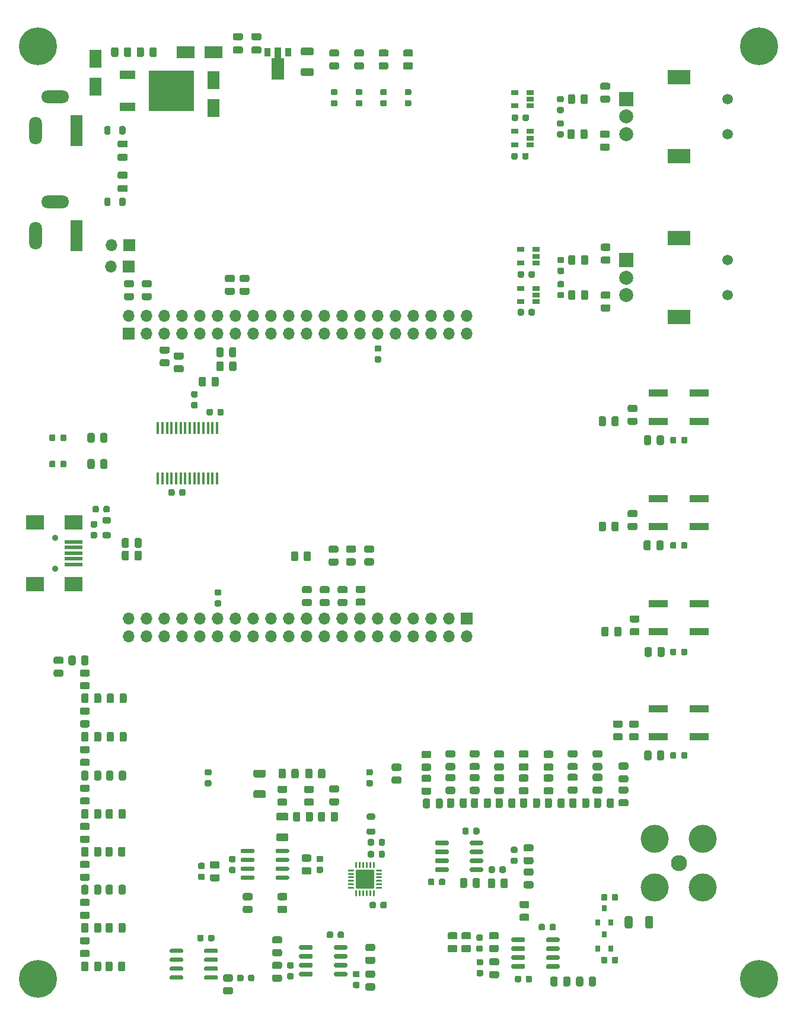
<source format=gts>
%TF.GenerationSoftware,KiCad,Pcbnew,5.1.10-88a1d61d58~90~ubuntu20.04.1*%
%TF.CreationDate,2021-11-03T15:51:46-04:00*%
%TF.ProjectId,de0_nano_breakout,6465305f-6e61-46e6-9f5f-627265616b6f,rev?*%
%TF.SameCoordinates,Original*%
%TF.FileFunction,Soldermask,Top*%
%TF.FilePolarity,Negative*%
%FSLAX46Y46*%
G04 Gerber Fmt 4.6, Leading zero omitted, Abs format (unit mm)*
G04 Created by KiCad (PCBNEW 5.1.10-88a1d61d58~90~ubuntu20.04.1) date 2021-11-03 15:51:46*
%MOMM*%
%LPD*%
G01*
G04 APERTURE LIST*
%ADD10R,2.800000X1.000000*%
%ADD11R,1.060000X0.650000*%
%ADD12O,1.700000X1.700000*%
%ADD13R,1.700000X1.700000*%
%ADD14R,0.450000X1.750000*%
%ADD15C,0.100000*%
%ADD16R,0.900000X1.300000*%
%ADD17R,6.400000X5.800000*%
%ADD18R,2.200000X1.200000*%
%ADD19R,2.000000X2.000000*%
%ADD20C,2.000000*%
%ADD21R,3.200000X2.000000*%
%ADD22C,1.500000*%
%ADD23R,0.800000X0.900000*%
%ADD24C,4.000000*%
%ADD25C,2.300000*%
%ADD26R,1.800000X4.400000*%
%ADD27O,1.800000X4.000000*%
%ADD28O,4.000000X1.800000*%
%ADD29C,0.900000*%
%ADD30R,2.500000X0.500000*%
%ADD31R,2.500000X2.000000*%
%ADD32C,5.400000*%
%ADD33R,2.500000X1.800000*%
%ADD34R,1.800000X2.500000*%
G04 APERTURE END LIST*
%TO.C,C43*%
G36*
G01*
X100600000Y-148175000D02*
X101100000Y-148175000D01*
G75*
G02*
X101325000Y-148400000I0J-225000D01*
G01*
X101325000Y-148850000D01*
G75*
G02*
X101100000Y-149075000I-225000J0D01*
G01*
X100600000Y-149075000D01*
G75*
G02*
X100375000Y-148850000I0J225000D01*
G01*
X100375000Y-148400000D01*
G75*
G02*
X100600000Y-148175000I225000J0D01*
G01*
G37*
G36*
G01*
X100600000Y-146625000D02*
X101100000Y-146625000D01*
G75*
G02*
X101325000Y-146850000I0J-225000D01*
G01*
X101325000Y-147300000D01*
G75*
G02*
X101100000Y-147525000I-225000J0D01*
G01*
X100600000Y-147525000D01*
G75*
G02*
X100375000Y-147300000I0J225000D01*
G01*
X100375000Y-146850000D01*
G75*
G02*
X100600000Y-146625000I225000J0D01*
G01*
G37*
%TD*%
%TO.C,C42*%
G36*
G01*
X77550000Y-148175000D02*
X78050000Y-148175000D01*
G75*
G02*
X78275000Y-148400000I0J-225000D01*
G01*
X78275000Y-148850000D01*
G75*
G02*
X78050000Y-149075000I-225000J0D01*
G01*
X77550000Y-149075000D01*
G75*
G02*
X77325000Y-148850000I0J225000D01*
G01*
X77325000Y-148400000D01*
G75*
G02*
X77550000Y-148175000I225000J0D01*
G01*
G37*
G36*
G01*
X77550000Y-146625000D02*
X78050000Y-146625000D01*
G75*
G02*
X78275000Y-146850000I0J-225000D01*
G01*
X78275000Y-147300000D01*
G75*
G02*
X78050000Y-147525000I-225000J0D01*
G01*
X77550000Y-147525000D01*
G75*
G02*
X77325000Y-147300000I0J225000D01*
G01*
X77325000Y-146850000D01*
G75*
G02*
X77550000Y-146625000I225000J0D01*
G01*
G37*
%TD*%
D10*
%TO.C,SW5*%
X147900000Y-142000000D03*
X142100000Y-142000000D03*
X147900000Y-138000000D03*
X142100000Y-138000000D03*
%TD*%
%TO.C,SW4*%
X147900000Y-127000000D03*
X142100000Y-127000000D03*
X147900000Y-123000000D03*
X142100000Y-123000000D03*
%TD*%
%TO.C,SW3*%
X147900000Y-112000000D03*
X142100000Y-112000000D03*
X147900000Y-108000000D03*
X142100000Y-108000000D03*
%TD*%
%TO.C,SW1*%
X147900000Y-97000000D03*
X142100000Y-97000000D03*
X147900000Y-93000000D03*
X142100000Y-93000000D03*
%TD*%
%TO.C,C41*%
G36*
G01*
X118750000Y-160700000D02*
X118750000Y-161200000D01*
G75*
G02*
X118525000Y-161425000I-225000J0D01*
G01*
X118075000Y-161425000D01*
G75*
G02*
X117850000Y-161200000I0J225000D01*
G01*
X117850000Y-160700000D01*
G75*
G02*
X118075000Y-160475000I225000J0D01*
G01*
X118525000Y-160475000D01*
G75*
G02*
X118750000Y-160700000I0J-225000D01*
G01*
G37*
G36*
G01*
X120300000Y-160700000D02*
X120300000Y-161200000D01*
G75*
G02*
X120075000Y-161425000I-225000J0D01*
G01*
X119625000Y-161425000D01*
G75*
G02*
X119400000Y-161200000I0J225000D01*
G01*
X119400000Y-160700000D01*
G75*
G02*
X119625000Y-160475000I225000J0D01*
G01*
X120075000Y-160475000D01*
G75*
G02*
X120300000Y-160700000I0J-225000D01*
G01*
G37*
%TD*%
%TO.C,C40*%
G36*
G01*
X116350000Y-175250000D02*
X116850000Y-175250000D01*
G75*
G02*
X117075000Y-175475000I0J-225000D01*
G01*
X117075000Y-175925000D01*
G75*
G02*
X116850000Y-176150000I-225000J0D01*
G01*
X116350000Y-176150000D01*
G75*
G02*
X116125000Y-175925000I0J225000D01*
G01*
X116125000Y-175475000D01*
G75*
G02*
X116350000Y-175250000I225000J0D01*
G01*
G37*
G36*
G01*
X116350000Y-173700000D02*
X116850000Y-173700000D01*
G75*
G02*
X117075000Y-173925000I0J-225000D01*
G01*
X117075000Y-174375000D01*
G75*
G02*
X116850000Y-174600000I-225000J0D01*
G01*
X116350000Y-174600000D01*
G75*
G02*
X116125000Y-174375000I0J225000D01*
G01*
X116125000Y-173925000D01*
G75*
G02*
X116350000Y-173700000I225000J0D01*
G01*
G37*
%TD*%
%TO.C,C39*%
G36*
G01*
X135450000Y-174100000D02*
X135450000Y-173600000D01*
G75*
G02*
X135675000Y-173375000I225000J0D01*
G01*
X136125000Y-173375000D01*
G75*
G02*
X136350000Y-173600000I0J-225000D01*
G01*
X136350000Y-174100000D01*
G75*
G02*
X136125000Y-174325000I-225000J0D01*
G01*
X135675000Y-174325000D01*
G75*
G02*
X135450000Y-174100000I0J225000D01*
G01*
G37*
G36*
G01*
X133900000Y-174100000D02*
X133900000Y-173600000D01*
G75*
G02*
X134125000Y-173375000I225000J0D01*
G01*
X134575000Y-173375000D01*
G75*
G02*
X134800000Y-173600000I0J-225000D01*
G01*
X134800000Y-174100000D01*
G75*
G02*
X134575000Y-174325000I-225000J0D01*
G01*
X134125000Y-174325000D01*
G75*
G02*
X133900000Y-174100000I0J225000D01*
G01*
G37*
%TD*%
%TO.C,C38*%
G36*
G01*
X135450000Y-165150000D02*
X135450000Y-164650000D01*
G75*
G02*
X135675000Y-164425000I225000J0D01*
G01*
X136125000Y-164425000D01*
G75*
G02*
X136350000Y-164650000I0J-225000D01*
G01*
X136350000Y-165150000D01*
G75*
G02*
X136125000Y-165375000I-225000J0D01*
G01*
X135675000Y-165375000D01*
G75*
G02*
X135450000Y-165150000I0J225000D01*
G01*
G37*
G36*
G01*
X133900000Y-165150000D02*
X133900000Y-164650000D01*
G75*
G02*
X134125000Y-164425000I225000J0D01*
G01*
X134575000Y-164425000D01*
G75*
G02*
X134800000Y-164650000I0J-225000D01*
G01*
X134800000Y-165150000D01*
G75*
G02*
X134575000Y-165375000I-225000J0D01*
G01*
X134125000Y-165375000D01*
G75*
G02*
X133900000Y-165150000I0J225000D01*
G01*
G37*
%TD*%
%TO.C,U12*%
G36*
G01*
X126050000Y-171095000D02*
X126050000Y-170795000D01*
G75*
G02*
X126200000Y-170645000I150000J0D01*
G01*
X127850000Y-170645000D01*
G75*
G02*
X128000000Y-170795000I0J-150000D01*
G01*
X128000000Y-171095000D01*
G75*
G02*
X127850000Y-171245000I-150000J0D01*
G01*
X126200000Y-171245000D01*
G75*
G02*
X126050000Y-171095000I0J150000D01*
G01*
G37*
G36*
G01*
X126050000Y-172365000D02*
X126050000Y-172065000D01*
G75*
G02*
X126200000Y-171915000I150000J0D01*
G01*
X127850000Y-171915000D01*
G75*
G02*
X128000000Y-172065000I0J-150000D01*
G01*
X128000000Y-172365000D01*
G75*
G02*
X127850000Y-172515000I-150000J0D01*
G01*
X126200000Y-172515000D01*
G75*
G02*
X126050000Y-172365000I0J150000D01*
G01*
G37*
G36*
G01*
X126050000Y-173635000D02*
X126050000Y-173335000D01*
G75*
G02*
X126200000Y-173185000I150000J0D01*
G01*
X127850000Y-173185000D01*
G75*
G02*
X128000000Y-173335000I0J-150000D01*
G01*
X128000000Y-173635000D01*
G75*
G02*
X127850000Y-173785000I-150000J0D01*
G01*
X126200000Y-173785000D01*
G75*
G02*
X126050000Y-173635000I0J150000D01*
G01*
G37*
G36*
G01*
X126050000Y-174905000D02*
X126050000Y-174605000D01*
G75*
G02*
X126200000Y-174455000I150000J0D01*
G01*
X127850000Y-174455000D01*
G75*
G02*
X128000000Y-174605000I0J-150000D01*
G01*
X128000000Y-174905000D01*
G75*
G02*
X127850000Y-175055000I-150000J0D01*
G01*
X126200000Y-175055000D01*
G75*
G02*
X126050000Y-174905000I0J150000D01*
G01*
G37*
G36*
G01*
X121100000Y-174905000D02*
X121100000Y-174605000D01*
G75*
G02*
X121250000Y-174455000I150000J0D01*
G01*
X122900000Y-174455000D01*
G75*
G02*
X123050000Y-174605000I0J-150000D01*
G01*
X123050000Y-174905000D01*
G75*
G02*
X122900000Y-175055000I-150000J0D01*
G01*
X121250000Y-175055000D01*
G75*
G02*
X121100000Y-174905000I0J150000D01*
G01*
G37*
G36*
G01*
X121100000Y-173635000D02*
X121100000Y-173335000D01*
G75*
G02*
X121250000Y-173185000I150000J0D01*
G01*
X122900000Y-173185000D01*
G75*
G02*
X123050000Y-173335000I0J-150000D01*
G01*
X123050000Y-173635000D01*
G75*
G02*
X122900000Y-173785000I-150000J0D01*
G01*
X121250000Y-173785000D01*
G75*
G02*
X121100000Y-173635000I0J150000D01*
G01*
G37*
G36*
G01*
X121100000Y-172365000D02*
X121100000Y-172065000D01*
G75*
G02*
X121250000Y-171915000I150000J0D01*
G01*
X122900000Y-171915000D01*
G75*
G02*
X123050000Y-172065000I0J-150000D01*
G01*
X123050000Y-172365000D01*
G75*
G02*
X122900000Y-172515000I-150000J0D01*
G01*
X121250000Y-172515000D01*
G75*
G02*
X121100000Y-172365000I0J150000D01*
G01*
G37*
G36*
G01*
X121100000Y-171095000D02*
X121100000Y-170795000D01*
G75*
G02*
X121250000Y-170645000I150000J0D01*
G01*
X122900000Y-170645000D01*
G75*
G02*
X123050000Y-170795000I0J-150000D01*
G01*
X123050000Y-171095000D01*
G75*
G02*
X122900000Y-171245000I-150000J0D01*
G01*
X121250000Y-171245000D01*
G75*
G02*
X121100000Y-171095000I0J150000D01*
G01*
G37*
%TD*%
%TO.C,C37*%
G36*
G01*
X78950000Y-122525000D02*
X79450000Y-122525000D01*
G75*
G02*
X79675000Y-122750000I0J-225000D01*
G01*
X79675000Y-123200000D01*
G75*
G02*
X79450000Y-123425000I-225000J0D01*
G01*
X78950000Y-123425000D01*
G75*
G02*
X78725000Y-123200000I0J225000D01*
G01*
X78725000Y-122750000D01*
G75*
G02*
X78950000Y-122525000I225000J0D01*
G01*
G37*
G36*
G01*
X78950000Y-120975000D02*
X79450000Y-120975000D01*
G75*
G02*
X79675000Y-121200000I0J-225000D01*
G01*
X79675000Y-121650000D01*
G75*
G02*
X79450000Y-121875000I-225000J0D01*
G01*
X78950000Y-121875000D01*
G75*
G02*
X78725000Y-121650000I0J225000D01*
G01*
X78725000Y-121200000D01*
G75*
G02*
X78950000Y-120975000I225000J0D01*
G01*
G37*
%TD*%
%TO.C,C36*%
G36*
G01*
X102300000Y-87075000D02*
X101800000Y-87075000D01*
G75*
G02*
X101575000Y-86850000I0J225000D01*
G01*
X101575000Y-86400000D01*
G75*
G02*
X101800000Y-86175000I225000J0D01*
G01*
X102300000Y-86175000D01*
G75*
G02*
X102525000Y-86400000I0J-225000D01*
G01*
X102525000Y-86850000D01*
G75*
G02*
X102300000Y-87075000I-225000J0D01*
G01*
G37*
G36*
G01*
X102300000Y-88625000D02*
X101800000Y-88625000D01*
G75*
G02*
X101575000Y-88400000I0J225000D01*
G01*
X101575000Y-87950000D01*
G75*
G02*
X101800000Y-87725000I225000J0D01*
G01*
X102300000Y-87725000D01*
G75*
G02*
X102525000Y-87950000I0J-225000D01*
G01*
X102525000Y-88400000D01*
G75*
G02*
X102300000Y-88625000I-225000J0D01*
G01*
G37*
%TD*%
%TO.C,U14*%
G36*
G01*
X84425000Y-161950000D02*
X84425000Y-162250000D01*
G75*
G02*
X84275000Y-162400000I-150000J0D01*
G01*
X82625000Y-162400000D01*
G75*
G02*
X82475000Y-162250000I0J150000D01*
G01*
X82475000Y-161950000D01*
G75*
G02*
X82625000Y-161800000I150000J0D01*
G01*
X84275000Y-161800000D01*
G75*
G02*
X84425000Y-161950000I0J-150000D01*
G01*
G37*
G36*
G01*
X84425000Y-160680000D02*
X84425000Y-160980000D01*
G75*
G02*
X84275000Y-161130000I-150000J0D01*
G01*
X82625000Y-161130000D01*
G75*
G02*
X82475000Y-160980000I0J150000D01*
G01*
X82475000Y-160680000D01*
G75*
G02*
X82625000Y-160530000I150000J0D01*
G01*
X84275000Y-160530000D01*
G75*
G02*
X84425000Y-160680000I0J-150000D01*
G01*
G37*
G36*
G01*
X84425000Y-159410000D02*
X84425000Y-159710000D01*
G75*
G02*
X84275000Y-159860000I-150000J0D01*
G01*
X82625000Y-159860000D01*
G75*
G02*
X82475000Y-159710000I0J150000D01*
G01*
X82475000Y-159410000D01*
G75*
G02*
X82625000Y-159260000I150000J0D01*
G01*
X84275000Y-159260000D01*
G75*
G02*
X84425000Y-159410000I0J-150000D01*
G01*
G37*
G36*
G01*
X84425000Y-158140000D02*
X84425000Y-158440000D01*
G75*
G02*
X84275000Y-158590000I-150000J0D01*
G01*
X82625000Y-158590000D01*
G75*
G02*
X82475000Y-158440000I0J150000D01*
G01*
X82475000Y-158140000D01*
G75*
G02*
X82625000Y-157990000I150000J0D01*
G01*
X84275000Y-157990000D01*
G75*
G02*
X84425000Y-158140000I0J-150000D01*
G01*
G37*
G36*
G01*
X89375000Y-158140000D02*
X89375000Y-158440000D01*
G75*
G02*
X89225000Y-158590000I-150000J0D01*
G01*
X87575000Y-158590000D01*
G75*
G02*
X87425000Y-158440000I0J150000D01*
G01*
X87425000Y-158140000D01*
G75*
G02*
X87575000Y-157990000I150000J0D01*
G01*
X89225000Y-157990000D01*
G75*
G02*
X89375000Y-158140000I0J-150000D01*
G01*
G37*
G36*
G01*
X89375000Y-159410000D02*
X89375000Y-159710000D01*
G75*
G02*
X89225000Y-159860000I-150000J0D01*
G01*
X87575000Y-159860000D01*
G75*
G02*
X87425000Y-159710000I0J150000D01*
G01*
X87425000Y-159410000D01*
G75*
G02*
X87575000Y-159260000I150000J0D01*
G01*
X89225000Y-159260000D01*
G75*
G02*
X89375000Y-159410000I0J-150000D01*
G01*
G37*
G36*
G01*
X89375000Y-160680000D02*
X89375000Y-160980000D01*
G75*
G02*
X89225000Y-161130000I-150000J0D01*
G01*
X87575000Y-161130000D01*
G75*
G02*
X87425000Y-160980000I0J150000D01*
G01*
X87425000Y-160680000D01*
G75*
G02*
X87575000Y-160530000I150000J0D01*
G01*
X89225000Y-160530000D01*
G75*
G02*
X89375000Y-160680000I0J-150000D01*
G01*
G37*
G36*
G01*
X89375000Y-161950000D02*
X89375000Y-162250000D01*
G75*
G02*
X89225000Y-162400000I-150000J0D01*
G01*
X87575000Y-162400000D01*
G75*
G02*
X87425000Y-162250000I0J150000D01*
G01*
X87425000Y-161950000D01*
G75*
G02*
X87575000Y-161800000I150000J0D01*
G01*
X89225000Y-161800000D01*
G75*
G02*
X89375000Y-161950000I0J-150000D01*
G01*
G37*
%TD*%
%TO.C,U13*%
G36*
G01*
X115150000Y-157295000D02*
X115150000Y-156995000D01*
G75*
G02*
X115300000Y-156845000I150000J0D01*
G01*
X116950000Y-156845000D01*
G75*
G02*
X117100000Y-156995000I0J-150000D01*
G01*
X117100000Y-157295000D01*
G75*
G02*
X116950000Y-157445000I-150000J0D01*
G01*
X115300000Y-157445000D01*
G75*
G02*
X115150000Y-157295000I0J150000D01*
G01*
G37*
G36*
G01*
X115150000Y-158565000D02*
X115150000Y-158265000D01*
G75*
G02*
X115300000Y-158115000I150000J0D01*
G01*
X116950000Y-158115000D01*
G75*
G02*
X117100000Y-158265000I0J-150000D01*
G01*
X117100000Y-158565000D01*
G75*
G02*
X116950000Y-158715000I-150000J0D01*
G01*
X115300000Y-158715000D01*
G75*
G02*
X115150000Y-158565000I0J150000D01*
G01*
G37*
G36*
G01*
X115150000Y-159835000D02*
X115150000Y-159535000D01*
G75*
G02*
X115300000Y-159385000I150000J0D01*
G01*
X116950000Y-159385000D01*
G75*
G02*
X117100000Y-159535000I0J-150000D01*
G01*
X117100000Y-159835000D01*
G75*
G02*
X116950000Y-159985000I-150000J0D01*
G01*
X115300000Y-159985000D01*
G75*
G02*
X115150000Y-159835000I0J150000D01*
G01*
G37*
G36*
G01*
X115150000Y-161105000D02*
X115150000Y-160805000D01*
G75*
G02*
X115300000Y-160655000I150000J0D01*
G01*
X116950000Y-160655000D01*
G75*
G02*
X117100000Y-160805000I0J-150000D01*
G01*
X117100000Y-161105000D01*
G75*
G02*
X116950000Y-161255000I-150000J0D01*
G01*
X115300000Y-161255000D01*
G75*
G02*
X115150000Y-161105000I0J150000D01*
G01*
G37*
G36*
G01*
X110200000Y-161105000D02*
X110200000Y-160805000D01*
G75*
G02*
X110350000Y-160655000I150000J0D01*
G01*
X112000000Y-160655000D01*
G75*
G02*
X112150000Y-160805000I0J-150000D01*
G01*
X112150000Y-161105000D01*
G75*
G02*
X112000000Y-161255000I-150000J0D01*
G01*
X110350000Y-161255000D01*
G75*
G02*
X110200000Y-161105000I0J150000D01*
G01*
G37*
G36*
G01*
X110200000Y-159835000D02*
X110200000Y-159535000D01*
G75*
G02*
X110350000Y-159385000I150000J0D01*
G01*
X112000000Y-159385000D01*
G75*
G02*
X112150000Y-159535000I0J-150000D01*
G01*
X112150000Y-159835000D01*
G75*
G02*
X112000000Y-159985000I-150000J0D01*
G01*
X110350000Y-159985000D01*
G75*
G02*
X110200000Y-159835000I0J150000D01*
G01*
G37*
G36*
G01*
X110200000Y-158565000D02*
X110200000Y-158265000D01*
G75*
G02*
X110350000Y-158115000I150000J0D01*
G01*
X112000000Y-158115000D01*
G75*
G02*
X112150000Y-158265000I0J-150000D01*
G01*
X112150000Y-158565000D01*
G75*
G02*
X112000000Y-158715000I-150000J0D01*
G01*
X110350000Y-158715000D01*
G75*
G02*
X110200000Y-158565000I0J150000D01*
G01*
G37*
G36*
G01*
X110200000Y-157295000D02*
X110200000Y-156995000D01*
G75*
G02*
X110350000Y-156845000I150000J0D01*
G01*
X112000000Y-156845000D01*
G75*
G02*
X112150000Y-156995000I0J-150000D01*
G01*
X112150000Y-157295000D01*
G75*
G02*
X112000000Y-157445000I-150000J0D01*
G01*
X110350000Y-157445000D01*
G75*
G02*
X110200000Y-157295000I0J150000D01*
G01*
G37*
%TD*%
%TO.C,U10*%
G36*
G01*
X95750000Y-172195000D02*
X95750000Y-171895000D01*
G75*
G02*
X95900000Y-171745000I150000J0D01*
G01*
X97550000Y-171745000D01*
G75*
G02*
X97700000Y-171895000I0J-150000D01*
G01*
X97700000Y-172195000D01*
G75*
G02*
X97550000Y-172345000I-150000J0D01*
G01*
X95900000Y-172345000D01*
G75*
G02*
X95750000Y-172195000I0J150000D01*
G01*
G37*
G36*
G01*
X95750000Y-173465000D02*
X95750000Y-173165000D01*
G75*
G02*
X95900000Y-173015000I150000J0D01*
G01*
X97550000Y-173015000D01*
G75*
G02*
X97700000Y-173165000I0J-150000D01*
G01*
X97700000Y-173465000D01*
G75*
G02*
X97550000Y-173615000I-150000J0D01*
G01*
X95900000Y-173615000D01*
G75*
G02*
X95750000Y-173465000I0J150000D01*
G01*
G37*
G36*
G01*
X95750000Y-174735000D02*
X95750000Y-174435000D01*
G75*
G02*
X95900000Y-174285000I150000J0D01*
G01*
X97550000Y-174285000D01*
G75*
G02*
X97700000Y-174435000I0J-150000D01*
G01*
X97700000Y-174735000D01*
G75*
G02*
X97550000Y-174885000I-150000J0D01*
G01*
X95900000Y-174885000D01*
G75*
G02*
X95750000Y-174735000I0J150000D01*
G01*
G37*
G36*
G01*
X95750000Y-176005000D02*
X95750000Y-175705000D01*
G75*
G02*
X95900000Y-175555000I150000J0D01*
G01*
X97550000Y-175555000D01*
G75*
G02*
X97700000Y-175705000I0J-150000D01*
G01*
X97700000Y-176005000D01*
G75*
G02*
X97550000Y-176155000I-150000J0D01*
G01*
X95900000Y-176155000D01*
G75*
G02*
X95750000Y-176005000I0J150000D01*
G01*
G37*
G36*
G01*
X90800000Y-176005000D02*
X90800000Y-175705000D01*
G75*
G02*
X90950000Y-175555000I150000J0D01*
G01*
X92600000Y-175555000D01*
G75*
G02*
X92750000Y-175705000I0J-150000D01*
G01*
X92750000Y-176005000D01*
G75*
G02*
X92600000Y-176155000I-150000J0D01*
G01*
X90950000Y-176155000D01*
G75*
G02*
X90800000Y-176005000I0J150000D01*
G01*
G37*
G36*
G01*
X90800000Y-174735000D02*
X90800000Y-174435000D01*
G75*
G02*
X90950000Y-174285000I150000J0D01*
G01*
X92600000Y-174285000D01*
G75*
G02*
X92750000Y-174435000I0J-150000D01*
G01*
X92750000Y-174735000D01*
G75*
G02*
X92600000Y-174885000I-150000J0D01*
G01*
X90950000Y-174885000D01*
G75*
G02*
X90800000Y-174735000I0J150000D01*
G01*
G37*
G36*
G01*
X90800000Y-173465000D02*
X90800000Y-173165000D01*
G75*
G02*
X90950000Y-173015000I150000J0D01*
G01*
X92600000Y-173015000D01*
G75*
G02*
X92750000Y-173165000I0J-150000D01*
G01*
X92750000Y-173465000D01*
G75*
G02*
X92600000Y-173615000I-150000J0D01*
G01*
X90950000Y-173615000D01*
G75*
G02*
X90800000Y-173465000I0J150000D01*
G01*
G37*
G36*
G01*
X90800000Y-172195000D02*
X90800000Y-171895000D01*
G75*
G02*
X90950000Y-171745000I150000J0D01*
G01*
X92600000Y-171745000D01*
G75*
G02*
X92750000Y-171895000I0J-150000D01*
G01*
X92750000Y-172195000D01*
G75*
G02*
X92600000Y-172345000I-150000J0D01*
G01*
X90950000Y-172345000D01*
G75*
G02*
X90800000Y-172195000I0J150000D01*
G01*
G37*
%TD*%
%TO.C,U11*%
G36*
G01*
X77250000Y-172695000D02*
X77250000Y-172395000D01*
G75*
G02*
X77400000Y-172245000I150000J0D01*
G01*
X79050000Y-172245000D01*
G75*
G02*
X79200000Y-172395000I0J-150000D01*
G01*
X79200000Y-172695000D01*
G75*
G02*
X79050000Y-172845000I-150000J0D01*
G01*
X77400000Y-172845000D01*
G75*
G02*
X77250000Y-172695000I0J150000D01*
G01*
G37*
G36*
G01*
X77250000Y-173965000D02*
X77250000Y-173665000D01*
G75*
G02*
X77400000Y-173515000I150000J0D01*
G01*
X79050000Y-173515000D01*
G75*
G02*
X79200000Y-173665000I0J-150000D01*
G01*
X79200000Y-173965000D01*
G75*
G02*
X79050000Y-174115000I-150000J0D01*
G01*
X77400000Y-174115000D01*
G75*
G02*
X77250000Y-173965000I0J150000D01*
G01*
G37*
G36*
G01*
X77250000Y-175235000D02*
X77250000Y-174935000D01*
G75*
G02*
X77400000Y-174785000I150000J0D01*
G01*
X79050000Y-174785000D01*
G75*
G02*
X79200000Y-174935000I0J-150000D01*
G01*
X79200000Y-175235000D01*
G75*
G02*
X79050000Y-175385000I-150000J0D01*
G01*
X77400000Y-175385000D01*
G75*
G02*
X77250000Y-175235000I0J150000D01*
G01*
G37*
G36*
G01*
X77250000Y-176505000D02*
X77250000Y-176205000D01*
G75*
G02*
X77400000Y-176055000I150000J0D01*
G01*
X79050000Y-176055000D01*
G75*
G02*
X79200000Y-176205000I0J-150000D01*
G01*
X79200000Y-176505000D01*
G75*
G02*
X79050000Y-176655000I-150000J0D01*
G01*
X77400000Y-176655000D01*
G75*
G02*
X77250000Y-176505000I0J150000D01*
G01*
G37*
G36*
G01*
X72300000Y-176505000D02*
X72300000Y-176205000D01*
G75*
G02*
X72450000Y-176055000I150000J0D01*
G01*
X74100000Y-176055000D01*
G75*
G02*
X74250000Y-176205000I0J-150000D01*
G01*
X74250000Y-176505000D01*
G75*
G02*
X74100000Y-176655000I-150000J0D01*
G01*
X72450000Y-176655000D01*
G75*
G02*
X72300000Y-176505000I0J150000D01*
G01*
G37*
G36*
G01*
X72300000Y-175235000D02*
X72300000Y-174935000D01*
G75*
G02*
X72450000Y-174785000I150000J0D01*
G01*
X74100000Y-174785000D01*
G75*
G02*
X74250000Y-174935000I0J-150000D01*
G01*
X74250000Y-175235000D01*
G75*
G02*
X74100000Y-175385000I-150000J0D01*
G01*
X72450000Y-175385000D01*
G75*
G02*
X72300000Y-175235000I0J150000D01*
G01*
G37*
G36*
G01*
X72300000Y-173965000D02*
X72300000Y-173665000D01*
G75*
G02*
X72450000Y-173515000I150000J0D01*
G01*
X74100000Y-173515000D01*
G75*
G02*
X74250000Y-173665000I0J-150000D01*
G01*
X74250000Y-173965000D01*
G75*
G02*
X74100000Y-174115000I-150000J0D01*
G01*
X72450000Y-174115000D01*
G75*
G02*
X72300000Y-173965000I0J150000D01*
G01*
G37*
G36*
G01*
X72300000Y-172695000D02*
X72300000Y-172395000D01*
G75*
G02*
X72450000Y-172245000I150000J0D01*
G01*
X74100000Y-172245000D01*
G75*
G02*
X74250000Y-172395000I0J-150000D01*
G01*
X74250000Y-172695000D01*
G75*
G02*
X74100000Y-172845000I-150000J0D01*
G01*
X72450000Y-172845000D01*
G75*
G02*
X72300000Y-172695000I0J150000D01*
G01*
G37*
%TD*%
%TO.C,U9*%
G36*
G01*
X98825000Y-160637500D02*
X98825000Y-159937500D01*
G75*
G02*
X98887500Y-159875000I62500J0D01*
G01*
X99012500Y-159875000D01*
G75*
G02*
X99075000Y-159937500I0J-62500D01*
G01*
X99075000Y-160637500D01*
G75*
G02*
X99012500Y-160700000I-62500J0D01*
G01*
X98887500Y-160700000D01*
G75*
G02*
X98825000Y-160637500I0J62500D01*
G01*
G37*
G36*
G01*
X99325000Y-160637500D02*
X99325000Y-159937500D01*
G75*
G02*
X99387500Y-159875000I62500J0D01*
G01*
X99512500Y-159875000D01*
G75*
G02*
X99575000Y-159937500I0J-62500D01*
G01*
X99575000Y-160637500D01*
G75*
G02*
X99512500Y-160700000I-62500J0D01*
G01*
X99387500Y-160700000D01*
G75*
G02*
X99325000Y-160637500I0J62500D01*
G01*
G37*
G36*
G01*
X99825000Y-160637500D02*
X99825000Y-159937500D01*
G75*
G02*
X99887500Y-159875000I62500J0D01*
G01*
X100012500Y-159875000D01*
G75*
G02*
X100075000Y-159937500I0J-62500D01*
G01*
X100075000Y-160637500D01*
G75*
G02*
X100012500Y-160700000I-62500J0D01*
G01*
X99887500Y-160700000D01*
G75*
G02*
X99825000Y-160637500I0J62500D01*
G01*
G37*
G36*
G01*
X100325000Y-160637500D02*
X100325000Y-159937500D01*
G75*
G02*
X100387500Y-159875000I62500J0D01*
G01*
X100512500Y-159875000D01*
G75*
G02*
X100575000Y-159937500I0J-62500D01*
G01*
X100575000Y-160637500D01*
G75*
G02*
X100512500Y-160700000I-62500J0D01*
G01*
X100387500Y-160700000D01*
G75*
G02*
X100325000Y-160637500I0J62500D01*
G01*
G37*
G36*
G01*
X100825000Y-160637500D02*
X100825000Y-159937500D01*
G75*
G02*
X100887500Y-159875000I62500J0D01*
G01*
X101012500Y-159875000D01*
G75*
G02*
X101075000Y-159937500I0J-62500D01*
G01*
X101075000Y-160637500D01*
G75*
G02*
X101012500Y-160700000I-62500J0D01*
G01*
X100887500Y-160700000D01*
G75*
G02*
X100825000Y-160637500I0J62500D01*
G01*
G37*
G36*
G01*
X101325000Y-160637500D02*
X101325000Y-159937500D01*
G75*
G02*
X101387500Y-159875000I62500J0D01*
G01*
X101512500Y-159875000D01*
G75*
G02*
X101575000Y-159937500I0J-62500D01*
G01*
X101575000Y-160637500D01*
G75*
G02*
X101512500Y-160700000I-62500J0D01*
G01*
X101387500Y-160700000D01*
G75*
G02*
X101325000Y-160637500I0J62500D01*
G01*
G37*
G36*
G01*
X101800000Y-161112500D02*
X101800000Y-160987500D01*
G75*
G02*
X101862500Y-160925000I62500J0D01*
G01*
X102562500Y-160925000D01*
G75*
G02*
X102625000Y-160987500I0J-62500D01*
G01*
X102625000Y-161112500D01*
G75*
G02*
X102562500Y-161175000I-62500J0D01*
G01*
X101862500Y-161175000D01*
G75*
G02*
X101800000Y-161112500I0J62500D01*
G01*
G37*
G36*
G01*
X101800000Y-161612500D02*
X101800000Y-161487500D01*
G75*
G02*
X101862500Y-161425000I62500J0D01*
G01*
X102562500Y-161425000D01*
G75*
G02*
X102625000Y-161487500I0J-62500D01*
G01*
X102625000Y-161612500D01*
G75*
G02*
X102562500Y-161675000I-62500J0D01*
G01*
X101862500Y-161675000D01*
G75*
G02*
X101800000Y-161612500I0J62500D01*
G01*
G37*
G36*
G01*
X101800000Y-162112500D02*
X101800000Y-161987500D01*
G75*
G02*
X101862500Y-161925000I62500J0D01*
G01*
X102562500Y-161925000D01*
G75*
G02*
X102625000Y-161987500I0J-62500D01*
G01*
X102625000Y-162112500D01*
G75*
G02*
X102562500Y-162175000I-62500J0D01*
G01*
X101862500Y-162175000D01*
G75*
G02*
X101800000Y-162112500I0J62500D01*
G01*
G37*
G36*
G01*
X101800000Y-162612500D02*
X101800000Y-162487500D01*
G75*
G02*
X101862500Y-162425000I62500J0D01*
G01*
X102562500Y-162425000D01*
G75*
G02*
X102625000Y-162487500I0J-62500D01*
G01*
X102625000Y-162612500D01*
G75*
G02*
X102562500Y-162675000I-62500J0D01*
G01*
X101862500Y-162675000D01*
G75*
G02*
X101800000Y-162612500I0J62500D01*
G01*
G37*
G36*
G01*
X101800000Y-163112500D02*
X101800000Y-162987500D01*
G75*
G02*
X101862500Y-162925000I62500J0D01*
G01*
X102562500Y-162925000D01*
G75*
G02*
X102625000Y-162987500I0J-62500D01*
G01*
X102625000Y-163112500D01*
G75*
G02*
X102562500Y-163175000I-62500J0D01*
G01*
X101862500Y-163175000D01*
G75*
G02*
X101800000Y-163112500I0J62500D01*
G01*
G37*
G36*
G01*
X101800000Y-163612500D02*
X101800000Y-163487500D01*
G75*
G02*
X101862500Y-163425000I62500J0D01*
G01*
X102562500Y-163425000D01*
G75*
G02*
X102625000Y-163487500I0J-62500D01*
G01*
X102625000Y-163612500D01*
G75*
G02*
X102562500Y-163675000I-62500J0D01*
G01*
X101862500Y-163675000D01*
G75*
G02*
X101800000Y-163612500I0J62500D01*
G01*
G37*
G36*
G01*
X101325000Y-164662500D02*
X101325000Y-163962500D01*
G75*
G02*
X101387500Y-163900000I62500J0D01*
G01*
X101512500Y-163900000D01*
G75*
G02*
X101575000Y-163962500I0J-62500D01*
G01*
X101575000Y-164662500D01*
G75*
G02*
X101512500Y-164725000I-62500J0D01*
G01*
X101387500Y-164725000D01*
G75*
G02*
X101325000Y-164662500I0J62500D01*
G01*
G37*
G36*
G01*
X100825000Y-164662500D02*
X100825000Y-163962500D01*
G75*
G02*
X100887500Y-163900000I62500J0D01*
G01*
X101012500Y-163900000D01*
G75*
G02*
X101075000Y-163962500I0J-62500D01*
G01*
X101075000Y-164662500D01*
G75*
G02*
X101012500Y-164725000I-62500J0D01*
G01*
X100887500Y-164725000D01*
G75*
G02*
X100825000Y-164662500I0J62500D01*
G01*
G37*
G36*
G01*
X100325000Y-164662500D02*
X100325000Y-163962500D01*
G75*
G02*
X100387500Y-163900000I62500J0D01*
G01*
X100512500Y-163900000D01*
G75*
G02*
X100575000Y-163962500I0J-62500D01*
G01*
X100575000Y-164662500D01*
G75*
G02*
X100512500Y-164725000I-62500J0D01*
G01*
X100387500Y-164725000D01*
G75*
G02*
X100325000Y-164662500I0J62500D01*
G01*
G37*
G36*
G01*
X99825000Y-164662500D02*
X99825000Y-163962500D01*
G75*
G02*
X99887500Y-163900000I62500J0D01*
G01*
X100012500Y-163900000D01*
G75*
G02*
X100075000Y-163962500I0J-62500D01*
G01*
X100075000Y-164662500D01*
G75*
G02*
X100012500Y-164725000I-62500J0D01*
G01*
X99887500Y-164725000D01*
G75*
G02*
X99825000Y-164662500I0J62500D01*
G01*
G37*
G36*
G01*
X99325000Y-164662500D02*
X99325000Y-163962500D01*
G75*
G02*
X99387500Y-163900000I62500J0D01*
G01*
X99512500Y-163900000D01*
G75*
G02*
X99575000Y-163962500I0J-62500D01*
G01*
X99575000Y-164662500D01*
G75*
G02*
X99512500Y-164725000I-62500J0D01*
G01*
X99387500Y-164725000D01*
G75*
G02*
X99325000Y-164662500I0J62500D01*
G01*
G37*
G36*
G01*
X98825000Y-164662500D02*
X98825000Y-163962500D01*
G75*
G02*
X98887500Y-163900000I62500J0D01*
G01*
X99012500Y-163900000D01*
G75*
G02*
X99075000Y-163962500I0J-62500D01*
G01*
X99075000Y-164662500D01*
G75*
G02*
X99012500Y-164725000I-62500J0D01*
G01*
X98887500Y-164725000D01*
G75*
G02*
X98825000Y-164662500I0J62500D01*
G01*
G37*
G36*
G01*
X97775000Y-163612500D02*
X97775000Y-163487500D01*
G75*
G02*
X97837500Y-163425000I62500J0D01*
G01*
X98537500Y-163425000D01*
G75*
G02*
X98600000Y-163487500I0J-62500D01*
G01*
X98600000Y-163612500D01*
G75*
G02*
X98537500Y-163675000I-62500J0D01*
G01*
X97837500Y-163675000D01*
G75*
G02*
X97775000Y-163612500I0J62500D01*
G01*
G37*
G36*
G01*
X97775000Y-163112500D02*
X97775000Y-162987500D01*
G75*
G02*
X97837500Y-162925000I62500J0D01*
G01*
X98537500Y-162925000D01*
G75*
G02*
X98600000Y-162987500I0J-62500D01*
G01*
X98600000Y-163112500D01*
G75*
G02*
X98537500Y-163175000I-62500J0D01*
G01*
X97837500Y-163175000D01*
G75*
G02*
X97775000Y-163112500I0J62500D01*
G01*
G37*
G36*
G01*
X97775000Y-162612500D02*
X97775000Y-162487500D01*
G75*
G02*
X97837500Y-162425000I62500J0D01*
G01*
X98537500Y-162425000D01*
G75*
G02*
X98600000Y-162487500I0J-62500D01*
G01*
X98600000Y-162612500D01*
G75*
G02*
X98537500Y-162675000I-62500J0D01*
G01*
X97837500Y-162675000D01*
G75*
G02*
X97775000Y-162612500I0J62500D01*
G01*
G37*
G36*
G01*
X97775000Y-162112500D02*
X97775000Y-161987500D01*
G75*
G02*
X97837500Y-161925000I62500J0D01*
G01*
X98537500Y-161925000D01*
G75*
G02*
X98600000Y-161987500I0J-62500D01*
G01*
X98600000Y-162112500D01*
G75*
G02*
X98537500Y-162175000I-62500J0D01*
G01*
X97837500Y-162175000D01*
G75*
G02*
X97775000Y-162112500I0J62500D01*
G01*
G37*
G36*
G01*
X97775000Y-161612500D02*
X97775000Y-161487500D01*
G75*
G02*
X97837500Y-161425000I62500J0D01*
G01*
X98537500Y-161425000D01*
G75*
G02*
X98600000Y-161487500I0J-62500D01*
G01*
X98600000Y-161612500D01*
G75*
G02*
X98537500Y-161675000I-62500J0D01*
G01*
X97837500Y-161675000D01*
G75*
G02*
X97775000Y-161612500I0J62500D01*
G01*
G37*
G36*
G01*
X97775000Y-161112500D02*
X97775000Y-160987500D01*
G75*
G02*
X97837500Y-160925000I62500J0D01*
G01*
X98537500Y-160925000D01*
G75*
G02*
X98600000Y-160987500I0J-62500D01*
G01*
X98600000Y-161112500D01*
G75*
G02*
X98537500Y-161175000I-62500J0D01*
G01*
X97837500Y-161175000D01*
G75*
G02*
X97775000Y-161112500I0J62500D01*
G01*
G37*
G36*
G01*
X98850000Y-163515000D02*
X98850000Y-161085000D01*
G75*
G02*
X98985000Y-160950000I135000J0D01*
G01*
X101415000Y-160950000D01*
G75*
G02*
X101550000Y-161085000I0J-135000D01*
G01*
X101550000Y-163515000D01*
G75*
G02*
X101415000Y-163650000I-135000J0D01*
G01*
X98985000Y-163650000D01*
G75*
G02*
X98850000Y-163515000I0J135000D01*
G01*
G37*
%TD*%
D11*
%TO.C,U8*%
X121620000Y-52010000D03*
X121620000Y-50110000D03*
X123820000Y-50110000D03*
X123820000Y-51060000D03*
X123820000Y-52010000D03*
%TD*%
%TO.C,U7*%
X121570000Y-57560000D03*
X121570000Y-55660000D03*
X123770000Y-55660000D03*
X123770000Y-56610000D03*
X123770000Y-57560000D03*
%TD*%
%TO.C,U6*%
X122420000Y-74410000D03*
X122420000Y-72510000D03*
X124620000Y-72510000D03*
X124620000Y-73460000D03*
X124620000Y-74410000D03*
%TD*%
%TO.C,U5*%
X122420000Y-79960000D03*
X122420000Y-78060000D03*
X124620000Y-78060000D03*
X124620000Y-79010000D03*
X124620000Y-79960000D03*
%TD*%
D12*
%TO.C,U4*%
X104600000Y-125140000D03*
X66500000Y-125140000D03*
X71580000Y-125140000D03*
X91900000Y-127680000D03*
X69040000Y-127680000D03*
D13*
X114760000Y-125140000D03*
D12*
X114760000Y-127680000D03*
X107140000Y-127680000D03*
X112220000Y-125140000D03*
X112220000Y-127680000D03*
X84280000Y-127680000D03*
X94440000Y-127680000D03*
X94440000Y-125140000D03*
X86820000Y-125140000D03*
X76660000Y-127680000D03*
X91900000Y-125140000D03*
X69040000Y-125140000D03*
X109680000Y-125140000D03*
X84280000Y-125140000D03*
X102060000Y-127680000D03*
X74120000Y-127680000D03*
X74120000Y-125140000D03*
X71580000Y-127680000D03*
X102060000Y-125140000D03*
X81740000Y-125140000D03*
X96980000Y-125140000D03*
X107140000Y-125140000D03*
X96980000Y-127680000D03*
X86820000Y-127680000D03*
X76660000Y-125140000D03*
X79200000Y-125140000D03*
X89360000Y-125140000D03*
X99520000Y-125140000D03*
X89360000Y-127680000D03*
X99520000Y-127680000D03*
X66500000Y-127680000D03*
X109680000Y-127680000D03*
X81740000Y-127680000D03*
X104600000Y-127680000D03*
X79200000Y-127680000D03*
X71580000Y-81960000D03*
X81740000Y-81960000D03*
X96980000Y-84500000D03*
X96980000Y-81960000D03*
X114760000Y-84500000D03*
X114760000Y-81960000D03*
X76660000Y-81960000D03*
X86820000Y-84500000D03*
X86820000Y-81960000D03*
X102060000Y-84500000D03*
X102060000Y-81960000D03*
X89360000Y-84500000D03*
X89360000Y-81960000D03*
X81740000Y-84500000D03*
X107140000Y-84500000D03*
X107140000Y-81960000D03*
X99520000Y-84500000D03*
X99520000Y-81960000D03*
X112220000Y-84500000D03*
X112220000Y-81960000D03*
X91900000Y-84500000D03*
X91900000Y-81960000D03*
X104600000Y-84500000D03*
X104600000Y-81960000D03*
X94440000Y-84500000D03*
X94440000Y-81960000D03*
X84280000Y-84500000D03*
X79200000Y-81960000D03*
X84280000Y-81960000D03*
X79200000Y-84500000D03*
X76660000Y-84500000D03*
X74120000Y-84500000D03*
X71580000Y-84500000D03*
X109680000Y-84500000D03*
X109680000Y-81960000D03*
X69040000Y-81960000D03*
X69040000Y-84500000D03*
X74120000Y-81960000D03*
X66500000Y-81960000D03*
D13*
X66500000Y-84500000D03*
%TD*%
D14*
%TO.C,U3*%
X70625000Y-97950000D03*
X71275000Y-97950000D03*
X71925000Y-97950000D03*
X72575000Y-97950000D03*
X73225000Y-97950000D03*
X73875000Y-97950000D03*
X74525000Y-97950000D03*
X75175000Y-97950000D03*
X75825000Y-97950000D03*
X76475000Y-97950000D03*
X77125000Y-97950000D03*
X77775000Y-97950000D03*
X78425000Y-97950000D03*
X79075000Y-97950000D03*
X79075000Y-105150000D03*
X78425000Y-105150000D03*
X77775000Y-105150000D03*
X77125000Y-105150000D03*
X76475000Y-105150000D03*
X75825000Y-105150000D03*
X75175000Y-105150000D03*
X74525000Y-105150000D03*
X73875000Y-105150000D03*
X73225000Y-105150000D03*
X72575000Y-105150000D03*
X71925000Y-105150000D03*
X71275000Y-105150000D03*
X70625000Y-105150000D03*
%TD*%
D15*
%TO.C,U2*%
G36*
X86883500Y-48300000D02*
G01*
X86883500Y-45175000D01*
X87300000Y-45175000D01*
X87300000Y-43700000D01*
X88200000Y-43700000D01*
X88200000Y-45175000D01*
X88616500Y-45175000D01*
X88616500Y-48300000D01*
X86883500Y-48300000D01*
G37*
D16*
X86250000Y-44350000D03*
X89250000Y-44350000D03*
%TD*%
D17*
%TO.C,U1*%
X72600000Y-49870000D03*
D18*
X66300000Y-52150000D03*
X66300000Y-47590000D03*
%TD*%
D19*
%TO.C,SW6*%
X137500000Y-51050000D03*
D20*
X137500000Y-53550000D03*
X137500000Y-56050000D03*
D21*
X145000000Y-47950000D03*
X145000000Y-59150000D03*
D22*
X152000000Y-51050000D03*
X152000000Y-56050000D03*
%TD*%
D19*
%TO.C,SW2*%
X137500000Y-74000000D03*
D20*
X137500000Y-76500000D03*
X137500000Y-79000000D03*
D21*
X145000000Y-70900000D03*
X145000000Y-82100000D03*
D22*
X152000000Y-74000000D03*
X152000000Y-79000000D03*
%TD*%
%TO.C,R130*%
G36*
G01*
X95349999Y-150750000D02*
X96250001Y-150750000D01*
G75*
G02*
X96500000Y-150999999I0J-249999D01*
G01*
X96500000Y-151525001D01*
G75*
G02*
X96250001Y-151775000I-249999J0D01*
G01*
X95349999Y-151775000D01*
G75*
G02*
X95100000Y-151525001I0J249999D01*
G01*
X95100000Y-150999999D01*
G75*
G02*
X95349999Y-150750000I249999J0D01*
G01*
G37*
G36*
G01*
X95349999Y-148925000D02*
X96250001Y-148925000D01*
G75*
G02*
X96500000Y-149174999I0J-249999D01*
G01*
X96500000Y-149700001D01*
G75*
G02*
X96250001Y-149950000I-249999J0D01*
G01*
X95349999Y-149950000D01*
G75*
G02*
X95100000Y-149700001I0J249999D01*
G01*
X95100000Y-149174999D01*
G75*
G02*
X95349999Y-148925000I249999J0D01*
G01*
G37*
%TD*%
%TO.C,R129*%
G36*
G01*
X94512500Y-152949999D02*
X94512500Y-153850001D01*
G75*
G02*
X94262501Y-154100000I-249999J0D01*
G01*
X93737499Y-154100000D01*
G75*
G02*
X93487500Y-153850001I0J249999D01*
G01*
X93487500Y-152949999D01*
G75*
G02*
X93737499Y-152700000I249999J0D01*
G01*
X94262501Y-152700000D01*
G75*
G02*
X94512500Y-152949999I0J-249999D01*
G01*
G37*
G36*
G01*
X96337500Y-152949999D02*
X96337500Y-153850001D01*
G75*
G02*
X96087501Y-154100000I-249999J0D01*
G01*
X95562499Y-154100000D01*
G75*
G02*
X95312500Y-153850001I0J249999D01*
G01*
X95312500Y-152949999D01*
G75*
G02*
X95562499Y-152700000I249999J0D01*
G01*
X96087501Y-152700000D01*
G75*
G02*
X96337500Y-152949999I0J-249999D01*
G01*
G37*
%TD*%
%TO.C,R128*%
G36*
G01*
X92712500Y-146799999D02*
X92712500Y-147700001D01*
G75*
G02*
X92462501Y-147950000I-249999J0D01*
G01*
X91937499Y-147950000D01*
G75*
G02*
X91687500Y-147700001I0J249999D01*
G01*
X91687500Y-146799999D01*
G75*
G02*
X91937499Y-146550000I249999J0D01*
G01*
X92462501Y-146550000D01*
G75*
G02*
X92712500Y-146799999I0J-249999D01*
G01*
G37*
G36*
G01*
X94537500Y-146799999D02*
X94537500Y-147700001D01*
G75*
G02*
X94287501Y-147950000I-249999J0D01*
G01*
X93762499Y-147950000D01*
G75*
G02*
X93512500Y-147700001I0J249999D01*
G01*
X93512500Y-146799999D01*
G75*
G02*
X93762499Y-146550000I249999J0D01*
G01*
X94287501Y-146550000D01*
G75*
G02*
X94537500Y-146799999I0J-249999D01*
G01*
G37*
%TD*%
%TO.C,R127*%
G36*
G01*
X92650001Y-150000000D02*
X91749999Y-150000000D01*
G75*
G02*
X91500000Y-149750001I0J249999D01*
G01*
X91500000Y-149224999D01*
G75*
G02*
X91749999Y-148975000I249999J0D01*
G01*
X92650001Y-148975000D01*
G75*
G02*
X92900000Y-149224999I0J-249999D01*
G01*
X92900000Y-149750001D01*
G75*
G02*
X92650001Y-150000000I-249999J0D01*
G01*
G37*
G36*
G01*
X92650001Y-151825000D02*
X91749999Y-151825000D01*
G75*
G02*
X91500000Y-151575001I0J249999D01*
G01*
X91500000Y-151049999D01*
G75*
G02*
X91749999Y-150800000I249999J0D01*
G01*
X92650001Y-150800000D01*
G75*
G02*
X92900000Y-151049999I0J-249999D01*
G01*
X92900000Y-151575001D01*
G75*
G02*
X92650001Y-151825000I-249999J0D01*
G01*
G37*
%TD*%
%TO.C,R126*%
G36*
G01*
X90950000Y-152949999D02*
X90950000Y-153850001D01*
G75*
G02*
X90700001Y-154100000I-249999J0D01*
G01*
X90174999Y-154100000D01*
G75*
G02*
X89925000Y-153850001I0J249999D01*
G01*
X89925000Y-152949999D01*
G75*
G02*
X90174999Y-152700000I249999J0D01*
G01*
X90700001Y-152700000D01*
G75*
G02*
X90950000Y-152949999I0J-249999D01*
G01*
G37*
G36*
G01*
X92775000Y-152949999D02*
X92775000Y-153850001D01*
G75*
G02*
X92525001Y-154100000I-249999J0D01*
G01*
X91999999Y-154100000D01*
G75*
G02*
X91750000Y-153850001I0J249999D01*
G01*
X91750000Y-152949999D01*
G75*
G02*
X91999999Y-152700000I249999J0D01*
G01*
X92525001Y-152700000D01*
G75*
G02*
X92775000Y-152949999I0J-249999D01*
G01*
G37*
%TD*%
%TO.C,R125*%
G36*
G01*
X88900000Y-146799999D02*
X88900000Y-147700001D01*
G75*
G02*
X88650001Y-147950000I-249999J0D01*
G01*
X88124999Y-147950000D01*
G75*
G02*
X87875000Y-147700001I0J249999D01*
G01*
X87875000Y-146799999D01*
G75*
G02*
X88124999Y-146550000I249999J0D01*
G01*
X88650001Y-146550000D01*
G75*
G02*
X88900000Y-146799999I0J-249999D01*
G01*
G37*
G36*
G01*
X90725000Y-146799999D02*
X90725000Y-147700001D01*
G75*
G02*
X90475001Y-147950000I-249999J0D01*
G01*
X89949999Y-147950000D01*
G75*
G02*
X89700000Y-147700001I0J249999D01*
G01*
X89700000Y-146799999D01*
G75*
G02*
X89949999Y-146550000I249999J0D01*
G01*
X90475001Y-146550000D01*
G75*
G02*
X90725000Y-146799999I0J-249999D01*
G01*
G37*
%TD*%
%TO.C,R124*%
G36*
G01*
X123099999Y-159150000D02*
X124000001Y-159150000D01*
G75*
G02*
X124250000Y-159399999I0J-249999D01*
G01*
X124250000Y-159925001D01*
G75*
G02*
X124000001Y-160175000I-249999J0D01*
G01*
X123099999Y-160175000D01*
G75*
G02*
X122850000Y-159925001I0J249999D01*
G01*
X122850000Y-159399999D01*
G75*
G02*
X123099999Y-159150000I249999J0D01*
G01*
G37*
G36*
G01*
X123099999Y-157325000D02*
X124000001Y-157325000D01*
G75*
G02*
X124250000Y-157574999I0J-249999D01*
G01*
X124250000Y-158100001D01*
G75*
G02*
X124000001Y-158350000I-249999J0D01*
G01*
X123099999Y-158350000D01*
G75*
G02*
X122850000Y-158100001I0J249999D01*
G01*
X122850000Y-157574999D01*
G75*
G02*
X123099999Y-157325000I249999J0D01*
G01*
G37*
%TD*%
%TO.C,R123*%
G36*
G01*
X88850001Y-150000000D02*
X87949999Y-150000000D01*
G75*
G02*
X87700000Y-149750001I0J249999D01*
G01*
X87700000Y-149224999D01*
G75*
G02*
X87949999Y-148975000I249999J0D01*
G01*
X88850001Y-148975000D01*
G75*
G02*
X89100000Y-149224999I0J-249999D01*
G01*
X89100000Y-149750001D01*
G75*
G02*
X88850001Y-150000000I-249999J0D01*
G01*
G37*
G36*
G01*
X88850001Y-151825000D02*
X87949999Y-151825000D01*
G75*
G02*
X87700000Y-151575001I0J249999D01*
G01*
X87700000Y-151049999D01*
G75*
G02*
X87949999Y-150800000I249999J0D01*
G01*
X88850001Y-150800000D01*
G75*
G02*
X89100000Y-151049999I0J-249999D01*
G01*
X89100000Y-151575001D01*
G75*
G02*
X88850001Y-151825000I-249999J0D01*
G01*
G37*
%TD*%
%TO.C,R122*%
G36*
G01*
X140200000Y-169075001D02*
X140200000Y-167824999D01*
G75*
G02*
X140449999Y-167575000I249999J0D01*
G01*
X141075001Y-167575000D01*
G75*
G02*
X141325000Y-167824999I0J-249999D01*
G01*
X141325000Y-169075001D01*
G75*
G02*
X141075001Y-169325000I-249999J0D01*
G01*
X140449999Y-169325000D01*
G75*
G02*
X140200000Y-169075001I0J249999D01*
G01*
G37*
G36*
G01*
X137275000Y-169075001D02*
X137275000Y-167824999D01*
G75*
G02*
X137524999Y-167575000I249999J0D01*
G01*
X138150001Y-167575000D01*
G75*
G02*
X138400000Y-167824999I0J-249999D01*
G01*
X138400000Y-169075001D01*
G75*
G02*
X138150001Y-169325000I-249999J0D01*
G01*
X137524999Y-169325000D01*
G75*
G02*
X137275000Y-169075001I0J249999D01*
G01*
G37*
%TD*%
%TO.C,R121*%
G36*
G01*
X89025001Y-153962500D02*
X87774999Y-153962500D01*
G75*
G02*
X87525000Y-153712501I0J249999D01*
G01*
X87525000Y-153087499D01*
G75*
G02*
X87774999Y-152837500I249999J0D01*
G01*
X89025001Y-152837500D01*
G75*
G02*
X89275000Y-153087499I0J-249999D01*
G01*
X89275000Y-153712501D01*
G75*
G02*
X89025001Y-153962500I-249999J0D01*
G01*
G37*
G36*
G01*
X89025001Y-156887500D02*
X87774999Y-156887500D01*
G75*
G02*
X87525000Y-156637501I0J249999D01*
G01*
X87525000Y-156012499D01*
G75*
G02*
X87774999Y-155762500I249999J0D01*
G01*
X89025001Y-155762500D01*
G75*
G02*
X89275000Y-156012499I0J-249999D01*
G01*
X89275000Y-156637501D01*
G75*
G02*
X89025001Y-156887500I-249999J0D01*
G01*
G37*
%TD*%
%TO.C,R120*%
G36*
G01*
X85775001Y-147812500D02*
X84524999Y-147812500D01*
G75*
G02*
X84275000Y-147562501I0J249999D01*
G01*
X84275000Y-146937499D01*
G75*
G02*
X84524999Y-146687500I249999J0D01*
G01*
X85775001Y-146687500D01*
G75*
G02*
X86025000Y-146937499I0J-249999D01*
G01*
X86025000Y-147562501D01*
G75*
G02*
X85775001Y-147812500I-249999J0D01*
G01*
G37*
G36*
G01*
X85775001Y-150737500D02*
X84524999Y-150737500D01*
G75*
G02*
X84275000Y-150487501I0J249999D01*
G01*
X84275000Y-149862499D01*
G75*
G02*
X84524999Y-149612500I249999J0D01*
G01*
X85775001Y-149612500D01*
G75*
G02*
X86025000Y-149862499I0J-249999D01*
G01*
X86025000Y-150487501D01*
G75*
G02*
X85775001Y-150737500I-249999J0D01*
G01*
G37*
%TD*%
%TO.C,R119*%
G36*
G01*
X118762500Y-162449999D02*
X118762500Y-163350001D01*
G75*
G02*
X118512501Y-163600000I-249999J0D01*
G01*
X117987499Y-163600000D01*
G75*
G02*
X117737500Y-163350001I0J249999D01*
G01*
X117737500Y-162449999D01*
G75*
G02*
X117987499Y-162200000I249999J0D01*
G01*
X118512501Y-162200000D01*
G75*
G02*
X118762500Y-162449999I0J-249999D01*
G01*
G37*
G36*
G01*
X120587500Y-162449999D02*
X120587500Y-163350001D01*
G75*
G02*
X120337501Y-163600000I-249999J0D01*
G01*
X119812499Y-163600000D01*
G75*
G02*
X119562500Y-163350001I0J249999D01*
G01*
X119562500Y-162449999D01*
G75*
G02*
X119812499Y-162200000I249999J0D01*
G01*
X120337501Y-162200000D01*
G75*
G02*
X120587500Y-162449999I0J-249999D01*
G01*
G37*
%TD*%
%TO.C,R118*%
G36*
G01*
X115587500Y-163300001D02*
X115587500Y-162399999D01*
G75*
G02*
X115837499Y-162150000I249999J0D01*
G01*
X116362501Y-162150000D01*
G75*
G02*
X116612500Y-162399999I0J-249999D01*
G01*
X116612500Y-163300001D01*
G75*
G02*
X116362501Y-163550000I-249999J0D01*
G01*
X115837499Y-163550000D01*
G75*
G02*
X115587500Y-163300001I0J249999D01*
G01*
G37*
G36*
G01*
X113762500Y-163300001D02*
X113762500Y-162399999D01*
G75*
G02*
X114012499Y-162150000I249999J0D01*
G01*
X114537501Y-162150000D01*
G75*
G02*
X114787500Y-162399999I0J-249999D01*
G01*
X114787500Y-163300001D01*
G75*
G02*
X114537501Y-163550000I-249999J0D01*
G01*
X114012499Y-163550000D01*
G75*
G02*
X113762500Y-163300001I0J249999D01*
G01*
G37*
%TD*%
%TO.C,R117*%
G36*
G01*
X124000001Y-161800000D02*
X123099999Y-161800000D01*
G75*
G02*
X122850000Y-161550001I0J249999D01*
G01*
X122850000Y-161024999D01*
G75*
G02*
X123099999Y-160775000I249999J0D01*
G01*
X124000001Y-160775000D01*
G75*
G02*
X124250000Y-161024999I0J-249999D01*
G01*
X124250000Y-161550001D01*
G75*
G02*
X124000001Y-161800000I-249999J0D01*
G01*
G37*
G36*
G01*
X124000001Y-163625000D02*
X123099999Y-163625000D01*
G75*
G02*
X122850000Y-163375001I0J249999D01*
G01*
X122850000Y-162849999D01*
G75*
G02*
X123099999Y-162600000I249999J0D01*
G01*
X124000001Y-162600000D01*
G75*
G02*
X124250000Y-162849999I0J-249999D01*
G01*
X124250000Y-163375001D01*
G75*
G02*
X124000001Y-163625000I-249999J0D01*
G01*
G37*
%TD*%
%TO.C,R116*%
G36*
G01*
X79200001Y-160787500D02*
X78299999Y-160787500D01*
G75*
G02*
X78050000Y-160537501I0J249999D01*
G01*
X78050000Y-160012499D01*
G75*
G02*
X78299999Y-159762500I249999J0D01*
G01*
X79200001Y-159762500D01*
G75*
G02*
X79450000Y-160012499I0J-249999D01*
G01*
X79450000Y-160537501D01*
G75*
G02*
X79200001Y-160787500I-249999J0D01*
G01*
G37*
G36*
G01*
X79200001Y-162612500D02*
X78299999Y-162612500D01*
G75*
G02*
X78050000Y-162362501I0J249999D01*
G01*
X78050000Y-161837499D01*
G75*
G02*
X78299999Y-161587500I249999J0D01*
G01*
X79200001Y-161587500D01*
G75*
G02*
X79450000Y-161837499I0J-249999D01*
G01*
X79450000Y-162362501D01*
G75*
G02*
X79200001Y-162612500I-249999J0D01*
G01*
G37*
%TD*%
%TO.C,R115*%
G36*
G01*
X92300001Y-159812500D02*
X91399999Y-159812500D01*
G75*
G02*
X91150000Y-159562501I0J249999D01*
G01*
X91150000Y-159037499D01*
G75*
G02*
X91399999Y-158787500I249999J0D01*
G01*
X92300001Y-158787500D01*
G75*
G02*
X92550000Y-159037499I0J-249999D01*
G01*
X92550000Y-159562501D01*
G75*
G02*
X92300001Y-159812500I-249999J0D01*
G01*
G37*
G36*
G01*
X92300001Y-161637500D02*
X91399999Y-161637500D01*
G75*
G02*
X91150000Y-161387501I0J249999D01*
G01*
X91150000Y-160862499D01*
G75*
G02*
X91399999Y-160612500I249999J0D01*
G01*
X92300001Y-160612500D01*
G75*
G02*
X92550000Y-160862499I0J-249999D01*
G01*
X92550000Y-161387501D01*
G75*
G02*
X92300001Y-161637500I-249999J0D01*
G01*
G37*
%TD*%
%TO.C,R114*%
G36*
G01*
X131362500Y-176449999D02*
X131362500Y-177350001D01*
G75*
G02*
X131112501Y-177600000I-249999J0D01*
G01*
X130587499Y-177600000D01*
G75*
G02*
X130337500Y-177350001I0J249999D01*
G01*
X130337500Y-176449999D01*
G75*
G02*
X130587499Y-176200000I249999J0D01*
G01*
X131112501Y-176200000D01*
G75*
G02*
X131362500Y-176449999I0J-249999D01*
G01*
G37*
G36*
G01*
X133187500Y-176449999D02*
X133187500Y-177350001D01*
G75*
G02*
X132937501Y-177600000I-249999J0D01*
G01*
X132412499Y-177600000D01*
G75*
G02*
X132162500Y-177350001I0J249999D01*
G01*
X132162500Y-176449999D01*
G75*
G02*
X132412499Y-176200000I249999J0D01*
G01*
X132937501Y-176200000D01*
G75*
G02*
X133187500Y-176449999I0J-249999D01*
G01*
G37*
%TD*%
%TO.C,R113*%
G36*
G01*
X87949999Y-166112500D02*
X88850001Y-166112500D01*
G75*
G02*
X89100000Y-166362499I0J-249999D01*
G01*
X89100000Y-166887501D01*
G75*
G02*
X88850001Y-167137500I-249999J0D01*
G01*
X87949999Y-167137500D01*
G75*
G02*
X87700000Y-166887501I0J249999D01*
G01*
X87700000Y-166362499D01*
G75*
G02*
X87949999Y-166112500I249999J0D01*
G01*
G37*
G36*
G01*
X87949999Y-164287500D02*
X88850001Y-164287500D01*
G75*
G02*
X89100000Y-164537499I0J-249999D01*
G01*
X89100000Y-165062501D01*
G75*
G02*
X88850001Y-165312500I-249999J0D01*
G01*
X87949999Y-165312500D01*
G75*
G02*
X87700000Y-165062501I0J249999D01*
G01*
X87700000Y-164537499D01*
G75*
G02*
X87949999Y-164287500I249999J0D01*
G01*
G37*
%TD*%
%TO.C,R112*%
G36*
G01*
X83900001Y-165312500D02*
X82999999Y-165312500D01*
G75*
G02*
X82750000Y-165062501I0J249999D01*
G01*
X82750000Y-164537499D01*
G75*
G02*
X82999999Y-164287500I249999J0D01*
G01*
X83900001Y-164287500D01*
G75*
G02*
X84150000Y-164537499I0J-249999D01*
G01*
X84150000Y-165062501D01*
G75*
G02*
X83900001Y-165312500I-249999J0D01*
G01*
G37*
G36*
G01*
X83900001Y-167137500D02*
X82999999Y-167137500D01*
G75*
G02*
X82750000Y-166887501I0J249999D01*
G01*
X82750000Y-166362499D01*
G75*
G02*
X82999999Y-166112500I249999J0D01*
G01*
X83900001Y-166112500D01*
G75*
G02*
X84150000Y-166362499I0J-249999D01*
G01*
X84150000Y-166887501D01*
G75*
G02*
X83900001Y-167137500I-249999J0D01*
G01*
G37*
%TD*%
%TO.C,R111*%
G36*
G01*
X109400001Y-145037500D02*
X108499999Y-145037500D01*
G75*
G02*
X108250000Y-144787501I0J249999D01*
G01*
X108250000Y-144262499D01*
G75*
G02*
X108499999Y-144012500I249999J0D01*
G01*
X109400001Y-144012500D01*
G75*
G02*
X109650000Y-144262499I0J-249999D01*
G01*
X109650000Y-144787501D01*
G75*
G02*
X109400001Y-145037500I-249999J0D01*
G01*
G37*
G36*
G01*
X109400001Y-146862500D02*
X108499999Y-146862500D01*
G75*
G02*
X108250000Y-146612501I0J249999D01*
G01*
X108250000Y-146087499D01*
G75*
G02*
X108499999Y-145837500I249999J0D01*
G01*
X109400001Y-145837500D01*
G75*
G02*
X109650000Y-146087499I0J-249999D01*
G01*
X109650000Y-146612501D01*
G75*
G02*
X109400001Y-146862500I-249999J0D01*
G01*
G37*
%TD*%
%TO.C,R110*%
G36*
G01*
X109400001Y-148437500D02*
X108499999Y-148437500D01*
G75*
G02*
X108250000Y-148187501I0J249999D01*
G01*
X108250000Y-147662499D01*
G75*
G02*
X108499999Y-147412500I249999J0D01*
G01*
X109400001Y-147412500D01*
G75*
G02*
X109650000Y-147662499I0J-249999D01*
G01*
X109650000Y-148187501D01*
G75*
G02*
X109400001Y-148437500I-249999J0D01*
G01*
G37*
G36*
G01*
X109400001Y-150262500D02*
X108499999Y-150262500D01*
G75*
G02*
X108250000Y-150012501I0J249999D01*
G01*
X108250000Y-149487499D01*
G75*
G02*
X108499999Y-149237500I249999J0D01*
G01*
X109400001Y-149237500D01*
G75*
G02*
X109650000Y-149487499I0J-249999D01*
G01*
X109650000Y-150012501D01*
G75*
G02*
X109400001Y-150262500I-249999J0D01*
G01*
G37*
%TD*%
%TO.C,R109*%
G36*
G01*
X109487500Y-151049999D02*
X109487500Y-151950001D01*
G75*
G02*
X109237501Y-152200000I-249999J0D01*
G01*
X108712499Y-152200000D01*
G75*
G02*
X108462500Y-151950001I0J249999D01*
G01*
X108462500Y-151049999D01*
G75*
G02*
X108712499Y-150800000I249999J0D01*
G01*
X109237501Y-150800000D01*
G75*
G02*
X109487500Y-151049999I0J-249999D01*
G01*
G37*
G36*
G01*
X111312500Y-151049999D02*
X111312500Y-151950001D01*
G75*
G02*
X111062501Y-152200000I-249999J0D01*
G01*
X110537499Y-152200000D01*
G75*
G02*
X110287500Y-151950001I0J249999D01*
G01*
X110287500Y-151049999D01*
G75*
G02*
X110537499Y-150800000I249999J0D01*
G01*
X111062501Y-150800000D01*
G75*
G02*
X111312500Y-151049999I0J-249999D01*
G01*
G37*
%TD*%
%TO.C,R108*%
G36*
G01*
X112850001Y-144950000D02*
X111949999Y-144950000D01*
G75*
G02*
X111700000Y-144700001I0J249999D01*
G01*
X111700000Y-144174999D01*
G75*
G02*
X111949999Y-143925000I249999J0D01*
G01*
X112850001Y-143925000D01*
G75*
G02*
X113100000Y-144174999I0J-249999D01*
G01*
X113100000Y-144700001D01*
G75*
G02*
X112850001Y-144950000I-249999J0D01*
G01*
G37*
G36*
G01*
X112850001Y-146775000D02*
X111949999Y-146775000D01*
G75*
G02*
X111700000Y-146525001I0J249999D01*
G01*
X111700000Y-145999999D01*
G75*
G02*
X111949999Y-145750000I249999J0D01*
G01*
X112850001Y-145750000D01*
G75*
G02*
X113100000Y-145999999I0J-249999D01*
G01*
X113100000Y-146525001D01*
G75*
G02*
X112850001Y-146775000I-249999J0D01*
G01*
G37*
%TD*%
%TO.C,R107*%
G36*
G01*
X112850001Y-148337500D02*
X111949999Y-148337500D01*
G75*
G02*
X111700000Y-148087501I0J249999D01*
G01*
X111700000Y-147562499D01*
G75*
G02*
X111949999Y-147312500I249999J0D01*
G01*
X112850001Y-147312500D01*
G75*
G02*
X113100000Y-147562499I0J-249999D01*
G01*
X113100000Y-148087501D01*
G75*
G02*
X112850001Y-148337500I-249999J0D01*
G01*
G37*
G36*
G01*
X112850001Y-150162500D02*
X111949999Y-150162500D01*
G75*
G02*
X111700000Y-149912501I0J249999D01*
G01*
X111700000Y-149387499D01*
G75*
G02*
X111949999Y-149137500I249999J0D01*
G01*
X112850001Y-149137500D01*
G75*
G02*
X113100000Y-149387499I0J-249999D01*
G01*
X113100000Y-149912501D01*
G75*
G02*
X112850001Y-150162500I-249999J0D01*
G01*
G37*
%TD*%
%TO.C,R106*%
G36*
G01*
X127700000Y-176449999D02*
X127700000Y-177350001D01*
G75*
G02*
X127450001Y-177600000I-249999J0D01*
G01*
X126924999Y-177600000D01*
G75*
G02*
X126675000Y-177350001I0J249999D01*
G01*
X126675000Y-176449999D01*
G75*
G02*
X126924999Y-176200000I249999J0D01*
G01*
X127450001Y-176200000D01*
G75*
G02*
X127700000Y-176449999I0J-249999D01*
G01*
G37*
G36*
G01*
X129525000Y-176449999D02*
X129525000Y-177350001D01*
G75*
G02*
X129275001Y-177600000I-249999J0D01*
G01*
X128749999Y-177600000D01*
G75*
G02*
X128500000Y-177350001I0J249999D01*
G01*
X128500000Y-176449999D01*
G75*
G02*
X128749999Y-176200000I249999J0D01*
G01*
X129275001Y-176200000D01*
G75*
G02*
X129525000Y-176449999I0J-249999D01*
G01*
G37*
%TD*%
%TO.C,R105*%
G36*
G01*
X123400001Y-166450000D02*
X122499999Y-166450000D01*
G75*
G02*
X122250000Y-166200001I0J249999D01*
G01*
X122250000Y-165674999D01*
G75*
G02*
X122499999Y-165425000I249999J0D01*
G01*
X123400001Y-165425000D01*
G75*
G02*
X123650000Y-165674999I0J-249999D01*
G01*
X123650000Y-166200001D01*
G75*
G02*
X123400001Y-166450000I-249999J0D01*
G01*
G37*
G36*
G01*
X123400001Y-168275000D02*
X122499999Y-168275000D01*
G75*
G02*
X122250000Y-168025001I0J249999D01*
G01*
X122250000Y-167499999D01*
G75*
G02*
X122499999Y-167250000I249999J0D01*
G01*
X123400001Y-167250000D01*
G75*
G02*
X123650000Y-167499999I0J-249999D01*
G01*
X123650000Y-168025001D01*
G75*
G02*
X123400001Y-168275000I-249999J0D01*
G01*
G37*
%TD*%
%TO.C,R104*%
G36*
G01*
X112937500Y-150999999D02*
X112937500Y-151900001D01*
G75*
G02*
X112687501Y-152150000I-249999J0D01*
G01*
X112162499Y-152150000D01*
G75*
G02*
X111912500Y-151900001I0J249999D01*
G01*
X111912500Y-150999999D01*
G75*
G02*
X112162499Y-150750000I249999J0D01*
G01*
X112687501Y-150750000D01*
G75*
G02*
X112937500Y-150999999I0J-249999D01*
G01*
G37*
G36*
G01*
X114762500Y-150999999D02*
X114762500Y-151900001D01*
G75*
G02*
X114512501Y-152150000I-249999J0D01*
G01*
X113987499Y-152150000D01*
G75*
G02*
X113737500Y-151900001I0J249999D01*
G01*
X113737500Y-150999999D01*
G75*
G02*
X113987499Y-150750000I249999J0D01*
G01*
X114512501Y-150750000D01*
G75*
G02*
X114762500Y-150999999I0J-249999D01*
G01*
G37*
%TD*%
%TO.C,R103*%
G36*
G01*
X87199999Y-175912500D02*
X88100001Y-175912500D01*
G75*
G02*
X88350000Y-176162499I0J-249999D01*
G01*
X88350000Y-176687501D01*
G75*
G02*
X88100001Y-176937500I-249999J0D01*
G01*
X87199999Y-176937500D01*
G75*
G02*
X86950000Y-176687501I0J249999D01*
G01*
X86950000Y-176162499D01*
G75*
G02*
X87199999Y-175912500I249999J0D01*
G01*
G37*
G36*
G01*
X87199999Y-174087500D02*
X88100001Y-174087500D01*
G75*
G02*
X88350000Y-174337499I0J-249999D01*
G01*
X88350000Y-174862501D01*
G75*
G02*
X88100001Y-175112500I-249999J0D01*
G01*
X87199999Y-175112500D01*
G75*
G02*
X86950000Y-174862501I0J249999D01*
G01*
X86950000Y-174337499D01*
G75*
G02*
X87199999Y-174087500I249999J0D01*
G01*
G37*
%TD*%
%TO.C,R102*%
G36*
G01*
X87199999Y-172287500D02*
X88100001Y-172287500D01*
G75*
G02*
X88350000Y-172537499I0J-249999D01*
G01*
X88350000Y-173062501D01*
G75*
G02*
X88100001Y-173312500I-249999J0D01*
G01*
X87199999Y-173312500D01*
G75*
G02*
X86950000Y-173062501I0J249999D01*
G01*
X86950000Y-172537499D01*
G75*
G02*
X87199999Y-172287500I249999J0D01*
G01*
G37*
G36*
G01*
X87199999Y-170462500D02*
X88100001Y-170462500D01*
G75*
G02*
X88350000Y-170712499I0J-249999D01*
G01*
X88350000Y-171237501D01*
G75*
G02*
X88100001Y-171487500I-249999J0D01*
G01*
X87199999Y-171487500D01*
G75*
G02*
X86950000Y-171237501I0J249999D01*
G01*
X86950000Y-170712499D01*
G75*
G02*
X87199999Y-170462500I249999J0D01*
G01*
G37*
%TD*%
%TO.C,R101*%
G36*
G01*
X116300001Y-144937500D02*
X115399999Y-144937500D01*
G75*
G02*
X115150000Y-144687501I0J249999D01*
G01*
X115150000Y-144162499D01*
G75*
G02*
X115399999Y-143912500I249999J0D01*
G01*
X116300001Y-143912500D01*
G75*
G02*
X116550000Y-144162499I0J-249999D01*
G01*
X116550000Y-144687501D01*
G75*
G02*
X116300001Y-144937500I-249999J0D01*
G01*
G37*
G36*
G01*
X116300001Y-146762500D02*
X115399999Y-146762500D01*
G75*
G02*
X115150000Y-146512501I0J249999D01*
G01*
X115150000Y-145987499D01*
G75*
G02*
X115399999Y-145737500I249999J0D01*
G01*
X116300001Y-145737500D01*
G75*
G02*
X116550000Y-145987499I0J-249999D01*
G01*
X116550000Y-146512501D01*
G75*
G02*
X116300001Y-146762500I-249999J0D01*
G01*
G37*
%TD*%
%TO.C,R100*%
G36*
G01*
X116300001Y-148337500D02*
X115399999Y-148337500D01*
G75*
G02*
X115150000Y-148087501I0J249999D01*
G01*
X115150000Y-147562499D01*
G75*
G02*
X115399999Y-147312500I249999J0D01*
G01*
X116300001Y-147312500D01*
G75*
G02*
X116550000Y-147562499I0J-249999D01*
G01*
X116550000Y-148087501D01*
G75*
G02*
X116300001Y-148337500I-249999J0D01*
G01*
G37*
G36*
G01*
X116300001Y-150162500D02*
X115399999Y-150162500D01*
G75*
G02*
X115150000Y-149912501I0J249999D01*
G01*
X115150000Y-149387499D01*
G75*
G02*
X115399999Y-149137500I249999J0D01*
G01*
X116300001Y-149137500D01*
G75*
G02*
X116550000Y-149387499I0J-249999D01*
G01*
X116550000Y-149912501D01*
G75*
G02*
X116300001Y-150162500I-249999J0D01*
G01*
G37*
%TD*%
%TO.C,R99*%
G36*
G01*
X80199999Y-177712500D02*
X81100001Y-177712500D01*
G75*
G02*
X81350000Y-177962499I0J-249999D01*
G01*
X81350000Y-178487501D01*
G75*
G02*
X81100001Y-178737500I-249999J0D01*
G01*
X80199999Y-178737500D01*
G75*
G02*
X79950000Y-178487501I0J249999D01*
G01*
X79950000Y-177962499D01*
G75*
G02*
X80199999Y-177712500I249999J0D01*
G01*
G37*
G36*
G01*
X80199999Y-175887500D02*
X81100001Y-175887500D01*
G75*
G02*
X81350000Y-176137499I0J-249999D01*
G01*
X81350000Y-176662501D01*
G75*
G02*
X81100001Y-176912500I-249999J0D01*
G01*
X80199999Y-176912500D01*
G75*
G02*
X79950000Y-176662501I0J249999D01*
G01*
X79950000Y-176137499D01*
G75*
G02*
X80199999Y-175887500I249999J0D01*
G01*
G37*
%TD*%
%TO.C,R98*%
G36*
G01*
X116362500Y-150999999D02*
X116362500Y-151900001D01*
G75*
G02*
X116112501Y-152150000I-249999J0D01*
G01*
X115587499Y-152150000D01*
G75*
G02*
X115337500Y-151900001I0J249999D01*
G01*
X115337500Y-150999999D01*
G75*
G02*
X115587499Y-150750000I249999J0D01*
G01*
X116112501Y-150750000D01*
G75*
G02*
X116362500Y-150999999I0J-249999D01*
G01*
G37*
G36*
G01*
X118187500Y-150999999D02*
X118187500Y-151900001D01*
G75*
G02*
X117937501Y-152150000I-249999J0D01*
G01*
X117412499Y-152150000D01*
G75*
G02*
X117162500Y-151900001I0J249999D01*
G01*
X117162500Y-150999999D01*
G75*
G02*
X117412499Y-150750000I249999J0D01*
G01*
X117937501Y-150750000D01*
G75*
G02*
X118187500Y-150999999I0J-249999D01*
G01*
G37*
%TD*%
%TO.C,R97*%
G36*
G01*
X119800001Y-144987500D02*
X118899999Y-144987500D01*
G75*
G02*
X118650000Y-144737501I0J249999D01*
G01*
X118650000Y-144212499D01*
G75*
G02*
X118899999Y-143962500I249999J0D01*
G01*
X119800001Y-143962500D01*
G75*
G02*
X120050000Y-144212499I0J-249999D01*
G01*
X120050000Y-144737501D01*
G75*
G02*
X119800001Y-144987500I-249999J0D01*
G01*
G37*
G36*
G01*
X119800001Y-146812500D02*
X118899999Y-146812500D01*
G75*
G02*
X118650000Y-146562501I0J249999D01*
G01*
X118650000Y-146037499D01*
G75*
G02*
X118899999Y-145787500I249999J0D01*
G01*
X119800001Y-145787500D01*
G75*
G02*
X120050000Y-146037499I0J-249999D01*
G01*
X120050000Y-146562501D01*
G75*
G02*
X119800001Y-146812500I-249999J0D01*
G01*
G37*
%TD*%
%TO.C,R96*%
G36*
G01*
X119800001Y-148350000D02*
X118899999Y-148350000D01*
G75*
G02*
X118650000Y-148100001I0J249999D01*
G01*
X118650000Y-147574999D01*
G75*
G02*
X118899999Y-147325000I249999J0D01*
G01*
X119800001Y-147325000D01*
G75*
G02*
X120050000Y-147574999I0J-249999D01*
G01*
X120050000Y-148100001D01*
G75*
G02*
X119800001Y-148350000I-249999J0D01*
G01*
G37*
G36*
G01*
X119800001Y-150175000D02*
X118899999Y-150175000D01*
G75*
G02*
X118650000Y-149925001I0J249999D01*
G01*
X118650000Y-149399999D01*
G75*
G02*
X118899999Y-149150000I249999J0D01*
G01*
X119800001Y-149150000D01*
G75*
G02*
X120050000Y-149399999I0J-249999D01*
G01*
X120050000Y-149925001D01*
G75*
G02*
X119800001Y-150175000I-249999J0D01*
G01*
G37*
%TD*%
%TO.C,R95*%
G36*
G01*
X119862500Y-150999999D02*
X119862500Y-151900001D01*
G75*
G02*
X119612501Y-152150000I-249999J0D01*
G01*
X119087499Y-152150000D01*
G75*
G02*
X118837500Y-151900001I0J249999D01*
G01*
X118837500Y-150999999D01*
G75*
G02*
X119087499Y-150750000I249999J0D01*
G01*
X119612501Y-150750000D01*
G75*
G02*
X119862500Y-150999999I0J-249999D01*
G01*
G37*
G36*
G01*
X121687500Y-150999999D02*
X121687500Y-151900001D01*
G75*
G02*
X121437501Y-152150000I-249999J0D01*
G01*
X120912499Y-152150000D01*
G75*
G02*
X120662500Y-151900001I0J249999D01*
G01*
X120662500Y-150999999D01*
G75*
G02*
X120912499Y-150750000I249999J0D01*
G01*
X121437501Y-150750000D01*
G75*
G02*
X121687500Y-150999999I0J-249999D01*
G01*
G37*
%TD*%
%TO.C,R94*%
G36*
G01*
X100499999Y-177162500D02*
X101400001Y-177162500D01*
G75*
G02*
X101650000Y-177412499I0J-249999D01*
G01*
X101650000Y-177937501D01*
G75*
G02*
X101400001Y-178187500I-249999J0D01*
G01*
X100499999Y-178187500D01*
G75*
G02*
X100250000Y-177937501I0J249999D01*
G01*
X100250000Y-177412499D01*
G75*
G02*
X100499999Y-177162500I249999J0D01*
G01*
G37*
G36*
G01*
X100499999Y-175337500D02*
X101400001Y-175337500D01*
G75*
G02*
X101650000Y-175587499I0J-249999D01*
G01*
X101650000Y-176112501D01*
G75*
G02*
X101400001Y-176362500I-249999J0D01*
G01*
X100499999Y-176362500D01*
G75*
G02*
X100250000Y-176112501I0J249999D01*
G01*
X100250000Y-175587499D01*
G75*
G02*
X100499999Y-175337500I249999J0D01*
G01*
G37*
%TD*%
%TO.C,R93*%
G36*
G01*
X100499999Y-173362500D02*
X101400001Y-173362500D01*
G75*
G02*
X101650000Y-173612499I0J-249999D01*
G01*
X101650000Y-174137501D01*
G75*
G02*
X101400001Y-174387500I-249999J0D01*
G01*
X100499999Y-174387500D01*
G75*
G02*
X100250000Y-174137501I0J249999D01*
G01*
X100250000Y-173612499D01*
G75*
G02*
X100499999Y-173362500I249999J0D01*
G01*
G37*
G36*
G01*
X100499999Y-171537500D02*
X101400001Y-171537500D01*
G75*
G02*
X101650000Y-171787499I0J-249999D01*
G01*
X101650000Y-172312501D01*
G75*
G02*
X101400001Y-172562500I-249999J0D01*
G01*
X100499999Y-172562500D01*
G75*
G02*
X100250000Y-172312501I0J249999D01*
G01*
X100250000Y-171787499D01*
G75*
G02*
X100499999Y-171537500I249999J0D01*
G01*
G37*
%TD*%
%TO.C,R92*%
G36*
G01*
X123300001Y-144987500D02*
X122399999Y-144987500D01*
G75*
G02*
X122150000Y-144737501I0J249999D01*
G01*
X122150000Y-144212499D01*
G75*
G02*
X122399999Y-143962500I249999J0D01*
G01*
X123300001Y-143962500D01*
G75*
G02*
X123550000Y-144212499I0J-249999D01*
G01*
X123550000Y-144737501D01*
G75*
G02*
X123300001Y-144987500I-249999J0D01*
G01*
G37*
G36*
G01*
X123300001Y-146812500D02*
X122399999Y-146812500D01*
G75*
G02*
X122150000Y-146562501I0J249999D01*
G01*
X122150000Y-146037499D01*
G75*
G02*
X122399999Y-145787500I249999J0D01*
G01*
X123300001Y-145787500D01*
G75*
G02*
X123550000Y-146037499I0J-249999D01*
G01*
X123550000Y-146562501D01*
G75*
G02*
X123300001Y-146812500I-249999J0D01*
G01*
G37*
%TD*%
%TO.C,R91*%
G36*
G01*
X123300001Y-148387500D02*
X122399999Y-148387500D01*
G75*
G02*
X122150000Y-148137501I0J249999D01*
G01*
X122150000Y-147612499D01*
G75*
G02*
X122399999Y-147362500I249999J0D01*
G01*
X123300001Y-147362500D01*
G75*
G02*
X123550000Y-147612499I0J-249999D01*
G01*
X123550000Y-148137501D01*
G75*
G02*
X123300001Y-148387500I-249999J0D01*
G01*
G37*
G36*
G01*
X123300001Y-150212500D02*
X122399999Y-150212500D01*
G75*
G02*
X122150000Y-149962501I0J249999D01*
G01*
X122150000Y-149437499D01*
G75*
G02*
X122399999Y-149187500I249999J0D01*
G01*
X123300001Y-149187500D01*
G75*
G02*
X123550000Y-149437499I0J-249999D01*
G01*
X123550000Y-149962501D01*
G75*
G02*
X123300001Y-150212500I-249999J0D01*
G01*
G37*
%TD*%
%TO.C,R90*%
G36*
G01*
X119100001Y-174612500D02*
X118199999Y-174612500D01*
G75*
G02*
X117950000Y-174362501I0J249999D01*
G01*
X117950000Y-173837499D01*
G75*
G02*
X118199999Y-173587500I249999J0D01*
G01*
X119100001Y-173587500D01*
G75*
G02*
X119350000Y-173837499I0J-249999D01*
G01*
X119350000Y-174362501D01*
G75*
G02*
X119100001Y-174612500I-249999J0D01*
G01*
G37*
G36*
G01*
X119100001Y-176437500D02*
X118199999Y-176437500D01*
G75*
G02*
X117950000Y-176187501I0J249999D01*
G01*
X117950000Y-175662499D01*
G75*
G02*
X118199999Y-175412500I249999J0D01*
G01*
X119100001Y-175412500D01*
G75*
G02*
X119350000Y-175662499I0J-249999D01*
G01*
X119350000Y-176187501D01*
G75*
G02*
X119100001Y-176437500I-249999J0D01*
G01*
G37*
%TD*%
%TO.C,R89*%
G36*
G01*
X119050001Y-170887500D02*
X118149999Y-170887500D01*
G75*
G02*
X117900000Y-170637501I0J249999D01*
G01*
X117900000Y-170112499D01*
G75*
G02*
X118149999Y-169862500I249999J0D01*
G01*
X119050001Y-169862500D01*
G75*
G02*
X119300000Y-170112499I0J-249999D01*
G01*
X119300000Y-170637501D01*
G75*
G02*
X119050001Y-170887500I-249999J0D01*
G01*
G37*
G36*
G01*
X119050001Y-172712500D02*
X118149999Y-172712500D01*
G75*
G02*
X117900000Y-172462501I0J249999D01*
G01*
X117900000Y-171937499D01*
G75*
G02*
X118149999Y-171687500I249999J0D01*
G01*
X119050001Y-171687500D01*
G75*
G02*
X119300000Y-171937499I0J-249999D01*
G01*
X119300000Y-172462501D01*
G75*
G02*
X119050001Y-172712500I-249999J0D01*
G01*
G37*
%TD*%
%TO.C,R88*%
G36*
G01*
X123362500Y-150999999D02*
X123362500Y-151900001D01*
G75*
G02*
X123112501Y-152150000I-249999J0D01*
G01*
X122587499Y-152150000D01*
G75*
G02*
X122337500Y-151900001I0J249999D01*
G01*
X122337500Y-150999999D01*
G75*
G02*
X122587499Y-150750000I249999J0D01*
G01*
X123112501Y-150750000D01*
G75*
G02*
X123362500Y-150999999I0J-249999D01*
G01*
G37*
G36*
G01*
X125187500Y-150999999D02*
X125187500Y-151900001D01*
G75*
G02*
X124937501Y-152150000I-249999J0D01*
G01*
X124412499Y-152150000D01*
G75*
G02*
X124162500Y-151900001I0J249999D01*
G01*
X124162500Y-150999999D01*
G75*
G02*
X124412499Y-150750000I249999J0D01*
G01*
X124937501Y-150750000D01*
G75*
G02*
X125187500Y-150999999I0J-249999D01*
G01*
G37*
%TD*%
%TO.C,R87*%
G36*
G01*
X64950000Y-175200001D02*
X64950000Y-174299999D01*
G75*
G02*
X65199999Y-174050000I249999J0D01*
G01*
X65725001Y-174050000D01*
G75*
G02*
X65975000Y-174299999I0J-249999D01*
G01*
X65975000Y-175200001D01*
G75*
G02*
X65725001Y-175450000I-249999J0D01*
G01*
X65199999Y-175450000D01*
G75*
G02*
X64950000Y-175200001I0J249999D01*
G01*
G37*
G36*
G01*
X63125000Y-175200001D02*
X63125000Y-174299999D01*
G75*
G02*
X63374999Y-174050000I249999J0D01*
G01*
X63900001Y-174050000D01*
G75*
G02*
X64150000Y-174299999I0J-249999D01*
G01*
X64150000Y-175200001D01*
G75*
G02*
X63900001Y-175450000I-249999J0D01*
G01*
X63374999Y-175450000D01*
G75*
G02*
X63125000Y-175200001I0J249999D01*
G01*
G37*
%TD*%
%TO.C,R86*%
G36*
G01*
X61512500Y-175200001D02*
X61512500Y-174299999D01*
G75*
G02*
X61762499Y-174050000I249999J0D01*
G01*
X62287501Y-174050000D01*
G75*
G02*
X62537500Y-174299999I0J-249999D01*
G01*
X62537500Y-175200001D01*
G75*
G02*
X62287501Y-175450000I-249999J0D01*
G01*
X61762499Y-175450000D01*
G75*
G02*
X61512500Y-175200001I0J249999D01*
G01*
G37*
G36*
G01*
X59687500Y-175200001D02*
X59687500Y-174299999D01*
G75*
G02*
X59937499Y-174050000I249999J0D01*
G01*
X60462501Y-174050000D01*
G75*
G02*
X60712500Y-174299999I0J-249999D01*
G01*
X60712500Y-175200001D01*
G75*
G02*
X60462501Y-175450000I-249999J0D01*
G01*
X59937499Y-175450000D01*
G75*
G02*
X59687500Y-175200001I0J249999D01*
G01*
G37*
%TD*%
%TO.C,R85*%
G36*
G01*
X126850001Y-145000000D02*
X125949999Y-145000000D01*
G75*
G02*
X125700000Y-144750001I0J249999D01*
G01*
X125700000Y-144224999D01*
G75*
G02*
X125949999Y-143975000I249999J0D01*
G01*
X126850001Y-143975000D01*
G75*
G02*
X127100000Y-144224999I0J-249999D01*
G01*
X127100000Y-144750001D01*
G75*
G02*
X126850001Y-145000000I-249999J0D01*
G01*
G37*
G36*
G01*
X126850001Y-146825000D02*
X125949999Y-146825000D01*
G75*
G02*
X125700000Y-146575001I0J249999D01*
G01*
X125700000Y-146049999D01*
G75*
G02*
X125949999Y-145800000I249999J0D01*
G01*
X126850001Y-145800000D01*
G75*
G02*
X127100000Y-146049999I0J-249999D01*
G01*
X127100000Y-146575001D01*
G75*
G02*
X126850001Y-146825000I-249999J0D01*
G01*
G37*
%TD*%
%TO.C,R84*%
G36*
G01*
X126850001Y-148387500D02*
X125949999Y-148387500D01*
G75*
G02*
X125700000Y-148137501I0J249999D01*
G01*
X125700000Y-147612499D01*
G75*
G02*
X125949999Y-147362500I249999J0D01*
G01*
X126850001Y-147362500D01*
G75*
G02*
X127100000Y-147612499I0J-249999D01*
G01*
X127100000Y-148137501D01*
G75*
G02*
X126850001Y-148387500I-249999J0D01*
G01*
G37*
G36*
G01*
X126850001Y-150212500D02*
X125949999Y-150212500D01*
G75*
G02*
X125700000Y-149962501I0J249999D01*
G01*
X125700000Y-149437499D01*
G75*
G02*
X125949999Y-149187500I249999J0D01*
G01*
X126850001Y-149187500D01*
G75*
G02*
X127100000Y-149437499I0J-249999D01*
G01*
X127100000Y-149962501D01*
G75*
G02*
X126850001Y-150212500I-249999J0D01*
G01*
G37*
%TD*%
%TO.C,R83*%
G36*
G01*
X59749999Y-172400000D02*
X60650001Y-172400000D01*
G75*
G02*
X60900000Y-172649999I0J-249999D01*
G01*
X60900000Y-173175001D01*
G75*
G02*
X60650001Y-173425000I-249999J0D01*
G01*
X59749999Y-173425000D01*
G75*
G02*
X59500000Y-173175001I0J249999D01*
G01*
X59500000Y-172649999D01*
G75*
G02*
X59749999Y-172400000I249999J0D01*
G01*
G37*
G36*
G01*
X59749999Y-170575000D02*
X60650001Y-170575000D01*
G75*
G02*
X60900000Y-170824999I0J-249999D01*
G01*
X60900000Y-171350001D01*
G75*
G02*
X60650001Y-171600000I-249999J0D01*
G01*
X59749999Y-171600000D01*
G75*
G02*
X59500000Y-171350001I0J249999D01*
G01*
X59500000Y-170824999D01*
G75*
G02*
X59749999Y-170575000I249999J0D01*
G01*
G37*
%TD*%
%TO.C,R82*%
G36*
G01*
X114199999Y-171700000D02*
X115100001Y-171700000D01*
G75*
G02*
X115350000Y-171949999I0J-249999D01*
G01*
X115350000Y-172475001D01*
G75*
G02*
X115100001Y-172725000I-249999J0D01*
G01*
X114199999Y-172725000D01*
G75*
G02*
X113950000Y-172475001I0J249999D01*
G01*
X113950000Y-171949999D01*
G75*
G02*
X114199999Y-171700000I249999J0D01*
G01*
G37*
G36*
G01*
X114199999Y-169875000D02*
X115100001Y-169875000D01*
G75*
G02*
X115350000Y-170124999I0J-249999D01*
G01*
X115350000Y-170650001D01*
G75*
G02*
X115100001Y-170900000I-249999J0D01*
G01*
X114199999Y-170900000D01*
G75*
G02*
X113950000Y-170650001I0J249999D01*
G01*
X113950000Y-170124999D01*
G75*
G02*
X114199999Y-169875000I249999J0D01*
G01*
G37*
%TD*%
%TO.C,R81*%
G36*
G01*
X113150001Y-170900000D02*
X112249999Y-170900000D01*
G75*
G02*
X112000000Y-170650001I0J249999D01*
G01*
X112000000Y-170124999D01*
G75*
G02*
X112249999Y-169875000I249999J0D01*
G01*
X113150001Y-169875000D01*
G75*
G02*
X113400000Y-170124999I0J-249999D01*
G01*
X113400000Y-170650001D01*
G75*
G02*
X113150001Y-170900000I-249999J0D01*
G01*
G37*
G36*
G01*
X113150001Y-172725000D02*
X112249999Y-172725000D01*
G75*
G02*
X112000000Y-172475001I0J249999D01*
G01*
X112000000Y-171949999D01*
G75*
G02*
X112249999Y-171700000I249999J0D01*
G01*
X113150001Y-171700000D01*
G75*
G02*
X113400000Y-171949999I0J-249999D01*
G01*
X113400000Y-172475001D01*
G75*
G02*
X113150001Y-172725000I-249999J0D01*
G01*
G37*
%TD*%
%TO.C,R80*%
G36*
G01*
X126887500Y-150999999D02*
X126887500Y-151900001D01*
G75*
G02*
X126637501Y-152150000I-249999J0D01*
G01*
X126112499Y-152150000D01*
G75*
G02*
X125862500Y-151900001I0J249999D01*
G01*
X125862500Y-150999999D01*
G75*
G02*
X126112499Y-150750000I249999J0D01*
G01*
X126637501Y-150750000D01*
G75*
G02*
X126887500Y-150999999I0J-249999D01*
G01*
G37*
G36*
G01*
X128712500Y-150999999D02*
X128712500Y-151900001D01*
G75*
G02*
X128462501Y-152150000I-249999J0D01*
G01*
X127937499Y-152150000D01*
G75*
G02*
X127687500Y-151900001I0J249999D01*
G01*
X127687500Y-150999999D01*
G75*
G02*
X127937499Y-150750000I249999J0D01*
G01*
X128462501Y-150750000D01*
G75*
G02*
X128712500Y-150999999I0J-249999D01*
G01*
G37*
%TD*%
%TO.C,R79*%
G36*
G01*
X65000000Y-169700001D02*
X65000000Y-168799999D01*
G75*
G02*
X65249999Y-168550000I249999J0D01*
G01*
X65775001Y-168550000D01*
G75*
G02*
X66025000Y-168799999I0J-249999D01*
G01*
X66025000Y-169700001D01*
G75*
G02*
X65775001Y-169950000I-249999J0D01*
G01*
X65249999Y-169950000D01*
G75*
G02*
X65000000Y-169700001I0J249999D01*
G01*
G37*
G36*
G01*
X63175000Y-169700001D02*
X63175000Y-168799999D01*
G75*
G02*
X63424999Y-168550000I249999J0D01*
G01*
X63950001Y-168550000D01*
G75*
G02*
X64200000Y-168799999I0J-249999D01*
G01*
X64200000Y-169700001D01*
G75*
G02*
X63950001Y-169950000I-249999J0D01*
G01*
X63424999Y-169950000D01*
G75*
G02*
X63175000Y-169700001I0J249999D01*
G01*
G37*
%TD*%
%TO.C,R78*%
G36*
G01*
X61512500Y-169700001D02*
X61512500Y-168799999D01*
G75*
G02*
X61762499Y-168550000I249999J0D01*
G01*
X62287501Y-168550000D01*
G75*
G02*
X62537500Y-168799999I0J-249999D01*
G01*
X62537500Y-169700001D01*
G75*
G02*
X62287501Y-169950000I-249999J0D01*
G01*
X61762499Y-169950000D01*
G75*
G02*
X61512500Y-169700001I0J249999D01*
G01*
G37*
G36*
G01*
X59687500Y-169700001D02*
X59687500Y-168799999D01*
G75*
G02*
X59937499Y-168550000I249999J0D01*
G01*
X60462501Y-168550000D01*
G75*
G02*
X60712500Y-168799999I0J-249999D01*
G01*
X60712500Y-169700001D01*
G75*
G02*
X60462501Y-169950000I-249999J0D01*
G01*
X59937499Y-169950000D01*
G75*
G02*
X59687500Y-169700001I0J249999D01*
G01*
G37*
%TD*%
%TO.C,R77*%
G36*
G01*
X130300001Y-144937500D02*
X129399999Y-144937500D01*
G75*
G02*
X129150000Y-144687501I0J249999D01*
G01*
X129150000Y-144162499D01*
G75*
G02*
X129399999Y-143912500I249999J0D01*
G01*
X130300001Y-143912500D01*
G75*
G02*
X130550000Y-144162499I0J-249999D01*
G01*
X130550000Y-144687501D01*
G75*
G02*
X130300001Y-144937500I-249999J0D01*
G01*
G37*
G36*
G01*
X130300001Y-146762500D02*
X129399999Y-146762500D01*
G75*
G02*
X129150000Y-146512501I0J249999D01*
G01*
X129150000Y-145987499D01*
G75*
G02*
X129399999Y-145737500I249999J0D01*
G01*
X130300001Y-145737500D01*
G75*
G02*
X130550000Y-145987499I0J-249999D01*
G01*
X130550000Y-146512501D01*
G75*
G02*
X130300001Y-146762500I-249999J0D01*
G01*
G37*
%TD*%
%TO.C,R76*%
G36*
G01*
X130300001Y-148287500D02*
X129399999Y-148287500D01*
G75*
G02*
X129150000Y-148037501I0J249999D01*
G01*
X129150000Y-147512499D01*
G75*
G02*
X129399999Y-147262500I249999J0D01*
G01*
X130300001Y-147262500D01*
G75*
G02*
X130550000Y-147512499I0J-249999D01*
G01*
X130550000Y-148037501D01*
G75*
G02*
X130300001Y-148287500I-249999J0D01*
G01*
G37*
G36*
G01*
X130300001Y-150112500D02*
X129399999Y-150112500D01*
G75*
G02*
X129150000Y-149862501I0J249999D01*
G01*
X129150000Y-149337499D01*
G75*
G02*
X129399999Y-149087500I249999J0D01*
G01*
X130300001Y-149087500D01*
G75*
G02*
X130550000Y-149337499I0J-249999D01*
G01*
X130550000Y-149862501D01*
G75*
G02*
X130300001Y-150112500I-249999J0D01*
G01*
G37*
%TD*%
%TO.C,R75*%
G36*
G01*
X59749999Y-166950000D02*
X60650001Y-166950000D01*
G75*
G02*
X60900000Y-167199999I0J-249999D01*
G01*
X60900000Y-167725001D01*
G75*
G02*
X60650001Y-167975000I-249999J0D01*
G01*
X59749999Y-167975000D01*
G75*
G02*
X59500000Y-167725001I0J249999D01*
G01*
X59500000Y-167199999D01*
G75*
G02*
X59749999Y-166950000I249999J0D01*
G01*
G37*
G36*
G01*
X59749999Y-165125000D02*
X60650001Y-165125000D01*
G75*
G02*
X60900000Y-165374999I0J-249999D01*
G01*
X60900000Y-165900001D01*
G75*
G02*
X60650001Y-166150000I-249999J0D01*
G01*
X59749999Y-166150000D01*
G75*
G02*
X59500000Y-165900001I0J249999D01*
G01*
X59500000Y-165374999D01*
G75*
G02*
X59749999Y-165125000I249999J0D01*
G01*
G37*
%TD*%
%TO.C,R74*%
G36*
G01*
X130400000Y-150999999D02*
X130400000Y-151900001D01*
G75*
G02*
X130150001Y-152150000I-249999J0D01*
G01*
X129624999Y-152150000D01*
G75*
G02*
X129375000Y-151900001I0J249999D01*
G01*
X129375000Y-150999999D01*
G75*
G02*
X129624999Y-150750000I249999J0D01*
G01*
X130150001Y-150750000D01*
G75*
G02*
X130400000Y-150999999I0J-249999D01*
G01*
G37*
G36*
G01*
X132225000Y-150999999D02*
X132225000Y-151900001D01*
G75*
G02*
X131975001Y-152150000I-249999J0D01*
G01*
X131449999Y-152150000D01*
G75*
G02*
X131200000Y-151900001I0J249999D01*
G01*
X131200000Y-150999999D01*
G75*
G02*
X131449999Y-150750000I249999J0D01*
G01*
X131975001Y-150750000D01*
G75*
G02*
X132225000Y-150999999I0J-249999D01*
G01*
G37*
%TD*%
%TO.C,R73*%
G36*
G01*
X65012500Y-164250001D02*
X65012500Y-163349999D01*
G75*
G02*
X65262499Y-163100000I249999J0D01*
G01*
X65787501Y-163100000D01*
G75*
G02*
X66037500Y-163349999I0J-249999D01*
G01*
X66037500Y-164250001D01*
G75*
G02*
X65787501Y-164500000I-249999J0D01*
G01*
X65262499Y-164500000D01*
G75*
G02*
X65012500Y-164250001I0J249999D01*
G01*
G37*
G36*
G01*
X63187500Y-164250001D02*
X63187500Y-163349999D01*
G75*
G02*
X63437499Y-163100000I249999J0D01*
G01*
X63962501Y-163100000D01*
G75*
G02*
X64212500Y-163349999I0J-249999D01*
G01*
X64212500Y-164250001D01*
G75*
G02*
X63962501Y-164500000I-249999J0D01*
G01*
X63437499Y-164500000D01*
G75*
G02*
X63187500Y-164250001I0J249999D01*
G01*
G37*
%TD*%
%TO.C,R72*%
G36*
G01*
X61512500Y-164250001D02*
X61512500Y-163349999D01*
G75*
G02*
X61762499Y-163100000I249999J0D01*
G01*
X62287501Y-163100000D01*
G75*
G02*
X62537500Y-163349999I0J-249999D01*
G01*
X62537500Y-164250001D01*
G75*
G02*
X62287501Y-164500000I-249999J0D01*
G01*
X61762499Y-164500000D01*
G75*
G02*
X61512500Y-164250001I0J249999D01*
G01*
G37*
G36*
G01*
X59687500Y-164250001D02*
X59687500Y-163349999D01*
G75*
G02*
X59937499Y-163100000I249999J0D01*
G01*
X60462501Y-163100000D01*
G75*
G02*
X60712500Y-163349999I0J-249999D01*
G01*
X60712500Y-164250001D01*
G75*
G02*
X60462501Y-164500000I-249999J0D01*
G01*
X59937499Y-164500000D01*
G75*
G02*
X59687500Y-164250001I0J249999D01*
G01*
G37*
%TD*%
%TO.C,R71*%
G36*
G01*
X133850001Y-144950000D02*
X132949999Y-144950000D01*
G75*
G02*
X132700000Y-144700001I0J249999D01*
G01*
X132700000Y-144174999D01*
G75*
G02*
X132949999Y-143925000I249999J0D01*
G01*
X133850001Y-143925000D01*
G75*
G02*
X134100000Y-144174999I0J-249999D01*
G01*
X134100000Y-144700001D01*
G75*
G02*
X133850001Y-144950000I-249999J0D01*
G01*
G37*
G36*
G01*
X133850001Y-146775000D02*
X132949999Y-146775000D01*
G75*
G02*
X132700000Y-146525001I0J249999D01*
G01*
X132700000Y-145999999D01*
G75*
G02*
X132949999Y-145750000I249999J0D01*
G01*
X133850001Y-145750000D01*
G75*
G02*
X134100000Y-145999999I0J-249999D01*
G01*
X134100000Y-146525001D01*
G75*
G02*
X133850001Y-146775000I-249999J0D01*
G01*
G37*
%TD*%
%TO.C,R70*%
G36*
G01*
X133850001Y-148300000D02*
X132949999Y-148300000D01*
G75*
G02*
X132700000Y-148050001I0J249999D01*
G01*
X132700000Y-147524999D01*
G75*
G02*
X132949999Y-147275000I249999J0D01*
G01*
X133850001Y-147275000D01*
G75*
G02*
X134100000Y-147524999I0J-249999D01*
G01*
X134100000Y-148050001D01*
G75*
G02*
X133850001Y-148300000I-249999J0D01*
G01*
G37*
G36*
G01*
X133850001Y-150125000D02*
X132949999Y-150125000D01*
G75*
G02*
X132700000Y-149875001I0J249999D01*
G01*
X132700000Y-149349999D01*
G75*
G02*
X132949999Y-149100000I249999J0D01*
G01*
X133850001Y-149100000D01*
G75*
G02*
X134100000Y-149349999I0J-249999D01*
G01*
X134100000Y-149875001D01*
G75*
G02*
X133850001Y-150125000I-249999J0D01*
G01*
G37*
%TD*%
%TO.C,R69*%
G36*
G01*
X104249999Y-147662500D02*
X105150001Y-147662500D01*
G75*
G02*
X105400000Y-147912499I0J-249999D01*
G01*
X105400000Y-148437501D01*
G75*
G02*
X105150001Y-148687500I-249999J0D01*
G01*
X104249999Y-148687500D01*
G75*
G02*
X104000000Y-148437501I0J249999D01*
G01*
X104000000Y-147912499D01*
G75*
G02*
X104249999Y-147662500I249999J0D01*
G01*
G37*
G36*
G01*
X104249999Y-145837500D02*
X105150001Y-145837500D01*
G75*
G02*
X105400000Y-146087499I0J-249999D01*
G01*
X105400000Y-146612501D01*
G75*
G02*
X105150001Y-146862500I-249999J0D01*
G01*
X104249999Y-146862500D01*
G75*
G02*
X104000000Y-146612501I0J249999D01*
G01*
X104000000Y-146087499D01*
G75*
G02*
X104249999Y-145837500I249999J0D01*
G01*
G37*
%TD*%
%TO.C,R68*%
G36*
G01*
X59749999Y-161512500D02*
X60650001Y-161512500D01*
G75*
G02*
X60900000Y-161762499I0J-249999D01*
G01*
X60900000Y-162287501D01*
G75*
G02*
X60650001Y-162537500I-249999J0D01*
G01*
X59749999Y-162537500D01*
G75*
G02*
X59500000Y-162287501I0J249999D01*
G01*
X59500000Y-161762499D01*
G75*
G02*
X59749999Y-161512500I249999J0D01*
G01*
G37*
G36*
G01*
X59749999Y-159687500D02*
X60650001Y-159687500D01*
G75*
G02*
X60900000Y-159937499I0J-249999D01*
G01*
X60900000Y-160462501D01*
G75*
G02*
X60650001Y-160712500I-249999J0D01*
G01*
X59749999Y-160712500D01*
G75*
G02*
X59500000Y-160462501I0J249999D01*
G01*
X59500000Y-159937499D01*
G75*
G02*
X59749999Y-159687500I249999J0D01*
G01*
G37*
%TD*%
%TO.C,R67*%
G36*
G01*
X133912500Y-150999999D02*
X133912500Y-151900001D01*
G75*
G02*
X133662501Y-152150000I-249999J0D01*
G01*
X133137499Y-152150000D01*
G75*
G02*
X132887500Y-151900001I0J249999D01*
G01*
X132887500Y-150999999D01*
G75*
G02*
X133137499Y-150750000I249999J0D01*
G01*
X133662501Y-150750000D01*
G75*
G02*
X133912500Y-150999999I0J-249999D01*
G01*
G37*
G36*
G01*
X135737500Y-150999999D02*
X135737500Y-151900001D01*
G75*
G02*
X135487501Y-152150000I-249999J0D01*
G01*
X134962499Y-152150000D01*
G75*
G02*
X134712500Y-151900001I0J249999D01*
G01*
X134712500Y-150999999D01*
G75*
G02*
X134962499Y-150750000I249999J0D01*
G01*
X135487501Y-150750000D01*
G75*
G02*
X135737500Y-150999999I0J-249999D01*
G01*
G37*
%TD*%
%TO.C,R66*%
G36*
G01*
X64962500Y-158850001D02*
X64962500Y-157949999D01*
G75*
G02*
X65212499Y-157700000I249999J0D01*
G01*
X65737501Y-157700000D01*
G75*
G02*
X65987500Y-157949999I0J-249999D01*
G01*
X65987500Y-158850001D01*
G75*
G02*
X65737501Y-159100000I-249999J0D01*
G01*
X65212499Y-159100000D01*
G75*
G02*
X64962500Y-158850001I0J249999D01*
G01*
G37*
G36*
G01*
X63137500Y-158850001D02*
X63137500Y-157949999D01*
G75*
G02*
X63387499Y-157700000I249999J0D01*
G01*
X63912501Y-157700000D01*
G75*
G02*
X64162500Y-157949999I0J-249999D01*
G01*
X64162500Y-158850001D01*
G75*
G02*
X63912501Y-159100000I-249999J0D01*
G01*
X63387499Y-159100000D01*
G75*
G02*
X63137500Y-158850001I0J249999D01*
G01*
G37*
%TD*%
%TO.C,R65*%
G36*
G01*
X61512500Y-158850001D02*
X61512500Y-157949999D01*
G75*
G02*
X61762499Y-157700000I249999J0D01*
G01*
X62287501Y-157700000D01*
G75*
G02*
X62537500Y-157949999I0J-249999D01*
G01*
X62537500Y-158850001D01*
G75*
G02*
X62287501Y-159100000I-249999J0D01*
G01*
X61762499Y-159100000D01*
G75*
G02*
X61512500Y-158850001I0J249999D01*
G01*
G37*
G36*
G01*
X59687500Y-158850001D02*
X59687500Y-157949999D01*
G75*
G02*
X59937499Y-157700000I249999J0D01*
G01*
X60462501Y-157700000D01*
G75*
G02*
X60712500Y-157949999I0J-249999D01*
G01*
X60712500Y-158850001D01*
G75*
G02*
X60462501Y-159100000I-249999J0D01*
G01*
X59937499Y-159100000D01*
G75*
G02*
X59687500Y-158850001I0J249999D01*
G01*
G37*
%TD*%
%TO.C,R64*%
G36*
G01*
X91462500Y-116700001D02*
X91462500Y-115799999D01*
G75*
G02*
X91712499Y-115550000I249999J0D01*
G01*
X92237501Y-115550000D01*
G75*
G02*
X92487500Y-115799999I0J-249999D01*
G01*
X92487500Y-116700001D01*
G75*
G02*
X92237501Y-116950000I-249999J0D01*
G01*
X91712499Y-116950000D01*
G75*
G02*
X91462500Y-116700001I0J249999D01*
G01*
G37*
G36*
G01*
X89637500Y-116700001D02*
X89637500Y-115799999D01*
G75*
G02*
X89887499Y-115550000I249999J0D01*
G01*
X90412501Y-115550000D01*
G75*
G02*
X90662500Y-115799999I0J-249999D01*
G01*
X90662500Y-116700001D01*
G75*
G02*
X90412501Y-116950000I-249999J0D01*
G01*
X89887499Y-116950000D01*
G75*
G02*
X89637500Y-116700001I0J249999D01*
G01*
G37*
%TD*%
%TO.C,R63*%
G36*
G01*
X137550001Y-146687500D02*
X136649999Y-146687500D01*
G75*
G02*
X136400000Y-146437501I0J249999D01*
G01*
X136400000Y-145912499D01*
G75*
G02*
X136649999Y-145662500I249999J0D01*
G01*
X137550001Y-145662500D01*
G75*
G02*
X137800000Y-145912499I0J-249999D01*
G01*
X137800000Y-146437501D01*
G75*
G02*
X137550001Y-146687500I-249999J0D01*
G01*
G37*
G36*
G01*
X137550001Y-148512500D02*
X136649999Y-148512500D01*
G75*
G02*
X136400000Y-148262501I0J249999D01*
G01*
X136400000Y-147737499D01*
G75*
G02*
X136649999Y-147487500I249999J0D01*
G01*
X137550001Y-147487500D01*
G75*
G02*
X137800000Y-147737499I0J-249999D01*
G01*
X137800000Y-148262501D01*
G75*
G02*
X137550001Y-148512500I-249999J0D01*
G01*
G37*
%TD*%
%TO.C,R62*%
G36*
G01*
X137550001Y-150100000D02*
X136649999Y-150100000D01*
G75*
G02*
X136400000Y-149850001I0J249999D01*
G01*
X136400000Y-149324999D01*
G75*
G02*
X136649999Y-149075000I249999J0D01*
G01*
X137550001Y-149075000D01*
G75*
G02*
X137800000Y-149324999I0J-249999D01*
G01*
X137800000Y-149850001D01*
G75*
G02*
X137550001Y-150100000I-249999J0D01*
G01*
G37*
G36*
G01*
X137550001Y-151925000D02*
X136649999Y-151925000D01*
G75*
G02*
X136400000Y-151675001I0J249999D01*
G01*
X136400000Y-151149999D01*
G75*
G02*
X136649999Y-150900000I249999J0D01*
G01*
X137550001Y-150900000D01*
G75*
G02*
X137800000Y-151149999I0J-249999D01*
G01*
X137800000Y-151675001D01*
G75*
G02*
X137550001Y-151925000I-249999J0D01*
G01*
G37*
%TD*%
%TO.C,R61*%
G36*
G01*
X59749999Y-156100000D02*
X60650001Y-156100000D01*
G75*
G02*
X60900000Y-156349999I0J-249999D01*
G01*
X60900000Y-156875001D01*
G75*
G02*
X60650001Y-157125000I-249999J0D01*
G01*
X59749999Y-157125000D01*
G75*
G02*
X59500000Y-156875001I0J249999D01*
G01*
X59500000Y-156349999D01*
G75*
G02*
X59749999Y-156100000I249999J0D01*
G01*
G37*
G36*
G01*
X59749999Y-154275000D02*
X60650001Y-154275000D01*
G75*
G02*
X60900000Y-154524999I0J-249999D01*
G01*
X60900000Y-155050001D01*
G75*
G02*
X60650001Y-155300000I-249999J0D01*
G01*
X59749999Y-155300000D01*
G75*
G02*
X59500000Y-155050001I0J249999D01*
G01*
X59500000Y-154524999D01*
G75*
G02*
X59749999Y-154275000I249999J0D01*
G01*
G37*
%TD*%
%TO.C,R60*%
G36*
G01*
X65012500Y-153450001D02*
X65012500Y-152549999D01*
G75*
G02*
X65262499Y-152300000I249999J0D01*
G01*
X65787501Y-152300000D01*
G75*
G02*
X66037500Y-152549999I0J-249999D01*
G01*
X66037500Y-153450001D01*
G75*
G02*
X65787501Y-153700000I-249999J0D01*
G01*
X65262499Y-153700000D01*
G75*
G02*
X65012500Y-153450001I0J249999D01*
G01*
G37*
G36*
G01*
X63187500Y-153450001D02*
X63187500Y-152549999D01*
G75*
G02*
X63437499Y-152300000I249999J0D01*
G01*
X63962501Y-152300000D01*
G75*
G02*
X64212500Y-152549999I0J-249999D01*
G01*
X64212500Y-153450001D01*
G75*
G02*
X63962501Y-153700000I-249999J0D01*
G01*
X63437499Y-153700000D01*
G75*
G02*
X63187500Y-153450001I0J249999D01*
G01*
G37*
%TD*%
%TO.C,R59*%
G36*
G01*
X61512500Y-153450001D02*
X61512500Y-152549999D01*
G75*
G02*
X61762499Y-152300000I249999J0D01*
G01*
X62287501Y-152300000D01*
G75*
G02*
X62537500Y-152549999I0J-249999D01*
G01*
X62537500Y-153450001D01*
G75*
G02*
X62287501Y-153700000I-249999J0D01*
G01*
X61762499Y-153700000D01*
G75*
G02*
X61512500Y-153450001I0J249999D01*
G01*
G37*
G36*
G01*
X59687500Y-153450001D02*
X59687500Y-152549999D01*
G75*
G02*
X59937499Y-152300000I249999J0D01*
G01*
X60462501Y-152300000D01*
G75*
G02*
X60712500Y-152549999I0J-249999D01*
G01*
X60712500Y-153450001D01*
G75*
G02*
X60462501Y-153700000I-249999J0D01*
G01*
X59937499Y-153700000D01*
G75*
G02*
X59687500Y-153450001I0J249999D01*
G01*
G37*
%TD*%
%TO.C,R58*%
G36*
G01*
X59749999Y-150650000D02*
X60650001Y-150650000D01*
G75*
G02*
X60900000Y-150899999I0J-249999D01*
G01*
X60900000Y-151425001D01*
G75*
G02*
X60650001Y-151675000I-249999J0D01*
G01*
X59749999Y-151675000D01*
G75*
G02*
X59500000Y-151425001I0J249999D01*
G01*
X59500000Y-150899999D01*
G75*
G02*
X59749999Y-150650000I249999J0D01*
G01*
G37*
G36*
G01*
X59749999Y-148825000D02*
X60650001Y-148825000D01*
G75*
G02*
X60900000Y-149074999I0J-249999D01*
G01*
X60900000Y-149600001D01*
G75*
G02*
X60650001Y-149850000I-249999J0D01*
G01*
X59749999Y-149850000D01*
G75*
G02*
X59500000Y-149600001I0J249999D01*
G01*
X59500000Y-149074999D01*
G75*
G02*
X59749999Y-148825000I249999J0D01*
G01*
G37*
%TD*%
%TO.C,R57*%
G36*
G01*
X91449999Y-122337500D02*
X92350001Y-122337500D01*
G75*
G02*
X92600000Y-122587499I0J-249999D01*
G01*
X92600000Y-123112501D01*
G75*
G02*
X92350001Y-123362500I-249999J0D01*
G01*
X91449999Y-123362500D01*
G75*
G02*
X91200000Y-123112501I0J249999D01*
G01*
X91200000Y-122587499D01*
G75*
G02*
X91449999Y-122337500I249999J0D01*
G01*
G37*
G36*
G01*
X91449999Y-120512500D02*
X92350001Y-120512500D01*
G75*
G02*
X92600000Y-120762499I0J-249999D01*
G01*
X92600000Y-121287501D01*
G75*
G02*
X92350001Y-121537500I-249999J0D01*
G01*
X91449999Y-121537500D01*
G75*
G02*
X91200000Y-121287501I0J249999D01*
G01*
X91200000Y-120762499D01*
G75*
G02*
X91449999Y-120512500I249999J0D01*
G01*
G37*
%TD*%
%TO.C,R56*%
G36*
G01*
X95249999Y-116562500D02*
X96150001Y-116562500D01*
G75*
G02*
X96400000Y-116812499I0J-249999D01*
G01*
X96400000Y-117337501D01*
G75*
G02*
X96150001Y-117587500I-249999J0D01*
G01*
X95249999Y-117587500D01*
G75*
G02*
X95000000Y-117337501I0J249999D01*
G01*
X95000000Y-116812499D01*
G75*
G02*
X95249999Y-116562500I249999J0D01*
G01*
G37*
G36*
G01*
X95249999Y-114737500D02*
X96150001Y-114737500D01*
G75*
G02*
X96400000Y-114987499I0J-249999D01*
G01*
X96400000Y-115512501D01*
G75*
G02*
X96150001Y-115762500I-249999J0D01*
G01*
X95249999Y-115762500D01*
G75*
G02*
X95000000Y-115512501I0J249999D01*
G01*
X95000000Y-114987499D01*
G75*
G02*
X95249999Y-114737500I249999J0D01*
G01*
G37*
%TD*%
%TO.C,R55*%
G36*
G01*
X65062500Y-147975001D02*
X65062500Y-147074999D01*
G75*
G02*
X65312499Y-146825000I249999J0D01*
G01*
X65837501Y-146825000D01*
G75*
G02*
X66087500Y-147074999I0J-249999D01*
G01*
X66087500Y-147975001D01*
G75*
G02*
X65837501Y-148225000I-249999J0D01*
G01*
X65312499Y-148225000D01*
G75*
G02*
X65062500Y-147975001I0J249999D01*
G01*
G37*
G36*
G01*
X63237500Y-147975001D02*
X63237500Y-147074999D01*
G75*
G02*
X63487499Y-146825000I249999J0D01*
G01*
X64012501Y-146825000D01*
G75*
G02*
X64262500Y-147074999I0J-249999D01*
G01*
X64262500Y-147975001D01*
G75*
G02*
X64012501Y-148225000I-249999J0D01*
G01*
X63487499Y-148225000D01*
G75*
G02*
X63237500Y-147975001I0J249999D01*
G01*
G37*
%TD*%
%TO.C,R54*%
G36*
G01*
X61512500Y-147975001D02*
X61512500Y-147074999D01*
G75*
G02*
X61762499Y-146825000I249999J0D01*
G01*
X62287501Y-146825000D01*
G75*
G02*
X62537500Y-147074999I0J-249999D01*
G01*
X62537500Y-147975001D01*
G75*
G02*
X62287501Y-148225000I-249999J0D01*
G01*
X61762499Y-148225000D01*
G75*
G02*
X61512500Y-147975001I0J249999D01*
G01*
G37*
G36*
G01*
X59687500Y-147975001D02*
X59687500Y-147074999D01*
G75*
G02*
X59937499Y-146825000I249999J0D01*
G01*
X60462501Y-146825000D01*
G75*
G02*
X60712500Y-147074999I0J-249999D01*
G01*
X60712500Y-147975001D01*
G75*
G02*
X60462501Y-148225000I-249999J0D01*
G01*
X59937499Y-148225000D01*
G75*
G02*
X59687500Y-147975001I0J249999D01*
G01*
G37*
%TD*%
%TO.C,R53*%
G36*
G01*
X93999999Y-122337500D02*
X94900001Y-122337500D01*
G75*
G02*
X95150000Y-122587499I0J-249999D01*
G01*
X95150000Y-123112501D01*
G75*
G02*
X94900001Y-123362500I-249999J0D01*
G01*
X93999999Y-123362500D01*
G75*
G02*
X93750000Y-123112501I0J249999D01*
G01*
X93750000Y-122587499D01*
G75*
G02*
X93999999Y-122337500I249999J0D01*
G01*
G37*
G36*
G01*
X93999999Y-120512500D02*
X94900001Y-120512500D01*
G75*
G02*
X95150000Y-120762499I0J-249999D01*
G01*
X95150000Y-121287501D01*
G75*
G02*
X94900001Y-121537500I-249999J0D01*
G01*
X93999999Y-121537500D01*
G75*
G02*
X93750000Y-121287501I0J249999D01*
G01*
X93750000Y-120762499D01*
G75*
G02*
X93999999Y-120512500I249999J0D01*
G01*
G37*
%TD*%
%TO.C,R52*%
G36*
G01*
X59749999Y-145150000D02*
X60650001Y-145150000D01*
G75*
G02*
X60900000Y-145399999I0J-249999D01*
G01*
X60900000Y-145925001D01*
G75*
G02*
X60650001Y-146175000I-249999J0D01*
G01*
X59749999Y-146175000D01*
G75*
G02*
X59500000Y-145925001I0J249999D01*
G01*
X59500000Y-145399999D01*
G75*
G02*
X59749999Y-145150000I249999J0D01*
G01*
G37*
G36*
G01*
X59749999Y-143325000D02*
X60650001Y-143325000D01*
G75*
G02*
X60900000Y-143574999I0J-249999D01*
G01*
X60900000Y-144100001D01*
G75*
G02*
X60650001Y-144350000I-249999J0D01*
G01*
X59749999Y-144350000D01*
G75*
G02*
X59500000Y-144100001I0J249999D01*
G01*
X59500000Y-143574999D01*
G75*
G02*
X59749999Y-143325000I249999J0D01*
G01*
G37*
%TD*%
%TO.C,R51*%
G36*
G01*
X97749999Y-116537500D02*
X98650001Y-116537500D01*
G75*
G02*
X98900000Y-116787499I0J-249999D01*
G01*
X98900000Y-117312501D01*
G75*
G02*
X98650001Y-117562500I-249999J0D01*
G01*
X97749999Y-117562500D01*
G75*
G02*
X97500000Y-117312501I0J249999D01*
G01*
X97500000Y-116787499D01*
G75*
G02*
X97749999Y-116537500I249999J0D01*
G01*
G37*
G36*
G01*
X97749999Y-114712500D02*
X98650001Y-114712500D01*
G75*
G02*
X98900000Y-114962499I0J-249999D01*
G01*
X98900000Y-115487501D01*
G75*
G02*
X98650001Y-115737500I-249999J0D01*
G01*
X97749999Y-115737500D01*
G75*
G02*
X97500000Y-115487501I0J249999D01*
G01*
X97500000Y-114962499D01*
G75*
G02*
X97749999Y-114712500I249999J0D01*
G01*
G37*
%TD*%
%TO.C,R50*%
G36*
G01*
X65150000Y-142450001D02*
X65150000Y-141549999D01*
G75*
G02*
X65399999Y-141300000I249999J0D01*
G01*
X65925001Y-141300000D01*
G75*
G02*
X66175000Y-141549999I0J-249999D01*
G01*
X66175000Y-142450001D01*
G75*
G02*
X65925001Y-142700000I-249999J0D01*
G01*
X65399999Y-142700000D01*
G75*
G02*
X65150000Y-142450001I0J249999D01*
G01*
G37*
G36*
G01*
X63325000Y-142450001D02*
X63325000Y-141549999D01*
G75*
G02*
X63574999Y-141300000I249999J0D01*
G01*
X64100001Y-141300000D01*
G75*
G02*
X64350000Y-141549999I0J-249999D01*
G01*
X64350000Y-142450001D01*
G75*
G02*
X64100001Y-142700000I-249999J0D01*
G01*
X63574999Y-142700000D01*
G75*
G02*
X63325000Y-142450001I0J249999D01*
G01*
G37*
%TD*%
%TO.C,R49*%
G36*
G01*
X61512500Y-142450001D02*
X61512500Y-141549999D01*
G75*
G02*
X61762499Y-141300000I249999J0D01*
G01*
X62287501Y-141300000D01*
G75*
G02*
X62537500Y-141549999I0J-249999D01*
G01*
X62537500Y-142450001D01*
G75*
G02*
X62287501Y-142700000I-249999J0D01*
G01*
X61762499Y-142700000D01*
G75*
G02*
X61512500Y-142450001I0J249999D01*
G01*
G37*
G36*
G01*
X59687500Y-142450001D02*
X59687500Y-141549999D01*
G75*
G02*
X59937499Y-141300000I249999J0D01*
G01*
X60462501Y-141300000D01*
G75*
G02*
X60712500Y-141549999I0J-249999D01*
G01*
X60712500Y-142450001D01*
G75*
G02*
X60462501Y-142700000I-249999J0D01*
G01*
X59937499Y-142700000D01*
G75*
G02*
X59687500Y-142450001I0J249999D01*
G01*
G37*
%TD*%
%TO.C,R48*%
G36*
G01*
X96549999Y-122337500D02*
X97450001Y-122337500D01*
G75*
G02*
X97700000Y-122587499I0J-249999D01*
G01*
X97700000Y-123112501D01*
G75*
G02*
X97450001Y-123362500I-249999J0D01*
G01*
X96549999Y-123362500D01*
G75*
G02*
X96300000Y-123112501I0J249999D01*
G01*
X96300000Y-122587499D01*
G75*
G02*
X96549999Y-122337500I249999J0D01*
G01*
G37*
G36*
G01*
X96549999Y-120512500D02*
X97450001Y-120512500D01*
G75*
G02*
X97700000Y-120762499I0J-249999D01*
G01*
X97700000Y-121287501D01*
G75*
G02*
X97450001Y-121537500I-249999J0D01*
G01*
X96549999Y-121537500D01*
G75*
G02*
X96300000Y-121287501I0J249999D01*
G01*
X96300000Y-120762499D01*
G75*
G02*
X96549999Y-120512500I249999J0D01*
G01*
G37*
%TD*%
%TO.C,R47*%
G36*
G01*
X59749999Y-139650000D02*
X60650001Y-139650000D01*
G75*
G02*
X60900000Y-139899999I0J-249999D01*
G01*
X60900000Y-140425001D01*
G75*
G02*
X60650001Y-140675000I-249999J0D01*
G01*
X59749999Y-140675000D01*
G75*
G02*
X59500000Y-140425001I0J249999D01*
G01*
X59500000Y-139899999D01*
G75*
G02*
X59749999Y-139650000I249999J0D01*
G01*
G37*
G36*
G01*
X59749999Y-137825000D02*
X60650001Y-137825000D01*
G75*
G02*
X60900000Y-138074999I0J-249999D01*
G01*
X60900000Y-138600001D01*
G75*
G02*
X60650001Y-138850000I-249999J0D01*
G01*
X59749999Y-138850000D01*
G75*
G02*
X59500000Y-138600001I0J249999D01*
G01*
X59500000Y-138074999D01*
G75*
G02*
X59749999Y-137825000I249999J0D01*
G01*
G37*
%TD*%
%TO.C,R46*%
G36*
G01*
X100349999Y-116537500D02*
X101250001Y-116537500D01*
G75*
G02*
X101500000Y-116787499I0J-249999D01*
G01*
X101500000Y-117312501D01*
G75*
G02*
X101250001Y-117562500I-249999J0D01*
G01*
X100349999Y-117562500D01*
G75*
G02*
X100100000Y-117312501I0J249999D01*
G01*
X100100000Y-116787499D01*
G75*
G02*
X100349999Y-116537500I249999J0D01*
G01*
G37*
G36*
G01*
X100349999Y-114712500D02*
X101250001Y-114712500D01*
G75*
G02*
X101500000Y-114962499I0J-249999D01*
G01*
X101500000Y-115487501D01*
G75*
G02*
X101250001Y-115737500I-249999J0D01*
G01*
X100349999Y-115737500D01*
G75*
G02*
X100100000Y-115487501I0J249999D01*
G01*
X100100000Y-114962499D01*
G75*
G02*
X100349999Y-114712500I249999J0D01*
G01*
G37*
%TD*%
%TO.C,R45*%
G36*
G01*
X65150000Y-136950001D02*
X65150000Y-136049999D01*
G75*
G02*
X65399999Y-135800000I249999J0D01*
G01*
X65925001Y-135800000D01*
G75*
G02*
X66175000Y-136049999I0J-249999D01*
G01*
X66175000Y-136950001D01*
G75*
G02*
X65925001Y-137200000I-249999J0D01*
G01*
X65399999Y-137200000D01*
G75*
G02*
X65150000Y-136950001I0J249999D01*
G01*
G37*
G36*
G01*
X63325000Y-136950001D02*
X63325000Y-136049999D01*
G75*
G02*
X63574999Y-135800000I249999J0D01*
G01*
X64100001Y-135800000D01*
G75*
G02*
X64350000Y-136049999I0J-249999D01*
G01*
X64350000Y-136950001D01*
G75*
G02*
X64100001Y-137200000I-249999J0D01*
G01*
X63574999Y-137200000D01*
G75*
G02*
X63325000Y-136950001I0J249999D01*
G01*
G37*
%TD*%
%TO.C,R44*%
G36*
G01*
X61512500Y-136950001D02*
X61512500Y-136049999D01*
G75*
G02*
X61762499Y-135800000I249999J0D01*
G01*
X62287501Y-135800000D01*
G75*
G02*
X62537500Y-136049999I0J-249999D01*
G01*
X62537500Y-136950001D01*
G75*
G02*
X62287501Y-137200000I-249999J0D01*
G01*
X61762499Y-137200000D01*
G75*
G02*
X61512500Y-136950001I0J249999D01*
G01*
G37*
G36*
G01*
X59687500Y-136950001D02*
X59687500Y-136049999D01*
G75*
G02*
X59937499Y-135800000I249999J0D01*
G01*
X60462501Y-135800000D01*
G75*
G02*
X60712500Y-136049999I0J-249999D01*
G01*
X60712500Y-136950001D01*
G75*
G02*
X60462501Y-137200000I-249999J0D01*
G01*
X59937499Y-137200000D01*
G75*
G02*
X59687500Y-136950001I0J249999D01*
G01*
G37*
%TD*%
%TO.C,R43*%
G36*
G01*
X99099999Y-122287500D02*
X100000001Y-122287500D01*
G75*
G02*
X100250000Y-122537499I0J-249999D01*
G01*
X100250000Y-123062501D01*
G75*
G02*
X100000001Y-123312500I-249999J0D01*
G01*
X99099999Y-123312500D01*
G75*
G02*
X98850000Y-123062501I0J249999D01*
G01*
X98850000Y-122537499D01*
G75*
G02*
X99099999Y-122287500I249999J0D01*
G01*
G37*
G36*
G01*
X99099999Y-120462500D02*
X100000001Y-120462500D01*
G75*
G02*
X100250000Y-120712499I0J-249999D01*
G01*
X100250000Y-121237501D01*
G75*
G02*
X100000001Y-121487500I-249999J0D01*
G01*
X99099999Y-121487500D01*
G75*
G02*
X98850000Y-121237501I0J249999D01*
G01*
X98850000Y-120712499D01*
G75*
G02*
X99099999Y-120462500I249999J0D01*
G01*
G37*
%TD*%
%TO.C,R42*%
G36*
G01*
X59749999Y-134212500D02*
X60650001Y-134212500D01*
G75*
G02*
X60900000Y-134462499I0J-249999D01*
G01*
X60900000Y-134987501D01*
G75*
G02*
X60650001Y-135237500I-249999J0D01*
G01*
X59749999Y-135237500D01*
G75*
G02*
X59500000Y-134987501I0J249999D01*
G01*
X59500000Y-134462499D01*
G75*
G02*
X59749999Y-134212500I249999J0D01*
G01*
G37*
G36*
G01*
X59749999Y-132387500D02*
X60650001Y-132387500D01*
G75*
G02*
X60900000Y-132637499I0J-249999D01*
G01*
X60900000Y-133162501D01*
G75*
G02*
X60650001Y-133412500I-249999J0D01*
G01*
X59749999Y-133412500D01*
G75*
G02*
X59500000Y-133162501I0J249999D01*
G01*
X59500000Y-132637499D01*
G75*
G02*
X59749999Y-132387500I249999J0D01*
G01*
G37*
%TD*%
%TO.C,R41*%
G36*
G01*
X55999999Y-132412500D02*
X56900001Y-132412500D01*
G75*
G02*
X57150000Y-132662499I0J-249999D01*
G01*
X57150000Y-133187501D01*
G75*
G02*
X56900001Y-133437500I-249999J0D01*
G01*
X55999999Y-133437500D01*
G75*
G02*
X55750000Y-133187501I0J249999D01*
G01*
X55750000Y-132662499D01*
G75*
G02*
X55999999Y-132412500I249999J0D01*
G01*
G37*
G36*
G01*
X55999999Y-130587500D02*
X56900001Y-130587500D01*
G75*
G02*
X57150000Y-130837499I0J-249999D01*
G01*
X57150000Y-131362501D01*
G75*
G02*
X56900001Y-131612500I-249999J0D01*
G01*
X55999999Y-131612500D01*
G75*
G02*
X55750000Y-131362501I0J249999D01*
G01*
X55750000Y-130837499D01*
G75*
G02*
X55999999Y-130587500I249999J0D01*
G01*
G37*
%TD*%
%TO.C,R40*%
G36*
G01*
X58887500Y-130649999D02*
X58887500Y-131550001D01*
G75*
G02*
X58637501Y-131800000I-249999J0D01*
G01*
X58112499Y-131800000D01*
G75*
G02*
X57862500Y-131550001I0J249999D01*
G01*
X57862500Y-130649999D01*
G75*
G02*
X58112499Y-130400000I249999J0D01*
G01*
X58637501Y-130400000D01*
G75*
G02*
X58887500Y-130649999I0J-249999D01*
G01*
G37*
G36*
G01*
X60712500Y-130649999D02*
X60712500Y-131550001D01*
G75*
G02*
X60462501Y-131800000I-249999J0D01*
G01*
X59937499Y-131800000D01*
G75*
G02*
X59687500Y-131550001I0J249999D01*
G01*
X59687500Y-130649999D01*
G75*
G02*
X59937499Y-130400000I249999J0D01*
G01*
X60462501Y-130400000D01*
G75*
G02*
X60712500Y-130649999I0J-249999D01*
G01*
G37*
%TD*%
%TO.C,R39*%
G36*
G01*
X81350001Y-77150000D02*
X80449999Y-77150000D01*
G75*
G02*
X80200000Y-76900001I0J249999D01*
G01*
X80200000Y-76374999D01*
G75*
G02*
X80449999Y-76125000I249999J0D01*
G01*
X81350001Y-76125000D01*
G75*
G02*
X81600000Y-76374999I0J-249999D01*
G01*
X81600000Y-76900001D01*
G75*
G02*
X81350001Y-77150000I-249999J0D01*
G01*
G37*
G36*
G01*
X81350001Y-78975000D02*
X80449999Y-78975000D01*
G75*
G02*
X80200000Y-78725001I0J249999D01*
G01*
X80200000Y-78199999D01*
G75*
G02*
X80449999Y-77950000I249999J0D01*
G01*
X81350001Y-77950000D01*
G75*
G02*
X81600000Y-78199999I0J-249999D01*
G01*
X81600000Y-78725001D01*
G75*
G02*
X81350001Y-78975000I-249999J0D01*
G01*
G37*
%TD*%
%TO.C,R38*%
G36*
G01*
X83450001Y-77137500D02*
X82549999Y-77137500D01*
G75*
G02*
X82300000Y-76887501I0J249999D01*
G01*
X82300000Y-76362499D01*
G75*
G02*
X82549999Y-76112500I249999J0D01*
G01*
X83450001Y-76112500D01*
G75*
G02*
X83700000Y-76362499I0J-249999D01*
G01*
X83700000Y-76887501D01*
G75*
G02*
X83450001Y-77137500I-249999J0D01*
G01*
G37*
G36*
G01*
X83450001Y-78962500D02*
X82549999Y-78962500D01*
G75*
G02*
X82300000Y-78712501I0J249999D01*
G01*
X82300000Y-78187499D01*
G75*
G02*
X82549999Y-77937500I249999J0D01*
G01*
X83450001Y-77937500D01*
G75*
G02*
X83700000Y-78187499I0J-249999D01*
G01*
X83700000Y-78712501D01*
G75*
G02*
X83450001Y-78962500I-249999J0D01*
G01*
G37*
%TD*%
%TO.C,R37*%
G36*
G01*
X130187500Y-50599999D02*
X130187500Y-51500001D01*
G75*
G02*
X129937501Y-51750000I-249999J0D01*
G01*
X129412499Y-51750000D01*
G75*
G02*
X129162500Y-51500001I0J249999D01*
G01*
X129162500Y-50599999D01*
G75*
G02*
X129412499Y-50350000I249999J0D01*
G01*
X129937501Y-50350000D01*
G75*
G02*
X130187500Y-50599999I0J-249999D01*
G01*
G37*
G36*
G01*
X132012500Y-50599999D02*
X132012500Y-51500001D01*
G75*
G02*
X131762501Y-51750000I-249999J0D01*
G01*
X131237499Y-51750000D01*
G75*
G02*
X130987500Y-51500001I0J249999D01*
G01*
X130987500Y-50599999D01*
G75*
G02*
X131237499Y-50350000I249999J0D01*
G01*
X131762501Y-50350000D01*
G75*
G02*
X132012500Y-50599999I0J-249999D01*
G01*
G37*
%TD*%
%TO.C,R36*%
G36*
G01*
X130137500Y-55599999D02*
X130137500Y-56500001D01*
G75*
G02*
X129887501Y-56750000I-249999J0D01*
G01*
X129362499Y-56750000D01*
G75*
G02*
X129112500Y-56500001I0J249999D01*
G01*
X129112500Y-55599999D01*
G75*
G02*
X129362499Y-55350000I249999J0D01*
G01*
X129887501Y-55350000D01*
G75*
G02*
X130137500Y-55599999I0J-249999D01*
G01*
G37*
G36*
G01*
X131962500Y-55599999D02*
X131962500Y-56500001D01*
G75*
G02*
X131712501Y-56750000I-249999J0D01*
G01*
X131187499Y-56750000D01*
G75*
G02*
X130937500Y-56500001I0J249999D01*
G01*
X130937500Y-55599999D01*
G75*
G02*
X131187499Y-55350000I249999J0D01*
G01*
X131712501Y-55350000D01*
G75*
G02*
X131962500Y-55599999I0J-249999D01*
G01*
G37*
%TD*%
%TO.C,R35*%
G36*
G01*
X134049999Y-50537500D02*
X134950001Y-50537500D01*
G75*
G02*
X135200000Y-50787499I0J-249999D01*
G01*
X135200000Y-51312501D01*
G75*
G02*
X134950001Y-51562500I-249999J0D01*
G01*
X134049999Y-51562500D01*
G75*
G02*
X133800000Y-51312501I0J249999D01*
G01*
X133800000Y-50787499D01*
G75*
G02*
X134049999Y-50537500I249999J0D01*
G01*
G37*
G36*
G01*
X134049999Y-48712500D02*
X134950001Y-48712500D01*
G75*
G02*
X135200000Y-48962499I0J-249999D01*
G01*
X135200000Y-49487501D01*
G75*
G02*
X134950001Y-49737500I-249999J0D01*
G01*
X134049999Y-49737500D01*
G75*
G02*
X133800000Y-49487501I0J249999D01*
G01*
X133800000Y-48962499D01*
G75*
G02*
X134049999Y-48712500I249999J0D01*
G01*
G37*
%TD*%
%TO.C,R34*%
G36*
G01*
X134900001Y-56562500D02*
X133999999Y-56562500D01*
G75*
G02*
X133750000Y-56312501I0J249999D01*
G01*
X133750000Y-55787499D01*
G75*
G02*
X133999999Y-55537500I249999J0D01*
G01*
X134900001Y-55537500D01*
G75*
G02*
X135150000Y-55787499I0J-249999D01*
G01*
X135150000Y-56312501D01*
G75*
G02*
X134900001Y-56562500I-249999J0D01*
G01*
G37*
G36*
G01*
X134900001Y-58387500D02*
X133999999Y-58387500D01*
G75*
G02*
X133750000Y-58137501I0J249999D01*
G01*
X133750000Y-57612499D01*
G75*
G02*
X133999999Y-57362500I249999J0D01*
G01*
X134900001Y-57362500D01*
G75*
G02*
X135150000Y-57612499I0J-249999D01*
G01*
X135150000Y-58137501D01*
G75*
G02*
X134900001Y-58387500I-249999J0D01*
G01*
G37*
%TD*%
%TO.C,R33*%
G36*
G01*
X136750001Y-140687500D02*
X135849999Y-140687500D01*
G75*
G02*
X135600000Y-140437501I0J249999D01*
G01*
X135600000Y-139912499D01*
G75*
G02*
X135849999Y-139662500I249999J0D01*
G01*
X136750001Y-139662500D01*
G75*
G02*
X137000000Y-139912499I0J-249999D01*
G01*
X137000000Y-140437501D01*
G75*
G02*
X136750001Y-140687500I-249999J0D01*
G01*
G37*
G36*
G01*
X136750001Y-142512500D02*
X135849999Y-142512500D01*
G75*
G02*
X135600000Y-142262501I0J249999D01*
G01*
X135600000Y-141737499D01*
G75*
G02*
X135849999Y-141487500I249999J0D01*
G01*
X136750001Y-141487500D01*
G75*
G02*
X137000000Y-141737499I0J-249999D01*
G01*
X137000000Y-142262501D01*
G75*
G02*
X136750001Y-142512500I-249999J0D01*
G01*
G37*
%TD*%
%TO.C,R32*%
G36*
G01*
X138149999Y-141487500D02*
X139050001Y-141487500D01*
G75*
G02*
X139300000Y-141737499I0J-249999D01*
G01*
X139300000Y-142262501D01*
G75*
G02*
X139050001Y-142512500I-249999J0D01*
G01*
X138149999Y-142512500D01*
G75*
G02*
X137900000Y-142262501I0J249999D01*
G01*
X137900000Y-141737499D01*
G75*
G02*
X138149999Y-141487500I249999J0D01*
G01*
G37*
G36*
G01*
X138149999Y-139662500D02*
X139050001Y-139662500D01*
G75*
G02*
X139300000Y-139912499I0J-249999D01*
G01*
X139300000Y-140437501D01*
G75*
G02*
X139050001Y-140687500I-249999J0D01*
G01*
X138149999Y-140687500D01*
G75*
G02*
X137900000Y-140437501I0J249999D01*
G01*
X137900000Y-139912499D01*
G75*
G02*
X138149999Y-139662500I249999J0D01*
G01*
G37*
%TD*%
%TO.C,R31*%
G36*
G01*
X141900000Y-145100001D02*
X141900000Y-144199999D01*
G75*
G02*
X142149999Y-143950000I249999J0D01*
G01*
X142675001Y-143950000D01*
G75*
G02*
X142925000Y-144199999I0J-249999D01*
G01*
X142925000Y-145100001D01*
G75*
G02*
X142675001Y-145350000I-249999J0D01*
G01*
X142149999Y-145350000D01*
G75*
G02*
X141900000Y-145100001I0J249999D01*
G01*
G37*
G36*
G01*
X140075000Y-145100001D02*
X140075000Y-144199999D01*
G75*
G02*
X140324999Y-143950000I249999J0D01*
G01*
X140850001Y-143950000D01*
G75*
G02*
X141100000Y-144199999I0J-249999D01*
G01*
X141100000Y-145100001D01*
G75*
G02*
X140850001Y-145350000I-249999J0D01*
G01*
X140324999Y-145350000D01*
G75*
G02*
X140075000Y-145100001I0J249999D01*
G01*
G37*
%TD*%
%TO.C,R30*%
G36*
G01*
X80800000Y-87600001D02*
X80800000Y-86699999D01*
G75*
G02*
X81049999Y-86450000I249999J0D01*
G01*
X81575001Y-86450000D01*
G75*
G02*
X81825000Y-86699999I0J-249999D01*
G01*
X81825000Y-87600001D01*
G75*
G02*
X81575001Y-87850000I-249999J0D01*
G01*
X81049999Y-87850000D01*
G75*
G02*
X80800000Y-87600001I0J249999D01*
G01*
G37*
G36*
G01*
X78975000Y-87600001D02*
X78975000Y-86699999D01*
G75*
G02*
X79224999Y-86450000I249999J0D01*
G01*
X79750001Y-86450000D01*
G75*
G02*
X80000000Y-86699999I0J-249999D01*
G01*
X80000000Y-87600001D01*
G75*
G02*
X79750001Y-87850000I-249999J0D01*
G01*
X79224999Y-87850000D01*
G75*
G02*
X78975000Y-87600001I0J249999D01*
G01*
G37*
%TD*%
%TO.C,R29*%
G36*
G01*
X80812500Y-89600001D02*
X80812500Y-88699999D01*
G75*
G02*
X81062499Y-88450000I249999J0D01*
G01*
X81587501Y-88450000D01*
G75*
G02*
X81837500Y-88699999I0J-249999D01*
G01*
X81837500Y-89600001D01*
G75*
G02*
X81587501Y-89850000I-249999J0D01*
G01*
X81062499Y-89850000D01*
G75*
G02*
X80812500Y-89600001I0J249999D01*
G01*
G37*
G36*
G01*
X78987500Y-89600001D02*
X78987500Y-88699999D01*
G75*
G02*
X79237499Y-88450000I249999J0D01*
G01*
X79762501Y-88450000D01*
G75*
G02*
X80012500Y-88699999I0J-249999D01*
G01*
X80012500Y-89600001D01*
G75*
G02*
X79762501Y-89850000I-249999J0D01*
G01*
X79237499Y-89850000D01*
G75*
G02*
X78987500Y-89600001I0J249999D01*
G01*
G37*
%TD*%
%TO.C,R28*%
G36*
G01*
X134987500Y-126549999D02*
X134987500Y-127450001D01*
G75*
G02*
X134737501Y-127700000I-249999J0D01*
G01*
X134212499Y-127700000D01*
G75*
G02*
X133962500Y-127450001I0J249999D01*
G01*
X133962500Y-126549999D01*
G75*
G02*
X134212499Y-126300000I249999J0D01*
G01*
X134737501Y-126300000D01*
G75*
G02*
X134987500Y-126549999I0J-249999D01*
G01*
G37*
G36*
G01*
X136812500Y-126549999D02*
X136812500Y-127450001D01*
G75*
G02*
X136562501Y-127700000I-249999J0D01*
G01*
X136037499Y-127700000D01*
G75*
G02*
X135787500Y-127450001I0J249999D01*
G01*
X135787500Y-126549999D01*
G75*
G02*
X136037499Y-126300000I249999J0D01*
G01*
X136562501Y-126300000D01*
G75*
G02*
X136812500Y-126549999I0J-249999D01*
G01*
G37*
%TD*%
%TO.C,R27*%
G36*
G01*
X138249999Y-126500000D02*
X139150001Y-126500000D01*
G75*
G02*
X139400000Y-126749999I0J-249999D01*
G01*
X139400000Y-127275001D01*
G75*
G02*
X139150001Y-127525000I-249999J0D01*
G01*
X138249999Y-127525000D01*
G75*
G02*
X138000000Y-127275001I0J249999D01*
G01*
X138000000Y-126749999D01*
G75*
G02*
X138249999Y-126500000I249999J0D01*
G01*
G37*
G36*
G01*
X138249999Y-124675000D02*
X139150001Y-124675000D01*
G75*
G02*
X139400000Y-124924999I0J-249999D01*
G01*
X139400000Y-125450001D01*
G75*
G02*
X139150001Y-125700000I-249999J0D01*
G01*
X138249999Y-125700000D01*
G75*
G02*
X138000000Y-125450001I0J249999D01*
G01*
X138000000Y-124924999D01*
G75*
G02*
X138249999Y-124675000I249999J0D01*
G01*
G37*
%TD*%
%TO.C,R26*%
G36*
G01*
X141950000Y-130350001D02*
X141950000Y-129449999D01*
G75*
G02*
X142199999Y-129200000I249999J0D01*
G01*
X142725001Y-129200000D01*
G75*
G02*
X142975000Y-129449999I0J-249999D01*
G01*
X142975000Y-130350001D01*
G75*
G02*
X142725001Y-130600000I-249999J0D01*
G01*
X142199999Y-130600000D01*
G75*
G02*
X141950000Y-130350001I0J249999D01*
G01*
G37*
G36*
G01*
X140125000Y-130350001D02*
X140125000Y-129449999D01*
G75*
G02*
X140374999Y-129200000I249999J0D01*
G01*
X140900001Y-129200000D01*
G75*
G02*
X141150000Y-129449999I0J-249999D01*
G01*
X141150000Y-130350001D01*
G75*
G02*
X140900001Y-130600000I-249999J0D01*
G01*
X140374999Y-130600000D01*
G75*
G02*
X140125000Y-130350001I0J249999D01*
G01*
G37*
%TD*%
%TO.C,R25*%
G36*
G01*
X130250000Y-73549999D02*
X130250000Y-74450001D01*
G75*
G02*
X130000001Y-74700000I-249999J0D01*
G01*
X129474999Y-74700000D01*
G75*
G02*
X129225000Y-74450001I0J249999D01*
G01*
X129225000Y-73549999D01*
G75*
G02*
X129474999Y-73300000I249999J0D01*
G01*
X130000001Y-73300000D01*
G75*
G02*
X130250000Y-73549999I0J-249999D01*
G01*
G37*
G36*
G01*
X132075000Y-73549999D02*
X132075000Y-74450001D01*
G75*
G02*
X131825001Y-74700000I-249999J0D01*
G01*
X131299999Y-74700000D01*
G75*
G02*
X131050000Y-74450001I0J249999D01*
G01*
X131050000Y-73549999D01*
G75*
G02*
X131299999Y-73300000I249999J0D01*
G01*
X131825001Y-73300000D01*
G75*
G02*
X132075000Y-73549999I0J-249999D01*
G01*
G37*
%TD*%
%TO.C,R24*%
G36*
G01*
X130237500Y-78549999D02*
X130237500Y-79450001D01*
G75*
G02*
X129987501Y-79700000I-249999J0D01*
G01*
X129462499Y-79700000D01*
G75*
G02*
X129212500Y-79450001I0J249999D01*
G01*
X129212500Y-78549999D01*
G75*
G02*
X129462499Y-78300000I249999J0D01*
G01*
X129987501Y-78300000D01*
G75*
G02*
X130237500Y-78549999I0J-249999D01*
G01*
G37*
G36*
G01*
X132062500Y-78549999D02*
X132062500Y-79450001D01*
G75*
G02*
X131812501Y-79700000I-249999J0D01*
G01*
X131287499Y-79700000D01*
G75*
G02*
X131037500Y-79450001I0J249999D01*
G01*
X131037500Y-78549999D01*
G75*
G02*
X131287499Y-78300000I249999J0D01*
G01*
X131812501Y-78300000D01*
G75*
G02*
X132062500Y-78549999I0J-249999D01*
G01*
G37*
%TD*%
%TO.C,R23*%
G36*
G01*
X134600000Y-111549999D02*
X134600000Y-112450001D01*
G75*
G02*
X134350001Y-112700000I-249999J0D01*
G01*
X133824999Y-112700000D01*
G75*
G02*
X133575000Y-112450001I0J249999D01*
G01*
X133575000Y-111549999D01*
G75*
G02*
X133824999Y-111300000I249999J0D01*
G01*
X134350001Y-111300000D01*
G75*
G02*
X134600000Y-111549999I0J-249999D01*
G01*
G37*
G36*
G01*
X136425000Y-111549999D02*
X136425000Y-112450001D01*
G75*
G02*
X136175001Y-112700000I-249999J0D01*
G01*
X135649999Y-112700000D01*
G75*
G02*
X135400000Y-112450001I0J249999D01*
G01*
X135400000Y-111549999D01*
G75*
G02*
X135649999Y-111300000I249999J0D01*
G01*
X136175001Y-111300000D01*
G75*
G02*
X136425000Y-111549999I0J-249999D01*
G01*
G37*
%TD*%
%TO.C,R22*%
G36*
G01*
X134099999Y-73487500D02*
X135000001Y-73487500D01*
G75*
G02*
X135250000Y-73737499I0J-249999D01*
G01*
X135250000Y-74262501D01*
G75*
G02*
X135000001Y-74512500I-249999J0D01*
G01*
X134099999Y-74512500D01*
G75*
G02*
X133850000Y-74262501I0J249999D01*
G01*
X133850000Y-73737499D01*
G75*
G02*
X134099999Y-73487500I249999J0D01*
G01*
G37*
G36*
G01*
X134099999Y-71662500D02*
X135000001Y-71662500D01*
G75*
G02*
X135250000Y-71912499I0J-249999D01*
G01*
X135250000Y-72437501D01*
G75*
G02*
X135000001Y-72687500I-249999J0D01*
G01*
X134099999Y-72687500D01*
G75*
G02*
X133850000Y-72437501I0J249999D01*
G01*
X133850000Y-71912499D01*
G75*
G02*
X134099999Y-71662500I249999J0D01*
G01*
G37*
%TD*%
%TO.C,R21*%
G36*
G01*
X137949999Y-111487500D02*
X138850001Y-111487500D01*
G75*
G02*
X139100000Y-111737499I0J-249999D01*
G01*
X139100000Y-112262501D01*
G75*
G02*
X138850001Y-112512500I-249999J0D01*
G01*
X137949999Y-112512500D01*
G75*
G02*
X137700000Y-112262501I0J249999D01*
G01*
X137700000Y-111737499D01*
G75*
G02*
X137949999Y-111487500I249999J0D01*
G01*
G37*
G36*
G01*
X137949999Y-109662500D02*
X138850001Y-109662500D01*
G75*
G02*
X139100000Y-109912499I0J-249999D01*
G01*
X139100000Y-110437501D01*
G75*
G02*
X138850001Y-110687500I-249999J0D01*
G01*
X137949999Y-110687500D01*
G75*
G02*
X137700000Y-110437501I0J249999D01*
G01*
X137700000Y-109912499D01*
G75*
G02*
X137949999Y-109662500I249999J0D01*
G01*
G37*
%TD*%
%TO.C,R20*%
G36*
G01*
X135000001Y-79512500D02*
X134099999Y-79512500D01*
G75*
G02*
X133850000Y-79262501I0J249999D01*
G01*
X133850000Y-78737499D01*
G75*
G02*
X134099999Y-78487500I249999J0D01*
G01*
X135000001Y-78487500D01*
G75*
G02*
X135250000Y-78737499I0J-249999D01*
G01*
X135250000Y-79262501D01*
G75*
G02*
X135000001Y-79512500I-249999J0D01*
G01*
G37*
G36*
G01*
X135000001Y-81337500D02*
X134099999Y-81337500D01*
G75*
G02*
X133850000Y-81087501I0J249999D01*
G01*
X133850000Y-80562499D01*
G75*
G02*
X134099999Y-80312500I249999J0D01*
G01*
X135000001Y-80312500D01*
G75*
G02*
X135250000Y-80562499I0J-249999D01*
G01*
X135250000Y-81087501D01*
G75*
G02*
X135000001Y-81337500I-249999J0D01*
G01*
G37*
%TD*%
%TO.C,R19*%
G36*
G01*
X141800000Y-115150001D02*
X141800000Y-114249999D01*
G75*
G02*
X142049999Y-114000000I249999J0D01*
G01*
X142575001Y-114000000D01*
G75*
G02*
X142825000Y-114249999I0J-249999D01*
G01*
X142825000Y-115150001D01*
G75*
G02*
X142575001Y-115400000I-249999J0D01*
G01*
X142049999Y-115400000D01*
G75*
G02*
X141800000Y-115150001I0J249999D01*
G01*
G37*
G36*
G01*
X139975000Y-115150001D02*
X139975000Y-114249999D01*
G75*
G02*
X140224999Y-114000000I249999J0D01*
G01*
X140750001Y-114000000D01*
G75*
G02*
X141000000Y-114249999I0J-249999D01*
G01*
X141000000Y-115150001D01*
G75*
G02*
X140750001Y-115400000I-249999J0D01*
G01*
X140224999Y-115400000D01*
G75*
G02*
X139975000Y-115150001I0J249999D01*
G01*
G37*
%TD*%
%TO.C,R18*%
G36*
G01*
X134600000Y-96549999D02*
X134600000Y-97450001D01*
G75*
G02*
X134350001Y-97700000I-249999J0D01*
G01*
X133824999Y-97700000D01*
G75*
G02*
X133575000Y-97450001I0J249999D01*
G01*
X133575000Y-96549999D01*
G75*
G02*
X133824999Y-96300000I249999J0D01*
G01*
X134350001Y-96300000D01*
G75*
G02*
X134600000Y-96549999I0J-249999D01*
G01*
G37*
G36*
G01*
X136425000Y-96549999D02*
X136425000Y-97450001D01*
G75*
G02*
X136175001Y-97700000I-249999J0D01*
G01*
X135649999Y-97700000D01*
G75*
G02*
X135400000Y-97450001I0J249999D01*
G01*
X135400000Y-96549999D01*
G75*
G02*
X135649999Y-96300000I249999J0D01*
G01*
X136175001Y-96300000D01*
G75*
G02*
X136425000Y-96549999I0J-249999D01*
G01*
G37*
%TD*%
%TO.C,R17*%
G36*
G01*
X137949999Y-96487500D02*
X138850001Y-96487500D01*
G75*
G02*
X139100000Y-96737499I0J-249999D01*
G01*
X139100000Y-97262501D01*
G75*
G02*
X138850001Y-97512500I-249999J0D01*
G01*
X137949999Y-97512500D01*
G75*
G02*
X137700000Y-97262501I0J249999D01*
G01*
X137700000Y-96737499D01*
G75*
G02*
X137949999Y-96487500I249999J0D01*
G01*
G37*
G36*
G01*
X137949999Y-94662500D02*
X138850001Y-94662500D01*
G75*
G02*
X139100000Y-94912499I0J-249999D01*
G01*
X139100000Y-95437501D01*
G75*
G02*
X138850001Y-95687500I-249999J0D01*
G01*
X137949999Y-95687500D01*
G75*
G02*
X137700000Y-95437501I0J249999D01*
G01*
X137700000Y-94912499D01*
G75*
G02*
X137949999Y-94662500I249999J0D01*
G01*
G37*
%TD*%
%TO.C,R16*%
G36*
G01*
X141850000Y-100150001D02*
X141850000Y-99249999D01*
G75*
G02*
X142099999Y-99000000I249999J0D01*
G01*
X142625001Y-99000000D01*
G75*
G02*
X142875000Y-99249999I0J-249999D01*
G01*
X142875000Y-100150001D01*
G75*
G02*
X142625001Y-100400000I-249999J0D01*
G01*
X142099999Y-100400000D01*
G75*
G02*
X141850000Y-100150001I0J249999D01*
G01*
G37*
G36*
G01*
X140025000Y-100150001D02*
X140025000Y-99249999D01*
G75*
G02*
X140274999Y-99000000I249999J0D01*
G01*
X140800001Y-99000000D01*
G75*
G02*
X141050000Y-99249999I0J-249999D01*
G01*
X141050000Y-100150001D01*
G75*
G02*
X140800001Y-100400000I-249999J0D01*
G01*
X140274999Y-100400000D01*
G75*
G02*
X140025000Y-100150001I0J249999D01*
G01*
G37*
%TD*%
%TO.C,R15*%
G36*
G01*
X66950001Y-77900000D02*
X66049999Y-77900000D01*
G75*
G02*
X65800000Y-77650001I0J249999D01*
G01*
X65800000Y-77124999D01*
G75*
G02*
X66049999Y-76875000I249999J0D01*
G01*
X66950001Y-76875000D01*
G75*
G02*
X67200000Y-77124999I0J-249999D01*
G01*
X67200000Y-77650001D01*
G75*
G02*
X66950001Y-77900000I-249999J0D01*
G01*
G37*
G36*
G01*
X66950001Y-79725000D02*
X66049999Y-79725000D01*
G75*
G02*
X65800000Y-79475001I0J249999D01*
G01*
X65800000Y-78949999D01*
G75*
G02*
X66049999Y-78700000I249999J0D01*
G01*
X66950001Y-78700000D01*
G75*
G02*
X67200000Y-78949999I0J-249999D01*
G01*
X67200000Y-79475001D01*
G75*
G02*
X66950001Y-79725000I-249999J0D01*
G01*
G37*
%TD*%
%TO.C,R14*%
G36*
G01*
X69500001Y-77900000D02*
X68599999Y-77900000D01*
G75*
G02*
X68350000Y-77650001I0J249999D01*
G01*
X68350000Y-77124999D01*
G75*
G02*
X68599999Y-76875000I249999J0D01*
G01*
X69500001Y-76875000D01*
G75*
G02*
X69750000Y-77124999I0J-249999D01*
G01*
X69750000Y-77650001D01*
G75*
G02*
X69500001Y-77900000I-249999J0D01*
G01*
G37*
G36*
G01*
X69500001Y-79725000D02*
X68599999Y-79725000D01*
G75*
G02*
X68350000Y-79475001I0J249999D01*
G01*
X68350000Y-78949999D01*
G75*
G02*
X68599999Y-78700000I249999J0D01*
G01*
X69500001Y-78700000D01*
G75*
G02*
X69750000Y-78949999I0J-249999D01*
G01*
X69750000Y-79475001D01*
G75*
G02*
X69500001Y-79725000I-249999J0D01*
G01*
G37*
%TD*%
%TO.C,R13*%
G36*
G01*
X73149999Y-89000000D02*
X74050001Y-89000000D01*
G75*
G02*
X74300000Y-89249999I0J-249999D01*
G01*
X74300000Y-89775001D01*
G75*
G02*
X74050001Y-90025000I-249999J0D01*
G01*
X73149999Y-90025000D01*
G75*
G02*
X72900000Y-89775001I0J249999D01*
G01*
X72900000Y-89249999D01*
G75*
G02*
X73149999Y-89000000I249999J0D01*
G01*
G37*
G36*
G01*
X73149999Y-87175000D02*
X74050001Y-87175000D01*
G75*
G02*
X74300000Y-87424999I0J-249999D01*
G01*
X74300000Y-87950001D01*
G75*
G02*
X74050001Y-88200000I-249999J0D01*
G01*
X73149999Y-88200000D01*
G75*
G02*
X72900000Y-87950001I0J249999D01*
G01*
X72900000Y-87424999D01*
G75*
G02*
X73149999Y-87175000I249999J0D01*
G01*
G37*
%TD*%
%TO.C,R12*%
G36*
G01*
X71149999Y-88150000D02*
X72050001Y-88150000D01*
G75*
G02*
X72300000Y-88399999I0J-249999D01*
G01*
X72300000Y-88925001D01*
G75*
G02*
X72050001Y-89175000I-249999J0D01*
G01*
X71149999Y-89175000D01*
G75*
G02*
X70900000Y-88925001I0J249999D01*
G01*
X70900000Y-88399999D01*
G75*
G02*
X71149999Y-88150000I249999J0D01*
G01*
G37*
G36*
G01*
X71149999Y-86325000D02*
X72050001Y-86325000D01*
G75*
G02*
X72300000Y-86574999I0J-249999D01*
G01*
X72300000Y-87100001D01*
G75*
G02*
X72050001Y-87350000I-249999J0D01*
G01*
X71149999Y-87350000D01*
G75*
G02*
X70900000Y-87100001I0J249999D01*
G01*
X70900000Y-86574999D01*
G75*
G02*
X71149999Y-86325000I249999J0D01*
G01*
G37*
%TD*%
%TO.C,R11*%
G36*
G01*
X62400000Y-99800001D02*
X62400000Y-98899999D01*
G75*
G02*
X62649999Y-98650000I249999J0D01*
G01*
X63175001Y-98650000D01*
G75*
G02*
X63425000Y-98899999I0J-249999D01*
G01*
X63425000Y-99800001D01*
G75*
G02*
X63175001Y-100050000I-249999J0D01*
G01*
X62649999Y-100050000D01*
G75*
G02*
X62400000Y-99800001I0J249999D01*
G01*
G37*
G36*
G01*
X60575000Y-99800001D02*
X60575000Y-98899999D01*
G75*
G02*
X60824999Y-98650000I249999J0D01*
G01*
X61350001Y-98650000D01*
G75*
G02*
X61600000Y-98899999I0J-249999D01*
G01*
X61600000Y-99800001D01*
G75*
G02*
X61350001Y-100050000I-249999J0D01*
G01*
X60824999Y-100050000D01*
G75*
G02*
X60575000Y-99800001I0J249999D01*
G01*
G37*
%TD*%
%TO.C,R10*%
G36*
G01*
X62400000Y-103550001D02*
X62400000Y-102649999D01*
G75*
G02*
X62649999Y-102400000I249999J0D01*
G01*
X63175001Y-102400000D01*
G75*
G02*
X63425000Y-102649999I0J-249999D01*
G01*
X63425000Y-103550001D01*
G75*
G02*
X63175001Y-103800000I-249999J0D01*
G01*
X62649999Y-103800000D01*
G75*
G02*
X62400000Y-103550001I0J249999D01*
G01*
G37*
G36*
G01*
X60575000Y-103550001D02*
X60575000Y-102649999D01*
G75*
G02*
X60824999Y-102400000I249999J0D01*
G01*
X61350001Y-102400000D01*
G75*
G02*
X61600000Y-102649999I0J-249999D01*
G01*
X61600000Y-103550001D01*
G75*
G02*
X61350001Y-103800000I-249999J0D01*
G01*
X60824999Y-103800000D01*
G75*
G02*
X60575000Y-103550001I0J249999D01*
G01*
G37*
%TD*%
%TO.C,R9*%
G36*
G01*
X105899999Y-45800000D02*
X106800001Y-45800000D01*
G75*
G02*
X107050000Y-46049999I0J-249999D01*
G01*
X107050000Y-46575001D01*
G75*
G02*
X106800001Y-46825000I-249999J0D01*
G01*
X105899999Y-46825000D01*
G75*
G02*
X105650000Y-46575001I0J249999D01*
G01*
X105650000Y-46049999D01*
G75*
G02*
X105899999Y-45800000I249999J0D01*
G01*
G37*
G36*
G01*
X105899999Y-43975000D02*
X106800001Y-43975000D01*
G75*
G02*
X107050000Y-44224999I0J-249999D01*
G01*
X107050000Y-44750001D01*
G75*
G02*
X106800001Y-45000000I-249999J0D01*
G01*
X105899999Y-45000000D01*
G75*
G02*
X105650000Y-44750001I0J249999D01*
G01*
X105650000Y-44224999D01*
G75*
G02*
X105899999Y-43975000I249999J0D01*
G01*
G37*
%TD*%
%TO.C,R8*%
G36*
G01*
X102399999Y-45800000D02*
X103300001Y-45800000D01*
G75*
G02*
X103550000Y-46049999I0J-249999D01*
G01*
X103550000Y-46575001D01*
G75*
G02*
X103300001Y-46825000I-249999J0D01*
G01*
X102399999Y-46825000D01*
G75*
G02*
X102150000Y-46575001I0J249999D01*
G01*
X102150000Y-46049999D01*
G75*
G02*
X102399999Y-45800000I249999J0D01*
G01*
G37*
G36*
G01*
X102399999Y-43975000D02*
X103300001Y-43975000D01*
G75*
G02*
X103550000Y-44224999I0J-249999D01*
G01*
X103550000Y-44750001D01*
G75*
G02*
X103300001Y-45000000I-249999J0D01*
G01*
X102399999Y-45000000D01*
G75*
G02*
X102150000Y-44750001I0J249999D01*
G01*
X102150000Y-44224999D01*
G75*
G02*
X102399999Y-43975000I249999J0D01*
G01*
G37*
%TD*%
%TO.C,R7*%
G36*
G01*
X77500000Y-90899999D02*
X77500000Y-91800001D01*
G75*
G02*
X77250001Y-92050000I-249999J0D01*
G01*
X76724999Y-92050000D01*
G75*
G02*
X76475000Y-91800001I0J249999D01*
G01*
X76475000Y-90899999D01*
G75*
G02*
X76724999Y-90650000I249999J0D01*
G01*
X77250001Y-90650000D01*
G75*
G02*
X77500000Y-90899999I0J-249999D01*
G01*
G37*
G36*
G01*
X79325000Y-90899999D02*
X79325000Y-91800001D01*
G75*
G02*
X79075001Y-92050000I-249999J0D01*
G01*
X78549999Y-92050000D01*
G75*
G02*
X78300000Y-91800001I0J249999D01*
G01*
X78300000Y-90899999D01*
G75*
G02*
X78549999Y-90650000I249999J0D01*
G01*
X79075001Y-90650000D01*
G75*
G02*
X79325000Y-90899999I0J-249999D01*
G01*
G37*
%TD*%
%TO.C,R6*%
G36*
G01*
X98899999Y-45800000D02*
X99800001Y-45800000D01*
G75*
G02*
X100050000Y-46049999I0J-249999D01*
G01*
X100050000Y-46575001D01*
G75*
G02*
X99800001Y-46825000I-249999J0D01*
G01*
X98899999Y-46825000D01*
G75*
G02*
X98650000Y-46575001I0J249999D01*
G01*
X98650000Y-46049999D01*
G75*
G02*
X98899999Y-45800000I249999J0D01*
G01*
G37*
G36*
G01*
X98899999Y-43975000D02*
X99800001Y-43975000D01*
G75*
G02*
X100050000Y-44224999I0J-249999D01*
G01*
X100050000Y-44750001D01*
G75*
G02*
X99800001Y-45000000I-249999J0D01*
G01*
X98899999Y-45000000D01*
G75*
G02*
X98650000Y-44750001I0J249999D01*
G01*
X98650000Y-44224999D01*
G75*
G02*
X98899999Y-43975000I249999J0D01*
G01*
G37*
%TD*%
%TO.C,R5*%
G36*
G01*
X95349999Y-45800000D02*
X96250001Y-45800000D01*
G75*
G02*
X96500000Y-46049999I0J-249999D01*
G01*
X96500000Y-46575001D01*
G75*
G02*
X96250001Y-46825000I-249999J0D01*
G01*
X95349999Y-46825000D01*
G75*
G02*
X95100000Y-46575001I0J249999D01*
G01*
X95100000Y-46049999D01*
G75*
G02*
X95349999Y-45800000I249999J0D01*
G01*
G37*
G36*
G01*
X95349999Y-43975000D02*
X96250001Y-43975000D01*
G75*
G02*
X96500000Y-44224999I0J-249999D01*
G01*
X96500000Y-44750001D01*
G75*
G02*
X96250001Y-45000000I-249999J0D01*
G01*
X95349999Y-45000000D01*
G75*
G02*
X95100000Y-44750001I0J249999D01*
G01*
X95100000Y-44224999D01*
G75*
G02*
X95349999Y-43975000I249999J0D01*
G01*
G37*
%TD*%
%TO.C,R4*%
G36*
G01*
X64987500Y-43899999D02*
X64987500Y-44800001D01*
G75*
G02*
X64737501Y-45050000I-249999J0D01*
G01*
X64212499Y-45050000D01*
G75*
G02*
X63962500Y-44800001I0J249999D01*
G01*
X63962500Y-43899999D01*
G75*
G02*
X64212499Y-43650000I249999J0D01*
G01*
X64737501Y-43650000D01*
G75*
G02*
X64987500Y-43899999I0J-249999D01*
G01*
G37*
G36*
G01*
X66812500Y-43899999D02*
X66812500Y-44800001D01*
G75*
G02*
X66562501Y-45050000I-249999J0D01*
G01*
X66037499Y-45050000D01*
G75*
G02*
X65787500Y-44800001I0J249999D01*
G01*
X65787500Y-43899999D01*
G75*
G02*
X66037499Y-43650000I249999J0D01*
G01*
X66562501Y-43650000D01*
G75*
G02*
X66812500Y-43899999I0J-249999D01*
G01*
G37*
%TD*%
%TO.C,R3*%
G36*
G01*
X68637500Y-43899999D02*
X68637500Y-44800001D01*
G75*
G02*
X68387501Y-45050000I-249999J0D01*
G01*
X67862499Y-45050000D01*
G75*
G02*
X67612500Y-44800001I0J249999D01*
G01*
X67612500Y-43899999D01*
G75*
G02*
X67862499Y-43650000I249999J0D01*
G01*
X68387501Y-43650000D01*
G75*
G02*
X68637500Y-43899999I0J-249999D01*
G01*
G37*
G36*
G01*
X70462500Y-43899999D02*
X70462500Y-44800001D01*
G75*
G02*
X70212501Y-45050000I-249999J0D01*
G01*
X69687499Y-45050000D01*
G75*
G02*
X69437500Y-44800001I0J249999D01*
G01*
X69437500Y-43899999D01*
G75*
G02*
X69687499Y-43650000I249999J0D01*
G01*
X70212501Y-43650000D01*
G75*
G02*
X70462500Y-43899999I0J-249999D01*
G01*
G37*
%TD*%
%TO.C,R2*%
G36*
G01*
X66500000Y-115699999D02*
X66500000Y-116600001D01*
G75*
G02*
X66250001Y-116850000I-249999J0D01*
G01*
X65724999Y-116850000D01*
G75*
G02*
X65475000Y-116600001I0J249999D01*
G01*
X65475000Y-115699999D01*
G75*
G02*
X65724999Y-115450000I249999J0D01*
G01*
X66250001Y-115450000D01*
G75*
G02*
X66500000Y-115699999I0J-249999D01*
G01*
G37*
G36*
G01*
X68325000Y-115699999D02*
X68325000Y-116600001D01*
G75*
G02*
X68075001Y-116850000I-249999J0D01*
G01*
X67549999Y-116850000D01*
G75*
G02*
X67300000Y-116600001I0J249999D01*
G01*
X67300000Y-115699999D01*
G75*
G02*
X67549999Y-115450000I249999J0D01*
G01*
X68075001Y-115450000D01*
G75*
G02*
X68325000Y-115699999I0J-249999D01*
G01*
G37*
%TD*%
%TO.C,R1*%
G36*
G01*
X66500000Y-113899999D02*
X66500000Y-114800001D01*
G75*
G02*
X66250001Y-115050000I-249999J0D01*
G01*
X65724999Y-115050000D01*
G75*
G02*
X65475000Y-114800001I0J249999D01*
G01*
X65475000Y-113899999D01*
G75*
G02*
X65724999Y-113650000I249999J0D01*
G01*
X66250001Y-113650000D01*
G75*
G02*
X66500000Y-113899999I0J-249999D01*
G01*
G37*
G36*
G01*
X68325000Y-113899999D02*
X68325000Y-114800001D01*
G75*
G02*
X68075001Y-115050000I-249999J0D01*
G01*
X67549999Y-115050000D01*
G75*
G02*
X67300000Y-114800001I0J249999D01*
G01*
X67300000Y-113899999D01*
G75*
G02*
X67549999Y-113650000I249999J0D01*
G01*
X68075001Y-113650000D01*
G75*
G02*
X68325000Y-113899999I0J-249999D01*
G01*
G37*
%TD*%
D23*
%TO.C,Q2*%
X134350000Y-170200000D03*
X135300000Y-172200000D03*
X133400000Y-172200000D03*
%TD*%
%TO.C,Q1*%
X134350000Y-166450000D03*
X135300000Y-168450000D03*
X133400000Y-168450000D03*
%TD*%
D24*
%TO.C,J6*%
X148450000Y-163450000D03*
X141550000Y-163450000D03*
X141550000Y-156550000D03*
X148450000Y-156550000D03*
D25*
X145000000Y-160000000D03*
%TD*%
D12*
%TO.C,J5*%
X63960000Y-74900000D03*
D13*
X66500000Y-74900000D03*
%TD*%
D12*
%TO.C,J4*%
X64010000Y-71850000D03*
D13*
X66550000Y-71850000D03*
%TD*%
D26*
%TO.C,J3*%
X59000000Y-70500000D03*
D27*
X53200000Y-70500000D03*
D28*
X56000000Y-65700000D03*
%TD*%
D26*
%TO.C,J2*%
X59000000Y-55500000D03*
D27*
X53200000Y-55500000D03*
D28*
X56000000Y-50700000D03*
%TD*%
D29*
%TO.C,J1*%
X56000000Y-118000000D03*
X56000000Y-113600000D03*
D30*
X58600000Y-117400000D03*
X58600000Y-116600000D03*
X58600000Y-115800000D03*
X58600000Y-115000000D03*
X58600000Y-114200000D03*
D31*
X58600000Y-120200000D03*
X58600000Y-111400000D03*
X53100000Y-120200000D03*
X53100000Y-111400000D03*
%TD*%
D32*
%TO.C,H4*%
X53500000Y-176500000D03*
%TD*%
%TO.C,H3*%
X156500000Y-176500000D03*
%TD*%
%TO.C,H2*%
X156500000Y-43500000D03*
%TD*%
%TO.C,H1*%
X53500000Y-43500000D03*
%TD*%
%TO.C,FB4*%
G36*
G01*
X101431250Y-153825000D02*
X100668750Y-153825000D01*
G75*
G02*
X100450000Y-153606250I0J218750D01*
G01*
X100450000Y-153168750D01*
G75*
G02*
X100668750Y-152950000I218750J0D01*
G01*
X101431250Y-152950000D01*
G75*
G02*
X101650000Y-153168750I0J-218750D01*
G01*
X101650000Y-153606250D01*
G75*
G02*
X101431250Y-153825000I-218750J0D01*
G01*
G37*
G36*
G01*
X101431250Y-155950000D02*
X100668750Y-155950000D01*
G75*
G02*
X100450000Y-155731250I0J218750D01*
G01*
X100450000Y-155293750D01*
G75*
G02*
X100668750Y-155075000I218750J0D01*
G01*
X101431250Y-155075000D01*
G75*
G02*
X101650000Y-155293750I0J-218750D01*
G01*
X101650000Y-155731250D01*
G75*
G02*
X101431250Y-155950000I-218750J0D01*
G01*
G37*
%TD*%
%TO.C,FB3*%
G36*
G01*
X62918750Y-112812500D02*
X63681250Y-112812500D01*
G75*
G02*
X63900000Y-113031250I0J-218750D01*
G01*
X63900000Y-113468750D01*
G75*
G02*
X63681250Y-113687500I-218750J0D01*
G01*
X62918750Y-113687500D01*
G75*
G02*
X62700000Y-113468750I0J218750D01*
G01*
X62700000Y-113031250D01*
G75*
G02*
X62918750Y-112812500I218750J0D01*
G01*
G37*
G36*
G01*
X62918750Y-110687500D02*
X63681250Y-110687500D01*
G75*
G02*
X63900000Y-110906250I0J-218750D01*
G01*
X63900000Y-111343750D01*
G75*
G02*
X63681250Y-111562500I-218750J0D01*
G01*
X62918750Y-111562500D01*
G75*
G02*
X62700000Y-111343750I0J218750D01*
G01*
X62700000Y-110906250D01*
G75*
G02*
X62918750Y-110687500I218750J0D01*
G01*
G37*
%TD*%
%TO.C,FB2*%
G36*
G01*
X63875000Y-65318750D02*
X63875000Y-66081250D01*
G75*
G02*
X63656250Y-66300000I-218750J0D01*
G01*
X63218750Y-66300000D01*
G75*
G02*
X63000000Y-66081250I0J218750D01*
G01*
X63000000Y-65318750D01*
G75*
G02*
X63218750Y-65100000I218750J0D01*
G01*
X63656250Y-65100000D01*
G75*
G02*
X63875000Y-65318750I0J-218750D01*
G01*
G37*
G36*
G01*
X66000000Y-65318750D02*
X66000000Y-66081250D01*
G75*
G02*
X65781250Y-66300000I-218750J0D01*
G01*
X65343750Y-66300000D01*
G75*
G02*
X65125000Y-66081250I0J218750D01*
G01*
X65125000Y-65318750D01*
G75*
G02*
X65343750Y-65100000I218750J0D01*
G01*
X65781250Y-65100000D01*
G75*
G02*
X66000000Y-65318750I0J-218750D01*
G01*
G37*
%TD*%
%TO.C,FB1*%
G36*
G01*
X63875000Y-55118750D02*
X63875000Y-55881250D01*
G75*
G02*
X63656250Y-56100000I-218750J0D01*
G01*
X63218750Y-56100000D01*
G75*
G02*
X63000000Y-55881250I0J218750D01*
G01*
X63000000Y-55118750D01*
G75*
G02*
X63218750Y-54900000I218750J0D01*
G01*
X63656250Y-54900000D01*
G75*
G02*
X63875000Y-55118750I0J-218750D01*
G01*
G37*
G36*
G01*
X66000000Y-55118750D02*
X66000000Y-55881250D01*
G75*
G02*
X65781250Y-56100000I-218750J0D01*
G01*
X65343750Y-56100000D01*
G75*
G02*
X65125000Y-55881250I0J218750D01*
G01*
X65125000Y-55118750D01*
G75*
G02*
X65343750Y-54900000I218750J0D01*
G01*
X65781250Y-54900000D01*
G75*
G02*
X66000000Y-55118750I0J-218750D01*
G01*
G37*
%TD*%
%TO.C,D13*%
G36*
G01*
X144650000Y-144393750D02*
X144650000Y-144906250D01*
G75*
G02*
X144431250Y-145125000I-218750J0D01*
G01*
X143993750Y-145125000D01*
G75*
G02*
X143775000Y-144906250I0J218750D01*
G01*
X143775000Y-144393750D01*
G75*
G02*
X143993750Y-144175000I218750J0D01*
G01*
X144431250Y-144175000D01*
G75*
G02*
X144650000Y-144393750I0J-218750D01*
G01*
G37*
G36*
G01*
X146225000Y-144393750D02*
X146225000Y-144906250D01*
G75*
G02*
X146006250Y-145125000I-218750J0D01*
G01*
X145568750Y-145125000D01*
G75*
G02*
X145350000Y-144906250I0J218750D01*
G01*
X145350000Y-144393750D01*
G75*
G02*
X145568750Y-144175000I218750J0D01*
G01*
X146006250Y-144175000D01*
G75*
G02*
X146225000Y-144393750I0J-218750D01*
G01*
G37*
%TD*%
%TO.C,D12*%
G36*
G01*
X144650000Y-129643750D02*
X144650000Y-130156250D01*
G75*
G02*
X144431250Y-130375000I-218750J0D01*
G01*
X143993750Y-130375000D01*
G75*
G02*
X143775000Y-130156250I0J218750D01*
G01*
X143775000Y-129643750D01*
G75*
G02*
X143993750Y-129425000I218750J0D01*
G01*
X144431250Y-129425000D01*
G75*
G02*
X144650000Y-129643750I0J-218750D01*
G01*
G37*
G36*
G01*
X146225000Y-129643750D02*
X146225000Y-130156250D01*
G75*
G02*
X146006250Y-130375000I-218750J0D01*
G01*
X145568750Y-130375000D01*
G75*
G02*
X145350000Y-130156250I0J218750D01*
G01*
X145350000Y-129643750D01*
G75*
G02*
X145568750Y-129425000I218750J0D01*
G01*
X146006250Y-129425000D01*
G75*
G02*
X146225000Y-129643750I0J-218750D01*
G01*
G37*
%TD*%
%TO.C,D11*%
G36*
G01*
X144650000Y-114443750D02*
X144650000Y-114956250D01*
G75*
G02*
X144431250Y-115175000I-218750J0D01*
G01*
X143993750Y-115175000D01*
G75*
G02*
X143775000Y-114956250I0J218750D01*
G01*
X143775000Y-114443750D01*
G75*
G02*
X143993750Y-114225000I218750J0D01*
G01*
X144431250Y-114225000D01*
G75*
G02*
X144650000Y-114443750I0J-218750D01*
G01*
G37*
G36*
G01*
X146225000Y-114443750D02*
X146225000Y-114956250D01*
G75*
G02*
X146006250Y-115175000I-218750J0D01*
G01*
X145568750Y-115175000D01*
G75*
G02*
X145350000Y-114956250I0J218750D01*
G01*
X145350000Y-114443750D01*
G75*
G02*
X145568750Y-114225000I218750J0D01*
G01*
X146006250Y-114225000D01*
G75*
G02*
X146225000Y-114443750I0J-218750D01*
G01*
G37*
%TD*%
%TO.C,D10*%
G36*
G01*
X144650000Y-99443750D02*
X144650000Y-99956250D01*
G75*
G02*
X144431250Y-100175000I-218750J0D01*
G01*
X143993750Y-100175000D01*
G75*
G02*
X143775000Y-99956250I0J218750D01*
G01*
X143775000Y-99443750D01*
G75*
G02*
X143993750Y-99225000I218750J0D01*
G01*
X144431250Y-99225000D01*
G75*
G02*
X144650000Y-99443750I0J-218750D01*
G01*
G37*
G36*
G01*
X146225000Y-99443750D02*
X146225000Y-99956250D01*
G75*
G02*
X146006250Y-100175000I-218750J0D01*
G01*
X145568750Y-100175000D01*
G75*
G02*
X145350000Y-99956250I0J218750D01*
G01*
X145350000Y-99443750D01*
G75*
G02*
X145568750Y-99225000I218750J0D01*
G01*
X146006250Y-99225000D01*
G75*
G02*
X146225000Y-99443750I0J-218750D01*
G01*
G37*
%TD*%
%TO.C,D9*%
G36*
G01*
X56000000Y-99093750D02*
X56000000Y-99606250D01*
G75*
G02*
X55781250Y-99825000I-218750J0D01*
G01*
X55343750Y-99825000D01*
G75*
G02*
X55125000Y-99606250I0J218750D01*
G01*
X55125000Y-99093750D01*
G75*
G02*
X55343750Y-98875000I218750J0D01*
G01*
X55781250Y-98875000D01*
G75*
G02*
X56000000Y-99093750I0J-218750D01*
G01*
G37*
G36*
G01*
X57575000Y-99093750D02*
X57575000Y-99606250D01*
G75*
G02*
X57356250Y-99825000I-218750J0D01*
G01*
X56918750Y-99825000D01*
G75*
G02*
X56700000Y-99606250I0J218750D01*
G01*
X56700000Y-99093750D01*
G75*
G02*
X56918750Y-98875000I218750J0D01*
G01*
X57356250Y-98875000D01*
G75*
G02*
X57575000Y-99093750I0J-218750D01*
G01*
G37*
%TD*%
%TO.C,D8*%
G36*
G01*
X56000000Y-102843750D02*
X56000000Y-103356250D01*
G75*
G02*
X55781250Y-103575000I-218750J0D01*
G01*
X55343750Y-103575000D01*
G75*
G02*
X55125000Y-103356250I0J218750D01*
G01*
X55125000Y-102843750D01*
G75*
G02*
X55343750Y-102625000I218750J0D01*
G01*
X55781250Y-102625000D01*
G75*
G02*
X56000000Y-102843750I0J-218750D01*
G01*
G37*
G36*
G01*
X57575000Y-102843750D02*
X57575000Y-103356250D01*
G75*
G02*
X57356250Y-103575000I-218750J0D01*
G01*
X56918750Y-103575000D01*
G75*
G02*
X56700000Y-103356250I0J218750D01*
G01*
X56700000Y-102843750D01*
G75*
G02*
X56918750Y-102625000I218750J0D01*
G01*
X57356250Y-102625000D01*
G75*
G02*
X57575000Y-102843750I0J-218750D01*
G01*
G37*
%TD*%
%TO.C,D7*%
G36*
G01*
X106606250Y-50500000D02*
X106093750Y-50500000D01*
G75*
G02*
X105875000Y-50281250I0J218750D01*
G01*
X105875000Y-49843750D01*
G75*
G02*
X106093750Y-49625000I218750J0D01*
G01*
X106606250Y-49625000D01*
G75*
G02*
X106825000Y-49843750I0J-218750D01*
G01*
X106825000Y-50281250D01*
G75*
G02*
X106606250Y-50500000I-218750J0D01*
G01*
G37*
G36*
G01*
X106606250Y-52075000D02*
X106093750Y-52075000D01*
G75*
G02*
X105875000Y-51856250I0J218750D01*
G01*
X105875000Y-51418750D01*
G75*
G02*
X106093750Y-51200000I218750J0D01*
G01*
X106606250Y-51200000D01*
G75*
G02*
X106825000Y-51418750I0J-218750D01*
G01*
X106825000Y-51856250D01*
G75*
G02*
X106606250Y-52075000I-218750J0D01*
G01*
G37*
%TD*%
%TO.C,D6*%
G36*
G01*
X103106250Y-50500000D02*
X102593750Y-50500000D01*
G75*
G02*
X102375000Y-50281250I0J218750D01*
G01*
X102375000Y-49843750D01*
G75*
G02*
X102593750Y-49625000I218750J0D01*
G01*
X103106250Y-49625000D01*
G75*
G02*
X103325000Y-49843750I0J-218750D01*
G01*
X103325000Y-50281250D01*
G75*
G02*
X103106250Y-50500000I-218750J0D01*
G01*
G37*
G36*
G01*
X103106250Y-52075000D02*
X102593750Y-52075000D01*
G75*
G02*
X102375000Y-51856250I0J218750D01*
G01*
X102375000Y-51418750D01*
G75*
G02*
X102593750Y-51200000I218750J0D01*
G01*
X103106250Y-51200000D01*
G75*
G02*
X103325000Y-51418750I0J-218750D01*
G01*
X103325000Y-51856250D01*
G75*
G02*
X103106250Y-52075000I-218750J0D01*
G01*
G37*
%TD*%
%TO.C,D5*%
G36*
G01*
X99606250Y-50500000D02*
X99093750Y-50500000D01*
G75*
G02*
X98875000Y-50281250I0J218750D01*
G01*
X98875000Y-49843750D01*
G75*
G02*
X99093750Y-49625000I218750J0D01*
G01*
X99606250Y-49625000D01*
G75*
G02*
X99825000Y-49843750I0J-218750D01*
G01*
X99825000Y-50281250D01*
G75*
G02*
X99606250Y-50500000I-218750J0D01*
G01*
G37*
G36*
G01*
X99606250Y-52075000D02*
X99093750Y-52075000D01*
G75*
G02*
X98875000Y-51856250I0J218750D01*
G01*
X98875000Y-51418750D01*
G75*
G02*
X99093750Y-51200000I218750J0D01*
G01*
X99606250Y-51200000D01*
G75*
G02*
X99825000Y-51418750I0J-218750D01*
G01*
X99825000Y-51856250D01*
G75*
G02*
X99606250Y-52075000I-218750J0D01*
G01*
G37*
%TD*%
%TO.C,D4*%
G36*
G01*
X96056250Y-50500000D02*
X95543750Y-50500000D01*
G75*
G02*
X95325000Y-50281250I0J218750D01*
G01*
X95325000Y-49843750D01*
G75*
G02*
X95543750Y-49625000I218750J0D01*
G01*
X96056250Y-49625000D01*
G75*
G02*
X96275000Y-49843750I0J-218750D01*
G01*
X96275000Y-50281250D01*
G75*
G02*
X96056250Y-50500000I-218750J0D01*
G01*
G37*
G36*
G01*
X96056250Y-52075000D02*
X95543750Y-52075000D01*
G75*
G02*
X95325000Y-51856250I0J218750D01*
G01*
X95325000Y-51418750D01*
G75*
G02*
X95543750Y-51200000I218750J0D01*
G01*
X96056250Y-51200000D01*
G75*
G02*
X96275000Y-51418750I0J-218750D01*
G01*
X96275000Y-51856250D01*
G75*
G02*
X96056250Y-52075000I-218750J0D01*
G01*
G37*
%TD*%
D33*
%TO.C,D3*%
X74550000Y-44350000D03*
X78550000Y-44350000D03*
%TD*%
D34*
%TO.C,D2*%
X61700000Y-45300000D03*
X61700000Y-49300000D03*
%TD*%
%TO.C,D1*%
X78550000Y-52350000D03*
X78550000Y-48350000D03*
%TD*%
%TO.C,C35*%
G36*
G01*
X121750000Y-158575000D02*
X121250000Y-158575000D01*
G75*
G02*
X121025000Y-158350000I0J225000D01*
G01*
X121025000Y-157900000D01*
G75*
G02*
X121250000Y-157675000I225000J0D01*
G01*
X121750000Y-157675000D01*
G75*
G02*
X121975000Y-157900000I0J-225000D01*
G01*
X121975000Y-158350000D01*
G75*
G02*
X121750000Y-158575000I-225000J0D01*
G01*
G37*
G36*
G01*
X121750000Y-160125000D02*
X121250000Y-160125000D01*
G75*
G02*
X121025000Y-159900000I0J225000D01*
G01*
X121025000Y-159450000D01*
G75*
G02*
X121250000Y-159225000I225000J0D01*
G01*
X121750000Y-159225000D01*
G75*
G02*
X121975000Y-159450000I0J-225000D01*
G01*
X121975000Y-159900000D01*
G75*
G02*
X121750000Y-160125000I-225000J0D01*
G01*
G37*
%TD*%
%TO.C,C34*%
G36*
G01*
X81500000Y-159900000D02*
X81000000Y-159900000D01*
G75*
G02*
X80775000Y-159675000I0J225000D01*
G01*
X80775000Y-159225000D01*
G75*
G02*
X81000000Y-159000000I225000J0D01*
G01*
X81500000Y-159000000D01*
G75*
G02*
X81725000Y-159225000I0J-225000D01*
G01*
X81725000Y-159675000D01*
G75*
G02*
X81500000Y-159900000I-225000J0D01*
G01*
G37*
G36*
G01*
X81500000Y-161450000D02*
X81000000Y-161450000D01*
G75*
G02*
X80775000Y-161225000I0J225000D01*
G01*
X80775000Y-160775000D01*
G75*
G02*
X81000000Y-160550000I225000J0D01*
G01*
X81500000Y-160550000D01*
G75*
G02*
X81725000Y-160775000I0J-225000D01*
G01*
X81725000Y-161225000D01*
G75*
G02*
X81500000Y-161450000I-225000J0D01*
G01*
G37*
%TD*%
%TO.C,C33*%
G36*
G01*
X77100000Y-160875000D02*
X76600000Y-160875000D01*
G75*
G02*
X76375000Y-160650000I0J225000D01*
G01*
X76375000Y-160200000D01*
G75*
G02*
X76600000Y-159975000I225000J0D01*
G01*
X77100000Y-159975000D01*
G75*
G02*
X77325000Y-160200000I0J-225000D01*
G01*
X77325000Y-160650000D01*
G75*
G02*
X77100000Y-160875000I-225000J0D01*
G01*
G37*
G36*
G01*
X77100000Y-162425000D02*
X76600000Y-162425000D01*
G75*
G02*
X76375000Y-162200000I0J225000D01*
G01*
X76375000Y-161750000D01*
G75*
G02*
X76600000Y-161525000I225000J0D01*
G01*
X77100000Y-161525000D01*
G75*
G02*
X77325000Y-161750000I0J-225000D01*
G01*
X77325000Y-162200000D01*
G75*
G02*
X77100000Y-162425000I-225000J0D01*
G01*
G37*
%TD*%
%TO.C,C32*%
G36*
G01*
X94000000Y-159875000D02*
X93500000Y-159875000D01*
G75*
G02*
X93275000Y-159650000I0J225000D01*
G01*
X93275000Y-159200000D01*
G75*
G02*
X93500000Y-158975000I225000J0D01*
G01*
X94000000Y-158975000D01*
G75*
G02*
X94225000Y-159200000I0J-225000D01*
G01*
X94225000Y-159650000D01*
G75*
G02*
X94000000Y-159875000I-225000J0D01*
G01*
G37*
G36*
G01*
X94000000Y-161425000D02*
X93500000Y-161425000D01*
G75*
G02*
X93275000Y-161200000I0J225000D01*
G01*
X93275000Y-160750000D01*
G75*
G02*
X93500000Y-160525000I225000J0D01*
G01*
X94000000Y-160525000D01*
G75*
G02*
X94225000Y-160750000I0J-225000D01*
G01*
X94225000Y-161200000D01*
G75*
G02*
X94000000Y-161425000I-225000J0D01*
G01*
G37*
%TD*%
%TO.C,C31*%
G36*
G01*
X110100000Y-162450000D02*
X110100000Y-162950000D01*
G75*
G02*
X109875000Y-163175000I-225000J0D01*
G01*
X109425000Y-163175000D01*
G75*
G02*
X109200000Y-162950000I0J225000D01*
G01*
X109200000Y-162450000D01*
G75*
G02*
X109425000Y-162225000I225000J0D01*
G01*
X109875000Y-162225000D01*
G75*
G02*
X110100000Y-162450000I0J-225000D01*
G01*
G37*
G36*
G01*
X111650000Y-162450000D02*
X111650000Y-162950000D01*
G75*
G02*
X111425000Y-163175000I-225000J0D01*
G01*
X110975000Y-163175000D01*
G75*
G02*
X110750000Y-162950000I0J225000D01*
G01*
X110750000Y-162450000D01*
G75*
G02*
X110975000Y-162225000I225000J0D01*
G01*
X111425000Y-162225000D01*
G75*
G02*
X111650000Y-162450000I0J-225000D01*
G01*
G37*
%TD*%
%TO.C,C30*%
G36*
G01*
X115000000Y-155200000D02*
X115000000Y-155700000D01*
G75*
G02*
X114775000Y-155925000I-225000J0D01*
G01*
X114325000Y-155925000D01*
G75*
G02*
X114100000Y-155700000I0J225000D01*
G01*
X114100000Y-155200000D01*
G75*
G02*
X114325000Y-154975000I225000J0D01*
G01*
X114775000Y-154975000D01*
G75*
G02*
X115000000Y-155200000I0J-225000D01*
G01*
G37*
G36*
G01*
X116550000Y-155200000D02*
X116550000Y-155700000D01*
G75*
G02*
X116325000Y-155925000I-225000J0D01*
G01*
X115875000Y-155925000D01*
G75*
G02*
X115650000Y-155700000I0J225000D01*
G01*
X115650000Y-155200000D01*
G75*
G02*
X115875000Y-154975000I225000J0D01*
G01*
X116325000Y-154975000D01*
G75*
G02*
X116550000Y-155200000I0J-225000D01*
G01*
G37*
%TD*%
%TO.C,C29*%
G36*
G01*
X95650000Y-170000000D02*
X95650000Y-170500000D01*
G75*
G02*
X95425000Y-170725000I-225000J0D01*
G01*
X94975000Y-170725000D01*
G75*
G02*
X94750000Y-170500000I0J225000D01*
G01*
X94750000Y-170000000D01*
G75*
G02*
X94975000Y-169775000I225000J0D01*
G01*
X95425000Y-169775000D01*
G75*
G02*
X95650000Y-170000000I0J-225000D01*
G01*
G37*
G36*
G01*
X97200000Y-170000000D02*
X97200000Y-170500000D01*
G75*
G02*
X96975000Y-170725000I-225000J0D01*
G01*
X96525000Y-170725000D01*
G75*
G02*
X96300000Y-170500000I0J225000D01*
G01*
X96300000Y-170000000D01*
G75*
G02*
X96525000Y-169775000I225000J0D01*
G01*
X96975000Y-169775000D01*
G75*
G02*
X97200000Y-170000000I0J-225000D01*
G01*
G37*
%TD*%
%TO.C,C28*%
G36*
G01*
X89300000Y-175700000D02*
X89800000Y-175700000D01*
G75*
G02*
X90025000Y-175925000I0J-225000D01*
G01*
X90025000Y-176375000D01*
G75*
G02*
X89800000Y-176600000I-225000J0D01*
G01*
X89300000Y-176600000D01*
G75*
G02*
X89075000Y-176375000I0J225000D01*
G01*
X89075000Y-175925000D01*
G75*
G02*
X89300000Y-175700000I225000J0D01*
G01*
G37*
G36*
G01*
X89300000Y-174150000D02*
X89800000Y-174150000D01*
G75*
G02*
X90025000Y-174375000I0J-225000D01*
G01*
X90025000Y-174825000D01*
G75*
G02*
X89800000Y-175050000I-225000J0D01*
G01*
X89300000Y-175050000D01*
G75*
G02*
X89075000Y-174825000I0J225000D01*
G01*
X89075000Y-174375000D01*
G75*
G02*
X89300000Y-174150000I225000J0D01*
G01*
G37*
%TD*%
%TO.C,C27*%
G36*
G01*
X83500000Y-176650000D02*
X83500000Y-176150000D01*
G75*
G02*
X83725000Y-175925000I225000J0D01*
G01*
X84175000Y-175925000D01*
G75*
G02*
X84400000Y-176150000I0J-225000D01*
G01*
X84400000Y-176650000D01*
G75*
G02*
X84175000Y-176875000I-225000J0D01*
G01*
X83725000Y-176875000D01*
G75*
G02*
X83500000Y-176650000I0J225000D01*
G01*
G37*
G36*
G01*
X81950000Y-176650000D02*
X81950000Y-176150000D01*
G75*
G02*
X82175000Y-175925000I225000J0D01*
G01*
X82625000Y-175925000D01*
G75*
G02*
X82850000Y-176150000I0J-225000D01*
G01*
X82850000Y-176650000D01*
G75*
G02*
X82625000Y-176875000I-225000J0D01*
G01*
X82175000Y-176875000D01*
G75*
G02*
X81950000Y-176650000I0J225000D01*
G01*
G37*
%TD*%
%TO.C,C26*%
G36*
G01*
X98700000Y-176950000D02*
X99200000Y-176950000D01*
G75*
G02*
X99425000Y-177175000I0J-225000D01*
G01*
X99425000Y-177625000D01*
G75*
G02*
X99200000Y-177850000I-225000J0D01*
G01*
X98700000Y-177850000D01*
G75*
G02*
X98475000Y-177625000I0J225000D01*
G01*
X98475000Y-177175000D01*
G75*
G02*
X98700000Y-176950000I225000J0D01*
G01*
G37*
G36*
G01*
X98700000Y-175400000D02*
X99200000Y-175400000D01*
G75*
G02*
X99425000Y-175625000I0J-225000D01*
G01*
X99425000Y-176075000D01*
G75*
G02*
X99200000Y-176300000I-225000J0D01*
G01*
X98700000Y-176300000D01*
G75*
G02*
X98475000Y-176075000I0J225000D01*
G01*
X98475000Y-175625000D01*
G75*
G02*
X98700000Y-175400000I225000J0D01*
G01*
G37*
%TD*%
%TO.C,C25*%
G36*
G01*
X77150000Y-170450000D02*
X77150000Y-170950000D01*
G75*
G02*
X76925000Y-171175000I-225000J0D01*
G01*
X76475000Y-171175000D01*
G75*
G02*
X76250000Y-170950000I0J225000D01*
G01*
X76250000Y-170450000D01*
G75*
G02*
X76475000Y-170225000I225000J0D01*
G01*
X76925000Y-170225000D01*
G75*
G02*
X77150000Y-170450000I0J-225000D01*
G01*
G37*
G36*
G01*
X78700000Y-170450000D02*
X78700000Y-170950000D01*
G75*
G02*
X78475000Y-171175000I-225000J0D01*
G01*
X78025000Y-171175000D01*
G75*
G02*
X77800000Y-170950000I0J225000D01*
G01*
X77800000Y-170450000D01*
G75*
G02*
X78025000Y-170225000I225000J0D01*
G01*
X78475000Y-170225000D01*
G75*
G02*
X78700000Y-170450000I0J-225000D01*
G01*
G37*
%TD*%
%TO.C,C24*%
G36*
G01*
X116800000Y-171100000D02*
X116300000Y-171100000D01*
G75*
G02*
X116075000Y-170875000I0J225000D01*
G01*
X116075000Y-170425000D01*
G75*
G02*
X116300000Y-170200000I225000J0D01*
G01*
X116800000Y-170200000D01*
G75*
G02*
X117025000Y-170425000I0J-225000D01*
G01*
X117025000Y-170875000D01*
G75*
G02*
X116800000Y-171100000I-225000J0D01*
G01*
G37*
G36*
G01*
X116800000Y-172650000D02*
X116300000Y-172650000D01*
G75*
G02*
X116075000Y-172425000I0J225000D01*
G01*
X116075000Y-171975000D01*
G75*
G02*
X116300000Y-171750000I225000J0D01*
G01*
X116800000Y-171750000D01*
G75*
G02*
X117025000Y-171975000I0J-225000D01*
G01*
X117025000Y-172425000D01*
G75*
G02*
X116800000Y-172650000I-225000J0D01*
G01*
G37*
%TD*%
%TO.C,C23*%
G36*
G01*
X123150000Y-176800000D02*
X123150000Y-176300000D01*
G75*
G02*
X123375000Y-176075000I225000J0D01*
G01*
X123825000Y-176075000D01*
G75*
G02*
X124050000Y-176300000I0J-225000D01*
G01*
X124050000Y-176800000D01*
G75*
G02*
X123825000Y-177025000I-225000J0D01*
G01*
X123375000Y-177025000D01*
G75*
G02*
X123150000Y-176800000I0J225000D01*
G01*
G37*
G36*
G01*
X121600000Y-176800000D02*
X121600000Y-176300000D01*
G75*
G02*
X121825000Y-176075000I225000J0D01*
G01*
X122275000Y-176075000D01*
G75*
G02*
X122500000Y-176300000I0J-225000D01*
G01*
X122500000Y-176800000D01*
G75*
G02*
X122275000Y-177025000I-225000J0D01*
G01*
X121825000Y-177025000D01*
G75*
G02*
X121600000Y-176800000I0J225000D01*
G01*
G37*
%TD*%
%TO.C,C22*%
G36*
G01*
X125900000Y-168900000D02*
X125900000Y-169400000D01*
G75*
G02*
X125675000Y-169625000I-225000J0D01*
G01*
X125225000Y-169625000D01*
G75*
G02*
X125000000Y-169400000I0J225000D01*
G01*
X125000000Y-168900000D01*
G75*
G02*
X125225000Y-168675000I225000J0D01*
G01*
X125675000Y-168675000D01*
G75*
G02*
X125900000Y-168900000I0J-225000D01*
G01*
G37*
G36*
G01*
X127450000Y-168900000D02*
X127450000Y-169400000D01*
G75*
G02*
X127225000Y-169625000I-225000J0D01*
G01*
X126775000Y-169625000D01*
G75*
G02*
X126550000Y-169400000I0J225000D01*
G01*
X126550000Y-168900000D01*
G75*
G02*
X126775000Y-168675000I225000J0D01*
G01*
X127225000Y-168675000D01*
G75*
G02*
X127450000Y-168900000I0J-225000D01*
G01*
G37*
%TD*%
%TO.C,C21*%
G36*
G01*
X102150000Y-159000000D02*
X102150000Y-158500000D01*
G75*
G02*
X102375000Y-158275000I225000J0D01*
G01*
X102825000Y-158275000D01*
G75*
G02*
X103050000Y-158500000I0J-225000D01*
G01*
X103050000Y-159000000D01*
G75*
G02*
X102825000Y-159225000I-225000J0D01*
G01*
X102375000Y-159225000D01*
G75*
G02*
X102150000Y-159000000I0J225000D01*
G01*
G37*
G36*
G01*
X100600000Y-159000000D02*
X100600000Y-158500000D01*
G75*
G02*
X100825000Y-158275000I225000J0D01*
G01*
X101275000Y-158275000D01*
G75*
G02*
X101500000Y-158500000I0J-225000D01*
G01*
X101500000Y-159000000D01*
G75*
G02*
X101275000Y-159225000I-225000J0D01*
G01*
X100825000Y-159225000D01*
G75*
G02*
X100600000Y-159000000I0J225000D01*
G01*
G37*
%TD*%
%TO.C,C20*%
G36*
G01*
X102150000Y-157300000D02*
X102150000Y-156800000D01*
G75*
G02*
X102375000Y-156575000I225000J0D01*
G01*
X102825000Y-156575000D01*
G75*
G02*
X103050000Y-156800000I0J-225000D01*
G01*
X103050000Y-157300000D01*
G75*
G02*
X102825000Y-157525000I-225000J0D01*
G01*
X102375000Y-157525000D01*
G75*
G02*
X102150000Y-157300000I0J225000D01*
G01*
G37*
G36*
G01*
X100600000Y-157300000D02*
X100600000Y-156800000D01*
G75*
G02*
X100825000Y-156575000I225000J0D01*
G01*
X101275000Y-156575000D01*
G75*
G02*
X101500000Y-156800000I0J-225000D01*
G01*
X101500000Y-157300000D01*
G75*
G02*
X101275000Y-157525000I-225000J0D01*
G01*
X100825000Y-157525000D01*
G75*
G02*
X100600000Y-157300000I0J225000D01*
G01*
G37*
%TD*%
%TO.C,C19*%
G36*
G01*
X102400000Y-166250000D02*
X102400000Y-165750000D01*
G75*
G02*
X102625000Y-165525000I225000J0D01*
G01*
X103075000Y-165525000D01*
G75*
G02*
X103300000Y-165750000I0J-225000D01*
G01*
X103300000Y-166250000D01*
G75*
G02*
X103075000Y-166475000I-225000J0D01*
G01*
X102625000Y-166475000D01*
G75*
G02*
X102400000Y-166250000I0J225000D01*
G01*
G37*
G36*
G01*
X100850000Y-166250000D02*
X100850000Y-165750000D01*
G75*
G02*
X101075000Y-165525000I225000J0D01*
G01*
X101525000Y-165525000D01*
G75*
G02*
X101750000Y-165750000I0J-225000D01*
G01*
X101750000Y-166250000D01*
G75*
G02*
X101525000Y-166475000I-225000J0D01*
G01*
X101075000Y-166475000D01*
G75*
G02*
X100850000Y-166250000I0J225000D01*
G01*
G37*
%TD*%
%TO.C,C18*%
G36*
G01*
X122700000Y-53950000D02*
X122700000Y-53450000D01*
G75*
G02*
X122925000Y-53225000I225000J0D01*
G01*
X123375000Y-53225000D01*
G75*
G02*
X123600000Y-53450000I0J-225000D01*
G01*
X123600000Y-53950000D01*
G75*
G02*
X123375000Y-54175000I-225000J0D01*
G01*
X122925000Y-54175000D01*
G75*
G02*
X122700000Y-53950000I0J225000D01*
G01*
G37*
G36*
G01*
X121150000Y-53950000D02*
X121150000Y-53450000D01*
G75*
G02*
X121375000Y-53225000I225000J0D01*
G01*
X121825000Y-53225000D01*
G75*
G02*
X122050000Y-53450000I0J-225000D01*
G01*
X122050000Y-53950000D01*
G75*
G02*
X121825000Y-54175000I-225000J0D01*
G01*
X121375000Y-54175000D01*
G75*
G02*
X121150000Y-53950000I0J225000D01*
G01*
G37*
%TD*%
%TO.C,C17*%
G36*
G01*
X122650000Y-59450000D02*
X122650000Y-58950000D01*
G75*
G02*
X122875000Y-58725000I225000J0D01*
G01*
X123325000Y-58725000D01*
G75*
G02*
X123550000Y-58950000I0J-225000D01*
G01*
X123550000Y-59450000D01*
G75*
G02*
X123325000Y-59675000I-225000J0D01*
G01*
X122875000Y-59675000D01*
G75*
G02*
X122650000Y-59450000I0J225000D01*
G01*
G37*
G36*
G01*
X121100000Y-59450000D02*
X121100000Y-58950000D01*
G75*
G02*
X121325000Y-58725000I225000J0D01*
G01*
X121775000Y-58725000D01*
G75*
G02*
X122000000Y-58950000I0J-225000D01*
G01*
X122000000Y-59450000D01*
G75*
G02*
X121775000Y-59675000I-225000J0D01*
G01*
X121325000Y-59675000D01*
G75*
G02*
X121100000Y-59450000I0J225000D01*
G01*
G37*
%TD*%
%TO.C,C16*%
G36*
G01*
X128350000Y-54975000D02*
X127850000Y-54975000D01*
G75*
G02*
X127625000Y-54750000I0J225000D01*
G01*
X127625000Y-54300000D01*
G75*
G02*
X127850000Y-54075000I225000J0D01*
G01*
X128350000Y-54075000D01*
G75*
G02*
X128575000Y-54300000I0J-225000D01*
G01*
X128575000Y-54750000D01*
G75*
G02*
X128350000Y-54975000I-225000J0D01*
G01*
G37*
G36*
G01*
X128350000Y-56525000D02*
X127850000Y-56525000D01*
G75*
G02*
X127625000Y-56300000I0J225000D01*
G01*
X127625000Y-55850000D01*
G75*
G02*
X127850000Y-55625000I225000J0D01*
G01*
X128350000Y-55625000D01*
G75*
G02*
X128575000Y-55850000I0J-225000D01*
G01*
X128575000Y-56300000D01*
G75*
G02*
X128350000Y-56525000I-225000J0D01*
G01*
G37*
%TD*%
%TO.C,C15*%
G36*
G01*
X127850000Y-52150000D02*
X128350000Y-52150000D01*
G75*
G02*
X128575000Y-52375000I0J-225000D01*
G01*
X128575000Y-52825000D01*
G75*
G02*
X128350000Y-53050000I-225000J0D01*
G01*
X127850000Y-53050000D01*
G75*
G02*
X127625000Y-52825000I0J225000D01*
G01*
X127625000Y-52375000D01*
G75*
G02*
X127850000Y-52150000I225000J0D01*
G01*
G37*
G36*
G01*
X127850000Y-50600000D02*
X128350000Y-50600000D01*
G75*
G02*
X128575000Y-50825000I0J-225000D01*
G01*
X128575000Y-51275000D01*
G75*
G02*
X128350000Y-51500000I-225000J0D01*
G01*
X127850000Y-51500000D01*
G75*
G02*
X127625000Y-51275000I0J225000D01*
G01*
X127625000Y-50825000D01*
G75*
G02*
X127850000Y-50600000I225000J0D01*
G01*
G37*
%TD*%
%TO.C,C14*%
G36*
G01*
X123550000Y-76300000D02*
X123550000Y-75800000D01*
G75*
G02*
X123775000Y-75575000I225000J0D01*
G01*
X124225000Y-75575000D01*
G75*
G02*
X124450000Y-75800000I0J-225000D01*
G01*
X124450000Y-76300000D01*
G75*
G02*
X124225000Y-76525000I-225000J0D01*
G01*
X123775000Y-76525000D01*
G75*
G02*
X123550000Y-76300000I0J225000D01*
G01*
G37*
G36*
G01*
X122000000Y-76300000D02*
X122000000Y-75800000D01*
G75*
G02*
X122225000Y-75575000I225000J0D01*
G01*
X122675000Y-75575000D01*
G75*
G02*
X122900000Y-75800000I0J-225000D01*
G01*
X122900000Y-76300000D01*
G75*
G02*
X122675000Y-76525000I-225000J0D01*
G01*
X122225000Y-76525000D01*
G75*
G02*
X122000000Y-76300000I0J225000D01*
G01*
G37*
%TD*%
%TO.C,C13*%
G36*
G01*
X123550000Y-81700000D02*
X123550000Y-81200000D01*
G75*
G02*
X123775000Y-80975000I225000J0D01*
G01*
X124225000Y-80975000D01*
G75*
G02*
X124450000Y-81200000I0J-225000D01*
G01*
X124450000Y-81700000D01*
G75*
G02*
X124225000Y-81925000I-225000J0D01*
G01*
X123775000Y-81925000D01*
G75*
G02*
X123550000Y-81700000I0J225000D01*
G01*
G37*
G36*
G01*
X122000000Y-81700000D02*
X122000000Y-81200000D01*
G75*
G02*
X122225000Y-80975000I225000J0D01*
G01*
X122675000Y-80975000D01*
G75*
G02*
X122900000Y-81200000I0J-225000D01*
G01*
X122900000Y-81700000D01*
G75*
G02*
X122675000Y-81925000I-225000J0D01*
G01*
X122225000Y-81925000D01*
G75*
G02*
X122000000Y-81700000I0J225000D01*
G01*
G37*
%TD*%
%TO.C,C12*%
G36*
G01*
X128400000Y-77900000D02*
X127900000Y-77900000D01*
G75*
G02*
X127675000Y-77675000I0J225000D01*
G01*
X127675000Y-77225000D01*
G75*
G02*
X127900000Y-77000000I225000J0D01*
G01*
X128400000Y-77000000D01*
G75*
G02*
X128625000Y-77225000I0J-225000D01*
G01*
X128625000Y-77675000D01*
G75*
G02*
X128400000Y-77900000I-225000J0D01*
G01*
G37*
G36*
G01*
X128400000Y-79450000D02*
X127900000Y-79450000D01*
G75*
G02*
X127675000Y-79225000I0J225000D01*
G01*
X127675000Y-78775000D01*
G75*
G02*
X127900000Y-78550000I225000J0D01*
G01*
X128400000Y-78550000D01*
G75*
G02*
X128625000Y-78775000I0J-225000D01*
G01*
X128625000Y-79225000D01*
G75*
G02*
X128400000Y-79450000I-225000J0D01*
G01*
G37*
%TD*%
%TO.C,C11*%
G36*
G01*
X127900000Y-75100000D02*
X128400000Y-75100000D01*
G75*
G02*
X128625000Y-75325000I0J-225000D01*
G01*
X128625000Y-75775000D01*
G75*
G02*
X128400000Y-76000000I-225000J0D01*
G01*
X127900000Y-76000000D01*
G75*
G02*
X127675000Y-75775000I0J225000D01*
G01*
X127675000Y-75325000D01*
G75*
G02*
X127900000Y-75100000I225000J0D01*
G01*
G37*
G36*
G01*
X127900000Y-73550000D02*
X128400000Y-73550000D01*
G75*
G02*
X128625000Y-73775000I0J-225000D01*
G01*
X128625000Y-74225000D01*
G75*
G02*
X128400000Y-74450000I-225000J0D01*
G01*
X127900000Y-74450000D01*
G75*
G02*
X127675000Y-74225000I0J225000D01*
G01*
X127675000Y-73775000D01*
G75*
G02*
X127900000Y-73550000I225000J0D01*
G01*
G37*
%TD*%
%TO.C,C10*%
G36*
G01*
X75600000Y-94250000D02*
X76100000Y-94250000D01*
G75*
G02*
X76325000Y-94475000I0J-225000D01*
G01*
X76325000Y-94925000D01*
G75*
G02*
X76100000Y-95150000I-225000J0D01*
G01*
X75600000Y-95150000D01*
G75*
G02*
X75375000Y-94925000I0J225000D01*
G01*
X75375000Y-94475000D01*
G75*
G02*
X75600000Y-94250000I225000J0D01*
G01*
G37*
G36*
G01*
X75600000Y-92700000D02*
X76100000Y-92700000D01*
G75*
G02*
X76325000Y-92925000I0J-225000D01*
G01*
X76325000Y-93375000D01*
G75*
G02*
X76100000Y-93600000I-225000J0D01*
G01*
X75600000Y-93600000D01*
G75*
G02*
X75375000Y-93375000I0J225000D01*
G01*
X75375000Y-92925000D01*
G75*
G02*
X75600000Y-92700000I225000J0D01*
G01*
G37*
%TD*%
%TO.C,C9*%
G36*
G01*
X73025000Y-106900000D02*
X73025000Y-107400000D01*
G75*
G02*
X72800000Y-107625000I-225000J0D01*
G01*
X72350000Y-107625000D01*
G75*
G02*
X72125000Y-107400000I0J225000D01*
G01*
X72125000Y-106900000D01*
G75*
G02*
X72350000Y-106675000I225000J0D01*
G01*
X72800000Y-106675000D01*
G75*
G02*
X73025000Y-106900000I0J-225000D01*
G01*
G37*
G36*
G01*
X74575000Y-106900000D02*
X74575000Y-107400000D01*
G75*
G02*
X74350000Y-107625000I-225000J0D01*
G01*
X73900000Y-107625000D01*
G75*
G02*
X73675000Y-107400000I0J225000D01*
G01*
X73675000Y-106900000D01*
G75*
G02*
X73900000Y-106675000I225000J0D01*
G01*
X74350000Y-106675000D01*
G75*
G02*
X74575000Y-106900000I0J-225000D01*
G01*
G37*
%TD*%
%TO.C,C8*%
G36*
G01*
X79125000Y-95950000D02*
X79125000Y-95450000D01*
G75*
G02*
X79350000Y-95225000I225000J0D01*
G01*
X79800000Y-95225000D01*
G75*
G02*
X80025000Y-95450000I0J-225000D01*
G01*
X80025000Y-95950000D01*
G75*
G02*
X79800000Y-96175000I-225000J0D01*
G01*
X79350000Y-96175000D01*
G75*
G02*
X79125000Y-95950000I0J225000D01*
G01*
G37*
G36*
G01*
X77575000Y-95950000D02*
X77575000Y-95450000D01*
G75*
G02*
X77800000Y-95225000I225000J0D01*
G01*
X78250000Y-95225000D01*
G75*
G02*
X78475000Y-95450000I0J-225000D01*
G01*
X78475000Y-95950000D01*
G75*
G02*
X78250000Y-96175000I-225000J0D01*
G01*
X77800000Y-96175000D01*
G75*
G02*
X77575000Y-95950000I0J225000D01*
G01*
G37*
%TD*%
%TO.C,C7*%
G36*
G01*
X92600001Y-44825000D02*
X91299999Y-44825000D01*
G75*
G02*
X91050000Y-44575001I0J249999D01*
G01*
X91050000Y-43924999D01*
G75*
G02*
X91299999Y-43675000I249999J0D01*
G01*
X92600001Y-43675000D01*
G75*
G02*
X92850000Y-43924999I0J-249999D01*
G01*
X92850000Y-44575001D01*
G75*
G02*
X92600001Y-44825000I-249999J0D01*
G01*
G37*
G36*
G01*
X92600001Y-47775000D02*
X91299999Y-47775000D01*
G75*
G02*
X91050000Y-47525001I0J249999D01*
G01*
X91050000Y-46874999D01*
G75*
G02*
X91299999Y-46625000I249999J0D01*
G01*
X92600001Y-46625000D01*
G75*
G02*
X92850000Y-46874999I0J-249999D01*
G01*
X92850000Y-47525001D01*
G75*
G02*
X92600001Y-47775000I-249999J0D01*
G01*
G37*
%TD*%
%TO.C,C6*%
G36*
G01*
X85175000Y-42650000D02*
X84225000Y-42650000D01*
G75*
G02*
X83975000Y-42400000I0J250000D01*
G01*
X83975000Y-41900000D01*
G75*
G02*
X84225000Y-41650000I250000J0D01*
G01*
X85175000Y-41650000D01*
G75*
G02*
X85425000Y-41900000I0J-250000D01*
G01*
X85425000Y-42400000D01*
G75*
G02*
X85175000Y-42650000I-250000J0D01*
G01*
G37*
G36*
G01*
X85175000Y-44550000D02*
X84225000Y-44550000D01*
G75*
G02*
X83975000Y-44300000I0J250000D01*
G01*
X83975000Y-43800000D01*
G75*
G02*
X84225000Y-43550000I250000J0D01*
G01*
X85175000Y-43550000D01*
G75*
G02*
X85425000Y-43800000I0J-250000D01*
G01*
X85425000Y-44300000D01*
G75*
G02*
X85175000Y-44550000I-250000J0D01*
G01*
G37*
%TD*%
%TO.C,C5*%
G36*
G01*
X82525000Y-42650000D02*
X81575000Y-42650000D01*
G75*
G02*
X81325000Y-42400000I0J250000D01*
G01*
X81325000Y-41900000D01*
G75*
G02*
X81575000Y-41650000I250000J0D01*
G01*
X82525000Y-41650000D01*
G75*
G02*
X82775000Y-41900000I0J-250000D01*
G01*
X82775000Y-42400000D01*
G75*
G02*
X82525000Y-42650000I-250000J0D01*
G01*
G37*
G36*
G01*
X82525000Y-44550000D02*
X81575000Y-44550000D01*
G75*
G02*
X81325000Y-44300000I0J250000D01*
G01*
X81325000Y-43800000D01*
G75*
G02*
X81575000Y-43550000I250000J0D01*
G01*
X82525000Y-43550000D01*
G75*
G02*
X82775000Y-43800000I0J-250000D01*
G01*
X82775000Y-44300000D01*
G75*
G02*
X82525000Y-44550000I-250000J0D01*
G01*
G37*
%TD*%
%TO.C,C4*%
G36*
G01*
X62200000Y-109300000D02*
X62200000Y-109800000D01*
G75*
G02*
X61975000Y-110025000I-225000J0D01*
G01*
X61525000Y-110025000D01*
G75*
G02*
X61300000Y-109800000I0J225000D01*
G01*
X61300000Y-109300000D01*
G75*
G02*
X61525000Y-109075000I225000J0D01*
G01*
X61975000Y-109075000D01*
G75*
G02*
X62200000Y-109300000I0J-225000D01*
G01*
G37*
G36*
G01*
X63750000Y-109300000D02*
X63750000Y-109800000D01*
G75*
G02*
X63525000Y-110025000I-225000J0D01*
G01*
X63075000Y-110025000D01*
G75*
G02*
X62850000Y-109800000I0J225000D01*
G01*
X62850000Y-109300000D01*
G75*
G02*
X63075000Y-109075000I225000J0D01*
G01*
X63525000Y-109075000D01*
G75*
G02*
X63750000Y-109300000I0J-225000D01*
G01*
G37*
%TD*%
%TO.C,C3*%
G36*
G01*
X65125000Y-63300000D02*
X66075000Y-63300000D01*
G75*
G02*
X66325000Y-63550000I0J-250000D01*
G01*
X66325000Y-64050000D01*
G75*
G02*
X66075000Y-64300000I-250000J0D01*
G01*
X65125000Y-64300000D01*
G75*
G02*
X64875000Y-64050000I0J250000D01*
G01*
X64875000Y-63550000D01*
G75*
G02*
X65125000Y-63300000I250000J0D01*
G01*
G37*
G36*
G01*
X65125000Y-61400000D02*
X66075000Y-61400000D01*
G75*
G02*
X66325000Y-61650000I0J-250000D01*
G01*
X66325000Y-62150000D01*
G75*
G02*
X66075000Y-62400000I-250000J0D01*
G01*
X65125000Y-62400000D01*
G75*
G02*
X64875000Y-62150000I0J250000D01*
G01*
X64875000Y-61650000D01*
G75*
G02*
X65125000Y-61400000I250000J0D01*
G01*
G37*
%TD*%
%TO.C,C2*%
G36*
G01*
X65125000Y-58850000D02*
X66075000Y-58850000D01*
G75*
G02*
X66325000Y-59100000I0J-250000D01*
G01*
X66325000Y-59600000D01*
G75*
G02*
X66075000Y-59850000I-250000J0D01*
G01*
X65125000Y-59850000D01*
G75*
G02*
X64875000Y-59600000I0J250000D01*
G01*
X64875000Y-59100000D01*
G75*
G02*
X65125000Y-58850000I250000J0D01*
G01*
G37*
G36*
G01*
X65125000Y-56950000D02*
X66075000Y-56950000D01*
G75*
G02*
X66325000Y-57200000I0J-250000D01*
G01*
X66325000Y-57700000D01*
G75*
G02*
X66075000Y-57950000I-250000J0D01*
G01*
X65125000Y-57950000D01*
G75*
G02*
X64875000Y-57700000I0J250000D01*
G01*
X64875000Y-57200000D01*
G75*
G02*
X65125000Y-56950000I250000J0D01*
G01*
G37*
%TD*%
%TO.C,C1*%
G36*
G01*
X61750000Y-112150000D02*
X61250000Y-112150000D01*
G75*
G02*
X61025000Y-111925000I0J225000D01*
G01*
X61025000Y-111475000D01*
G75*
G02*
X61250000Y-111250000I225000J0D01*
G01*
X61750000Y-111250000D01*
G75*
G02*
X61975000Y-111475000I0J-225000D01*
G01*
X61975000Y-111925000D01*
G75*
G02*
X61750000Y-112150000I-225000J0D01*
G01*
G37*
G36*
G01*
X61750000Y-113700000D02*
X61250000Y-113700000D01*
G75*
G02*
X61025000Y-113475000I0J225000D01*
G01*
X61025000Y-113025000D01*
G75*
G02*
X61250000Y-112800000I225000J0D01*
G01*
X61750000Y-112800000D01*
G75*
G02*
X61975000Y-113025000I0J-225000D01*
G01*
X61975000Y-113475000D01*
G75*
G02*
X61750000Y-113700000I-225000J0D01*
G01*
G37*
%TD*%
M02*

</source>
